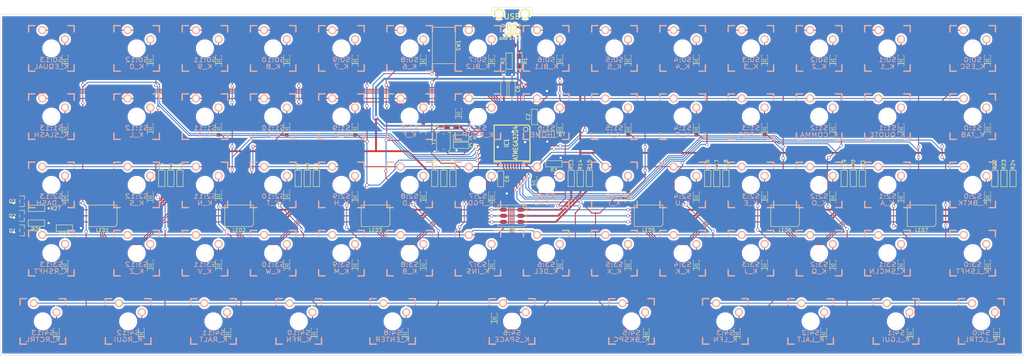
<source format=kicad_pcb>
(kicad_pcb (version 4) (host pcbnew "(2015-03-11 BZR 5507)-product")
  (layers (0 F.Cu signal) (31 B.Cu signal) (34 B.Paste user hide) (35 F.Paste user hide) (36 B.SilkS user) (37 F.SilkS user) (38 B.Mask user hide) (39 F.Mask user hide) (44 Edge.Cuts user))
  (net 0 "")
  (net 1 "Net-(CON1-Pad4)")
  (net 2 "Net-(D0:0-Pad1)")
  (net 3 "Net-(D0:1-Pad1)")
  (net 4 "Net-(D0:2-Pad1)")
  (net 5 "Net-(D1:0-Pad1)")
  (net 6 "Net-(D1:1-Pad1)")
  (net 7 "Net-(D1:2-Pad1)")
  (net 8 "Net-(D2:1-Pad1)")
  (net 9 "Net-(IC1-Pad33)")
  (net 10 "Net-(SW1-Pad1)")
  (net 11 "Net-(SW1-Pad3)")
  (net 12 /VCC)
  (net 13 /GND)
  (net 14 /D+)
  (net 15 /D-)
  (net 16 /AREF)
  (net 17 /UCAP)
  (net 18 /RESET)
  (net 19 /C0)
  (net 20 /C1)
  (net 21 /C2)
  (net 22 "Net-(IC1-Pad39)")
  (net 23 "Net-(IC1-Pad40)")
  (net 24 "Net-(IC1-Pad41)")
  (net 25 /R1)
  (net 26 /R0)
  (net 27 /R2)
  (net 28 "Net-(LED1-Pad3)")
  (net 29 "Net-(LED1-Pad2)")
  (net 30 "Net-(LED1-Pad1)")
  (net 31 /XTAL+)
  (net 32 /XTAL-)
  (net 33 "Net-(D0:3-Pad1)")
  (net 34 /C3)
  (net 35 "Net-(D0:4-Pad1)")
  (net 36 /C4)
  (net 37 "Net-(D0:5-Pad1)")
  (net 38 /C5)
  (net 39 "Net-(D0:6-Pad1)")
  (net 40 /C6)
  (net 41 "Net-(D0:7-Pad1)")
  (net 42 /C7)
  (net 43 "Net-(D0:8-Pad1)")
  (net 44 /C8)
  (net 45 "Net-(D0:9-Pad1)")
  (net 46 /C9)
  (net 47 "Net-(D0:10-Pad1)")
  (net 48 /CA)
  (net 49 "Net-(D0:11-Pad1)")
  (net 50 /CB)
  (net 51 "Net-(D0:12-Pad1)")
  (net 52 /CC)
  (net 53 "Net-(D0:13-Pad1)")
  (net 54 /CD)
  (net 55 "Net-(D1:3-Pad1)")
  (net 56 "Net-(D1:4-Pad1)")
  (net 57 "Net-(D1:5-Pad1)")
  (net 58 "Net-(D1:6-Pad1)")
  (net 59 "Net-(D1:7-Pad1)")
  (net 60 "Net-(D1:8-Pad1)")
  (net 61 "Net-(D1:9-Pad1)")
  (net 62 "Net-(D1:10-Pad1)")
  (net 63 "Net-(D1:11-Pad1)")
  (net 64 "Net-(D1:12-Pad1)")
  (net 65 "Net-(D1:13-Pad1)")
  (net 66 "Net-(D2:0-Pad1)")
  (net 67 "Net-(D2:2-Pad1)")
  (net 68 "Net-(D2:3-Pad1)")
  (net 69 "Net-(D2:4-Pad1)")
  (net 70 "Net-(D2:5-Pad1)")
  (net 71 "Net-(D2:6-Pad1)")
  (net 72 "Net-(D2:7-Pad1)")
  (net 73 "Net-(D2:8-Pad1)")
  (net 74 "Net-(D2:9-Pad1)")
  (net 75 "Net-(D2:10-Pad1)")
  (net 76 "Net-(D2:11-Pad1)")
  (net 77 "Net-(D2:13-Pad1)")
  (net 78 "Net-(D3:0-Pad1)")
  (net 79 "Net-(D3:1-Pad1)")
  (net 80 "Net-(D3:2-Pad1)")
  (net 81 "Net-(D3:3-Pad1)")
  (net 82 "Net-(D3:4-Pad1)")
  (net 83 "Net-(D3:5-Pad1)")
  (net 84 "Net-(D3:6-Pad1)")
  (net 85 "Net-(D3:7-Pad1)")
  (net 86 "Net-(D3:8-Pad1)")
  (net 87 "Net-(D3:9-Pad1)")
  (net 88 "Net-(D3:10-Pad1)")
  (net 89 "Net-(D3:11-Pad1)")
  (net 90 "Net-(D3:13-Pad1)")
  (net 91 "Net-(D4:0-Pad1)")
  (net 92 "Net-(D4:1-Pad1)")
  (net 93 "Net-(D4:2-Pad1)")
  (net 94 "Net-(D4:3-Pad1)")
  (net 95 "Net-(D4:5-Pad1)")
  (net 96 "Net-(D4:6-Pad1)")
  (net 97 "Net-(D4:8-Pad1)")
  (net 98 "Net-(D4:10-Pad1)")
  (net 99 "Net-(D4:11-Pad1)")
  (net 100 "Net-(D4:12-Pad1)")
  (net 101 "Net-(D4:13-Pad1)")
  (net 102 /R3)
  (net 103 /R4)
  (net 104 /LED_R_Q)
  (net 105 /LED_B_Q)
  (net 106 /LED_G_Q)
  (net 107 "Net-(LED2-Pad3)")
  (net 108 "Net-(LED2-Pad2)")
  (net 109 "Net-(LED2-Pad1)")
  (net 110 "Net-(LED3-Pad3)")
  (net 111 "Net-(LED3-Pad2)")
  (net 112 "Net-(LED3-Pad1)")
  (net 113 "Net-(LED4-Pad3)")
  (net 114 "Net-(LED4-Pad2)")
  (net 115 "Net-(LED4-Pad1)")
  (net 116 "Net-(LED5-Pad3)")
  (net 117 "Net-(LED5-Pad2)")
  (net 118 "Net-(LED5-Pad1)")
  (net 119 "Net-(LED6-Pad3)")
  (net 120 "Net-(LED6-Pad2)")
  (net 121 "Net-(LED6-Pad1)")
  (net 122 "Net-(LED7-Pad3)")
  (net 123 "Net-(LED7-Pad2)")
  (net 124 "Net-(LED7-Pad1)")
  (net 125 /LED_B_CTL)
  (net 126 /LED_R_CTL)
  (net 127 /LED_G_CTL)
  (net 128 /USB_D+)
  (net 129 /USB_D-)
  (net 130 "Net-(D2:12-Pad1)")
  (net 131 "Net-(D3:12-Pad1)")
  (module bwu-keyboard:bwu-mx1a-1u (layer B.Cu) (at 267.97 85.09 180)
    (fp_text reference S2:2 (at 0 -3.175 180) (layer B.SilkS) (effects (font (size 1.27 1.524) (thickness 0.2032)) (justify mirror)))
    (fp_text value K_O (at 0 -5.08 180) (layer B.SilkS) (effects (font (size 1.27 1.524) (thickness 0.2032)) (justify mirror)))
    (pad 1 thru_hole circle (at 2.54 5.08 180) (size 2.286 2.286) (drill 1.4986) (layers *.Cu *.SilkS *.Mask) (net 27 /R2))
    (pad 2 thru_hole circle (at -3.81 2.54 180) (size 2.286 2.286) (drill 1.4986) (layers *.Cu *.SilkS *.Mask) (net 67 "Net-(D2:2-Pad1)"))
    (pad "" np_thru_hole circle (at 0 0 180) (size 3.9878 3.9878) (drill 3.9878) (layers *.Cu *.Mask B.SilkS))
  )
  (module bwu-keyboard:IRLML2502 (layer F.Cu) (at 45.47 89.662)
    (fp_text reference Q3 (at -2.663 0.066) (layer F.SilkS))
    (fp_text value NMOSFET)
    (pad 1 smd rect (at -0.885 -0.95) (size 0.972 0.802) (layers F.Cu F.Paste F.Mask) (net 127 /LED_G_CTL))
    (pad 2 smd rect (at -0.885 0.95) (size 0.972 0.802) (layers F.Cu F.Paste F.Mask) (net 13 /GND))
    (pad 3 smd rect (at 0.885 0) (size 0.972 0.802) (layers F.Cu F.Paste F.Mask) (net 106 /LED_G_Q))
  )
  (module bwu-keyboard:bwu-mx1a-1u (layer B.Cu) (at 210.82 46.99 180)
    (fp_text reference S0:5 (at 0 -3.175 180) (layer B.SilkS) (effects (font (size 1.27 1.524) (thickness 0.2032)) (justify mirror)))
    (fp_text value K_5 (at 0 -5.08 180) (layer B.SilkS) (effects (font (size 1.27 1.524) (thickness 0.2032)) (justify mirror)))
    (pad 1 thru_hole circle (at 2.54 5.08 180) (size 2.286 2.286) (drill 1.4986) (layers *.Cu *.SilkS *.Mask) (net 26 /R0))
    (pad 2 thru_hole circle (at -3.81 2.54 180) (size 2.286 2.286) (drill 1.4986) (layers *.Cu *.SilkS *.Mask) (net 37 "Net-(D0:5-Pad1)"))
    (pad "" np_thru_hole circle (at 0 0 180) (size 3.9878 3.9878) (drill 3.9878) (layers *.Cu *.Mask B.SilkS))
  )
  (module bwu-keyboard:USB-MINI-B-WM17115-ND (layer F.Cu) (at 182.245 35.56 270)
    (fp_text reference CON1 hide)
    (fp_text value "USB-MINI-B WM17115-ND" hide)
    (fp_text user ID (at 5.08 2.54 360) (layer F.SilkS) (effects (font (size 0.75 0.75))))
    (fp_text user D- (at 5.08 -2.54 360) (layer F.SilkS) (effects (font (size 0.75 0.75))))
    (fp_text user 5V (at 8.74 -1.98 360) (layer F.SilkS) (effects (font (size 0.75 0.75))))
    (fp_text user D+ (at 8.7 -0.04 360) (layer F.SilkS) (effects (font (size 0.75 0.75))))
    (fp_text user GND (at 8.66 2.4 360) (layer F.SilkS) (effects (font (size 0.75 0.75))))
    (fp_text user USB (at 2.54 0 360) (layer F.SilkS) (effects (font (size 1.5 1.5) (thickness 0.25))))
    (pad 3 thru_hole oval (at 6.85 0 270) (size 1.65 1.1) (drill 0.7 (offset 0.275 0)) (layers *.Cu *.Mask F.SilkS) (net 128 /USB_D+))
    (pad 6 thru_hole circle (at 1.8 -3.65 270) (size 2.7 2.7) (drill 1.9) (layers *.Cu *.Mask F.SilkS) (net 13 /GND))
    (pad 7 thru_hole circle (at 1.8 3.65 270) (size 2.7 2.7) (drill 1.9) (layers *.Cu *.Mask F.SilkS) (net 13 /GND))
    (pad 5 thru_hole oval (at 6.85 1.6 270) (size 1.65 1.1) (drill 0.7 (offset 0.275 0)) (layers *.Cu *.Mask F.SilkS) (net 13 /GND))
    (pad 1 thru_hole oval (at 6.85 -1.6 270) (size 1.65 1.1) (drill 0.7 (offset 0.275 0)) (layers *.Cu *.Mask F.SilkS) (net 12 /VCC))
    (pad 4 thru_hole oval (at 5.65 0.8 270) (size 1.65 1.1) (drill 0.7 (offset -0.275 0)) (layers *.Cu *.Mask F.SilkS) (net 1 "Net-(CON1-Pad4)"))
    (pad 2 thru_hole oval (at 5.65 -0.8 270) (size 1.65 1.1) (drill 0.7 (offset -0.275 0)) (layers *.Cu *.Mask F.SilkS) (net 129 /USB_D-))
  )
  (module tqfp:TQFP44 (layer F.Cu) (at 182.245 73.406 270)
    (fp_text reference IC1 (at 0 1.524 270) (layer F.SilkS) (effects (font (size 1.27 1.016) (thickness 0.2032))))
    (fp_text value ATMEGA32U4 (at 0 -1.016 270) (layer F.SilkS) (effects (font (size 1.27 1.016) (thickness 0.2032))))
    (pad 39 smd oval (at 0 -5.715 270) (size 0.4064 1.89992) (layers F.Cu F.Paste F.Mask) (net 22 "Net-(IC1-Pad39)"))
    (pad 40 smd oval (at -0.8001 -5.715 270) (size 0.4064 1.89992) (layers F.Cu F.Paste F.Mask) (net 23 "Net-(IC1-Pad40)"))
    (pad 41 smd oval (at -1.6002 -5.715 270) (size 0.4064 1.89992) (layers F.Cu F.Paste F.Mask) (net 24 "Net-(IC1-Pad41)"))
    (pad 42 smd oval (at -2.4003 -5.715 270) (size 0.4064 1.89992) (layers F.Cu F.Paste F.Mask) (net 16 /AREF))
    (pad 43 smd oval (at -3.2004 -5.715 270) (size 0.4064 1.89992) (layers F.Cu F.Paste F.Mask) (net 13 /GND))
    (pad 44 smd oval (at -4.0005 -5.715 270) (size 0.4064 1.89992) (layers F.Cu F.Paste F.Mask) (net 12 /VCC))
    (pad 38 smd oval (at 0.8001 -5.715 270) (size 0.4064 1.89992) (layers F.Cu F.Paste F.Mask) (net 26 /R0))
    (pad 37 smd oval (at 1.6002 -5.715 270) (size 0.4064 1.89992) (layers F.Cu F.Paste F.Mask) (net 19 /C0))
    (pad 36 smd oval (at 2.4003 -5.715 270) (size 0.4064 1.89992) (layers F.Cu F.Paste F.Mask) (net 27 /R2))
    (pad 35 smd oval (at 3.2004 -5.715 270) (size 0.4064 1.89992) (layers F.Cu F.Paste F.Mask) (net 13 /GND))
    (pad 34 smd oval (at 4.0005 -5.715 270) (size 0.4064 1.89992) (layers F.Cu F.Paste F.Mask) (net 12 /VCC))
    (pad 17 smd oval (at 0 5.715 270) (size 0.4064 1.89992) (layers F.Cu F.Paste F.Mask) (net 32 /XTAL-))
    (pad 16 smd oval (at -0.8001 5.715 270) (size 0.4064 1.89992) (layers F.Cu F.Paste F.Mask) (net 31 /XTAL+))
    (pad 15 smd oval (at -1.6002 5.715 270) (size 0.4064 1.89992) (layers F.Cu F.Paste F.Mask) (net 13 /GND))
    (pad 14 smd oval (at -2.4003 5.715 270) (size 0.4064 1.89992) (layers F.Cu F.Paste F.Mask) (net 12 /VCC))
    (pad 13 smd oval (at -3.2004 5.715 270) (size 0.4064 1.89992) (layers F.Cu F.Paste F.Mask) (net 18 /RESET))
    (pad 12 smd oval (at -4.0005 5.715 270) (size 0.4064 1.89992) (layers F.Cu F.Paste F.Mask) (net 48 /CA))
    (pad 18 smd oval (at 0.8001 5.715 270) (size 0.4064 1.89992) (layers F.Cu F.Paste F.Mask) (net 54 /CD))
    (pad 19 smd oval (at 1.6002 5.715 270) (size 0.4064 1.89992) (layers F.Cu F.Paste F.Mask) (net 52 /CC))
    (pad 20 smd oval (at 2.4003 5.715 270) (size 0.4064 1.89992) (layers F.Cu F.Paste F.Mask) (net 50 /CB))
    (pad 21 smd oval (at 3.2004 5.715 270) (size 0.4064 1.89992) (layers F.Cu F.Paste F.Mask) (net 46 /C9))
    (pad 22 smd oval (at 4.0005 5.715 270) (size 0.4064 1.89992) (layers F.Cu F.Paste F.Mask) (net 102 /R3))
    (pad 6 smd oval (at -5.715 0 270) (size 1.89992 0.4064) (layers F.Cu F.Paste F.Mask) (net 17 /UCAP))
    (pad 28 smd oval (at 5.715 0 270) (size 1.89992 0.4064) (layers F.Cu F.Paste F.Mask) (net 38 /C5))
    (pad 7 smd oval (at -5.715 0.8001 270) (size 1.89992 0.4064) (layers F.Cu F.Paste F.Mask) (net 12 /VCC))
    (pad 27 smd oval (at 5.715 0.8001 270) (size 1.89992 0.4064) (layers F.Cu F.Paste F.Mask) (net 40 /C6))
    (pad 26 smd oval (at 5.715 1.6002 270) (size 1.89992 0.4064) (layers F.Cu F.Paste F.Mask) (net 103 /R4))
    (pad 8 smd oval (at -5.715 1.6002 270) (size 1.89992 0.4064) (layers F.Cu F.Paste F.Mask) (net 44 /C8))
    (pad 9 smd oval (at -5.715 2.4003 270) (size 1.89992 0.4064) (layers F.Cu F.Paste F.Mask) (net 125 /LED_B_CTL))
    (pad 25 smd oval (at 5.715 2.4003 270) (size 1.89992 0.4064) (layers F.Cu F.Paste F.Mask) (net 42 /C7))
    (pad 24 smd oval (at 5.715 3.2004 270) (size 1.89992 0.4064) (layers F.Cu F.Paste F.Mask) (net 12 /VCC))
    (pad 10 smd oval (at -5.715 3.2004 270) (size 1.89992 0.4064) (layers F.Cu F.Paste F.Mask) (net 126 /LED_R_CTL))
    (pad 11 smd oval (at -5.715 4.0005 270) (size 1.89992 0.4064) (layers F.Cu F.Paste F.Mask) (net 127 /LED_G_CTL))
    (pad 23 smd oval (at 5.715 4.0005 270) (size 1.89992 0.4064) (layers F.Cu F.Paste F.Mask) (net 13 /GND))
    (pad 29 smd oval (at 5.715 -0.8001 270) (size 1.89992 0.4064) (layers F.Cu F.Paste F.Mask) (net 36 /C4))
    (pad 5 smd oval (at -5.715 -0.8001 270) (size 1.89992 0.4064) (layers F.Cu F.Paste F.Mask) (net 13 /GND))
    (pad 4 smd oval (at -5.715 -1.6002 270) (size 1.89992 0.4064) (layers F.Cu F.Paste F.Mask) (net 14 /D+))
    (pad 30 smd oval (at 5.715 -1.6002 270) (size 1.89992 0.4064) (layers F.Cu F.Paste F.Mask) (net 34 /C3))
    (pad 31 smd oval (at 5.715 -2.4003 270) (size 1.89992 0.4064) (layers F.Cu F.Paste F.Mask) (net 21 /C2))
    (pad 3 smd oval (at -5.715 -2.4003 270) (size 1.89992 0.4064) (layers F.Cu F.Paste F.Mask) (net 15 /D-))
    (pad 2 smd oval (at -5.715 -3.2004 270) (size 1.89992 0.4064) (layers F.Cu F.Paste F.Mask) (net 12 /VCC))
    (pad 32 smd oval (at 5.715 -3.2004 270) (size 1.89992 0.4064) (layers F.Cu F.Paste F.Mask) (net 20 /C1))
    (pad 33 smd oval (at 5.715 -4.0005 270) (size 1.89992 0.4064) (layers F.Cu F.Paste F.Mask) (net 9 "Net-(IC1-Pad33)"))
    (pad 1 smd oval (at -5.715 -4.0005 270) (size 1.89992 0.4064) (layers F.Cu F.Paste F.Mask) (net 25 /R1))
  )
  (module SM0805:SOD-123 (layer F.Cu) (at 314.96 50.37 270)
    (fp_text reference D0:0 hide)
    (fp_text value D hide)
    (pad 1 smd rect (at -1.7 0 270) (size 1 1) (layers F.Cu F.Paste F.Mask) (net 2 "Net-(D0:0-Pad1)"))
    (pad 2 smd rect (at 1.7 0 270) (size 1 1) (layers F.Cu F.Paste F.Mask) (net 19 /C0))
  )
  (module SM0805:SOD-123 (layer F.Cu) (at 290.83 50.37 270)
    (fp_text reference D0:1 hide)
    (fp_text value D hide)
    (pad 1 smd rect (at -1.7 0 270) (size 1 1) (layers F.Cu F.Paste F.Mask) (net 3 "Net-(D0:1-Pad1)"))
    (pad 2 smd rect (at 1.7 0 270) (size 1 1) (layers F.Cu F.Paste F.Mask) (net 20 /C1))
  )
  (module SM0805:SOD-123 (layer F.Cu) (at 271.78 50.37 270)
    (fp_text reference D0:2 hide)
    (fp_text value D hide)
    (pad 1 smd rect (at -1.7 0 270) (size 1 1) (layers F.Cu F.Paste F.Mask) (net 4 "Net-(D0:2-Pad1)"))
    (pad 2 smd rect (at 1.7 0 270) (size 1 1) (layers F.Cu F.Paste F.Mask) (net 21 /C2))
  )
  (module SM0805:SOD-123 (layer F.Cu) (at 314.96 69.42 270)
    (fp_text reference D1:0 hide)
    (fp_text value D hide)
    (pad 1 smd rect (at -1.7 0 270) (size 1 1) (layers F.Cu F.Paste F.Mask) (net 5 "Net-(D1:0-Pad1)"))
    (pad 2 smd rect (at 1.7 0 270) (size 1 1) (layers F.Cu F.Paste F.Mask) (net 19 /C0))
  )
  (module SM0805:SOD-123 (layer F.Cu) (at 290.83 69.42 270)
    (fp_text reference D1:1 hide)
    (fp_text value D hide)
    (pad 1 smd rect (at -1.7 0 270) (size 1 1) (layers F.Cu F.Paste F.Mask) (net 6 "Net-(D1:1-Pad1)"))
    (pad 2 smd rect (at 1.7 0 270) (size 1 1) (layers F.Cu F.Paste F.Mask) (net 20 /C1))
  )
  (module SM0805:SOD-123 (layer F.Cu) (at 271.78 69.42 270)
    (fp_text reference D1:2 hide)
    (fp_text value D hide)
    (pad 1 smd rect (at -1.7 0 270) (size 1 1) (layers F.Cu F.Paste F.Mask) (net 7 "Net-(D1:2-Pad1)"))
    (pad 2 smd rect (at 1.7 0 270) (size 1 1) (layers F.Cu F.Paste F.Mask) (net 21 /C2))
  )
  (module SM0805:SOD-123 (layer F.Cu) (at 290.83 88.695 270)
    (fp_text reference D2:1 hide)
    (fp_text value D hide)
    (pad 1 smd rect (at -1.7 0 270) (size 1 1) (layers F.Cu F.Paste F.Mask) (net 8 "Net-(D2:1-Pad1)"))
    (pad 2 smd rect (at 1.7 0 270) (size 1 1) (layers F.Cu F.Paste F.Mask) (net 20 /C1))
  )
  (module bwu-keyboard:bwu-electrolyte-capacitor-0805 (layer F.Cu) (at 179.07 83.419 270)
    (fp_text reference C6 (at 0 -1.778 270) (layer F.SilkS))
    (fp_text value 1µF)
    (pad 1 smd rect (at -1.25 0 270) (size 1.5 1.25) (layers F.Cu F.Paste F.Mask) (net 12 /VCC))
    (pad 2 smd rect (at 1.25 0 270) (size 1.5 1.25) (layers F.Cu F.Paste F.Mask) (net 13 /GND))
  )
  (module bwu-keyboard:bwu-electrolyte-capacitor-0805 (layer F.Cu) (at 182.245 58.313 90)
    (fp_text reference C8 (at -0.003 1.694 90) (layer F.SilkS))
    (fp_text value 1µF)
    (pad 1 smd rect (at -1.25 0 90) (size 1.5 1.25) (layers F.Cu F.Paste F.Mask) (net 17 /UCAP))
    (pad 2 smd rect (at 1.25 0 90) (size 1.5 1.25) (layers F.Cu F.Paste F.Mask) (net 13 /GND))
  )
  (module bwu-keyboard:bwu-ceramic-capacitor-0805 (layer F.Cu) (at 168.021 74.041 180)
    (fp_text reference C5 (at -3.24 -0.009 180) (layer F.SilkS))
    (fp_text value 10pF)
    (pad 1 smd rect (at -1.25 0 180) (size 1.5 1.25) (layers F.Cu F.Paste F.Mask) (net 32 /XTAL-))
    (pad 2 smd rect (at 1.25 0 180) (size 1.5 1.25) (layers F.Cu F.Paste F.Mask) (net 13 /GND))
  )
  (module bwu-keyboard:bwu-ceramic-capacitor-0805 (layer F.Cu) (at 168.011 72.009 180)
    (fp_text reference C4 (at -3.25 0 180) (layer F.SilkS))
    (fp_text value 10pF)
    (pad 1 smd rect (at -1.25 0 180) (size 1.5 1.25) (layers F.Cu F.Paste F.Mask) (net 31 /XTAL+))
    (pad 2 smd rect (at 1.25 0 180) (size 1.5 1.25) (layers F.Cu F.Paste F.Mask) (net 13 /GND))
  )
  (module bwu-keyboard:bwu-ceramic-capacitor-0805 (layer F.Cu) (at 191.877 70.993)
    (fp_text reference C7 (at 4.3 0) (layer F.SilkS))
    (fp_text value 100nF)
    (pad 1 smd rect (at -1.25 0) (size 1.5 1.25) (layers F.Cu F.Paste F.Mask) (net 16 /AREF))
    (pad 2 smd rect (at 1.25 0) (size 1.5 1.25) (layers F.Cu F.Paste F.Mask) (net 13 /GND))
  )
  (module bwu-keyboard:bwu-ceramic-capacitor-0805 (layer F.Cu) (at 179.959 58.313 90)
    (fp_text reference C3 (at 4.307 0.0095 90) (layer F.SilkS))
    (fp_text value 100nF)
    (pad 1 smd rect (at -1.25 0 90) (size 1.5 1.25) (layers F.Cu F.Paste F.Mask) (net 12 /VCC))
    (pad 2 smd rect (at 1.25 0 90) (size 1.5 1.25) (layers F.Cu F.Paste F.Mask) (net 13 /GND))
  )
  (module bwu-keyboard:bwu-ceramic-capacitor-0805 (layer F.Cu) (at 188.5315 66.1235 90)
    (fp_text reference C2 (at 0 -1.778 90) (layer F.SilkS))
    (fp_text value 100nF)
    (pad 1 smd rect (at -1.25 0 90) (size 1.5 1.25) (layers F.Cu F.Paste F.Mask) (net 12 /VCC))
    (pad 2 smd rect (at 1.25 0 90) (size 1.5 1.25) (layers F.Cu F.Paste F.Mask) (net 13 /GND))
  )
  (module bwu-keyboard:bwu-ceramic-capacitor-0805 (layer F.Cu) (at 165.374 68.961 180)
    (fp_text reference C1 (at 4.25 -0.055 180) (layer F.SilkS))
    (fp_text value 100nF)
    (pad 1 smd rect (at -1.25 0 180) (size 1.5 1.25) (layers F.Cu F.Paste F.Mask) (net 12 /VCC))
    (pad 2 smd rect (at 1.25 0 180) (size 1.5 1.25) (layers F.Cu F.Paste F.Mask) (net 13 /GND))
  )
  (module bwu-keyboard:bwu-resistor-0805 (layer F.Cu) (at 84.455 83.2955 90)
    (fp_text reference R4 (at 3.349 0 90) (layer F.SilkS))
    (fp_text value 220Ω)
    (pad 1 smd rect (at -1.35 0 90) (size 1.5 1.3) (layers F.Cu F.Paste F.Mask) (net 28 "Net-(LED1-Pad3)"))
    (pad 2 smd rect (at 1.35 0 90) (size 1.5 1.3) (layers F.Cu F.Paste F.Mask) (net 12 /VCC))
  )
  (module bwu-keyboard:bwu-resistor-0805 (layer F.Cu) (at 86.995 83.2955 90)
    (fp_text reference R5 (at 3.323 0.05 90) (layer F.SilkS))
    (fp_text value 330Ω)
    (pad 1 smd rect (at -1.35 0 90) (size 1.5 1.3) (layers F.Cu F.Paste F.Mask) (net 29 "Net-(LED1-Pad2)"))
    (pad 2 smd rect (at 1.35 0 90) (size 1.5 1.3) (layers F.Cu F.Paste F.Mask) (net 12 /VCC))
  )
  (module bwu-keyboard:bwu-resistor-0805 (layer F.Cu) (at 89.535 83.2955 90)
    (fp_text reference R6 (at 3.349 -0.026 90) (layer F.SilkS))
    (fp_text value 220Ω)
    (pad 1 smd rect (at -1.35 0 90) (size 1.5 1.3) (layers F.Cu F.Paste F.Mask) (net 30 "Net-(LED1-Pad1)"))
    (pad 2 smd rect (at 1.35 0 90) (size 1.5 1.3) (layers F.Cu F.Paste F.Mask) (net 12 /VCC))
  )
  (module bwu-keyboard:bwu-resistor-0805 (layer F.Cu) (at 193.9125 79.1845 180)
    (fp_text reference R3 (at 0 -1.75 180) (layer F.SilkS))
    (fp_text value 1kΩ)
    (pad 1 smd rect (at -1.35 0 180) (size 1.5 1.3) (layers F.Cu F.Paste F.Mask) (net 13 /GND))
    (pad 2 smd rect (at 1.35 0 180) (size 1.5 1.3) (layers F.Cu F.Paste F.Mask) (net 9 "Net-(IC1-Pad33)"))
  )
  (module bwu-keyboard:bwu-resistor-0805 (layer F.Cu) (at 181.4195 50.5295 90)
    (fp_text reference R2 (at 0 -1.75 90) (layer F.SilkS))
    (fp_text value 22Ω)
    (pad 1 smd rect (at -1.35 0 90) (size 1.5 1.3) (layers F.Cu F.Paste F.Mask) (net 14 /D+))
    (pad 2 smd rect (at 1.35 0 90) (size 1.5 1.3) (layers F.Cu F.Paste F.Mask) (net 128 /USB_D+))
  )
  (module bwu-keyboard:bwu-resistor-0805 (layer F.Cu) (at 184.2135 50.5295 90)
    (fp_text reference R1 (at 0.005 1.7 90) (layer F.SilkS))
    (fp_text value 22Ω)
    (pad 1 smd rect (at -1.35 0 90) (size 1.5 1.3) (layers F.Cu F.Paste F.Mask) (net 15 /D-))
    (pad 2 smd rect (at 1.35 0 90) (size 1.5 1.3) (layers F.Cu F.Paste F.Mask) (net 129 /USB_D-))
  )
  (module SM0805:SOD-123 (layer F.Cu) (at 252.73 50.37 270)
    (fp_text reference D0:3 hide)
    (fp_text value D hide)
    (pad 1 smd rect (at -1.7 0 270) (size 1 1) (layers F.Cu F.Paste F.Mask) (net 33 "Net-(D0:3-Pad1)"))
    (pad 2 smd rect (at 1.7 0 270) (size 1 1) (layers F.Cu F.Paste F.Mask) (net 34 /C3))
  )
  (module SM0805:SOD-123 (layer F.Cu) (at 233.68 50.37 270)
    (fp_text reference D0:4 hide)
    (fp_text value D hide)
    (pad 1 smd rect (at -1.7 0 270) (size 1 1) (layers F.Cu F.Paste F.Mask) (net 35 "Net-(D0:4-Pad1)"))
    (pad 2 smd rect (at 1.7 0 270) (size 1 1) (layers F.Cu F.Paste F.Mask) (net 36 /C4))
  )
  (module SM0805:SOD-123 (layer F.Cu) (at 214.63 50.37 270)
    (fp_text reference D0:5 hide)
    (fp_text value D hide)
    (pad 1 smd rect (at -1.7 0 270) (size 1 1) (layers F.Cu F.Paste F.Mask) (net 37 "Net-(D0:5-Pad1)"))
    (pad 2 smd rect (at 1.7 0 270) (size 1 1) (layers F.Cu F.Paste F.Mask) (net 38 /C5))
  )
  (module SM0805:SOD-123 (layer F.Cu) (at 195.58 50.37 270)
    (fp_text reference D0:6 hide)
    (fp_text value D hide)
    (pad 1 smd rect (at -1.7 0 270) (size 1 1) (layers F.Cu F.Paste F.Mask) (net 39 "Net-(D0:6-Pad1)"))
    (pad 2 smd rect (at 1.7 0 270) (size 1 1) (layers F.Cu F.Paste F.Mask) (net 40 /C6))
  )
  (module SM0805:SOD-123 (layer F.Cu) (at 176.53 50.37 270)
    (fp_text reference D0:7 hide)
    (fp_text value D hide)
    (pad 1 smd rect (at -1.7 0 270) (size 1 1) (layers F.Cu F.Paste F.Mask) (net 41 "Net-(D0:7-Pad1)"))
    (pad 2 smd rect (at 1.7 0 270) (size 1 1) (layers F.Cu F.Paste F.Mask) (net 42 /C7))
  )
  (module SM0805:SOD-123 (layer F.Cu) (at 157.48 50.37 270)
    (fp_text reference D0:8 hide)
    (fp_text value D hide)
    (pad 1 smd rect (at -1.7 0 270) (size 1 1) (layers F.Cu F.Paste F.Mask) (net 43 "Net-(D0:8-Pad1)"))
    (pad 2 smd rect (at 1.7 0 270) (size 1 1) (layers F.Cu F.Paste F.Mask) (net 44 /C8))
  )
  (module SM0805:SOD-123 (layer F.Cu) (at 138.43 50.37 270)
    (fp_text reference D0:9 hide)
    (fp_text value D hide)
    (pad 1 smd rect (at -1.7 0 270) (size 1 1) (layers F.Cu F.Paste F.Mask) (net 45 "Net-(D0:9-Pad1)"))
    (pad 2 smd rect (at 1.7 0 270) (size 1 1) (layers F.Cu F.Paste F.Mask) (net 46 /C9))
  )
  (module SM0805:SOD-123 (layer F.Cu) (at 119.38 50.37 270)
    (fp_text reference D0:10 hide)
    (fp_text value D hide)
    (pad 1 smd rect (at -1.7 0 270) (size 1 1) (layers F.Cu F.Paste F.Mask) (net 47 "Net-(D0:10-Pad1)"))
    (pad 2 smd rect (at 1.7 0 270) (size 1 1) (layers F.Cu F.Paste F.Mask) (net 48 /CA))
  )
  (module SM0805:SOD-123 (layer F.Cu) (at 100.33 50.37 270)
    (fp_text reference D0:11 hide)
    (fp_text value D hide)
    (pad 1 smd rect (at -1.7 0 270) (size 1 1) (layers F.Cu F.Paste F.Mask) (net 49 "Net-(D0:11-Pad1)"))
    (pad 2 smd rect (at 1.7 0 270) (size 1 1) (layers F.Cu F.Paste F.Mask) (net 50 /CB))
  )
  (module SM0805:SOD-123 (layer F.Cu) (at 81.28 50.37 270)
    (fp_text reference D0:12 hide)
    (fp_text value D hide)
    (pad 1 smd rect (at -1.7 0 270) (size 1 1) (layers F.Cu F.Paste F.Mask) (net 51 "Net-(D0:12-Pad1)"))
    (pad 2 smd rect (at 1.7 0 270) (size 1 1) (layers F.Cu F.Paste F.Mask) (net 52 /CC))
  )
  (module SM0805:SOD-123 (layer F.Cu) (at 57.4675 50.37 270)
    (fp_text reference D0:13 hide)
    (fp_text value D hide)
    (pad 1 smd rect (at -1.7 0 270) (size 1 1) (layers F.Cu F.Paste F.Mask) (net 53 "Net-(D0:13-Pad1)"))
    (pad 2 smd rect (at 1.7 0 270) (size 1 1) (layers F.Cu F.Paste F.Mask) (net 54 /CD))
  )
  (module SM0805:SOD-123 (layer F.Cu) (at 252.73 69.42 270)
    (fp_text reference D1:3 hide)
    (fp_text value D hide)
    (pad 1 smd rect (at -1.7 0 270) (size 1 1) (layers F.Cu F.Paste F.Mask) (net 55 "Net-(D1:3-Pad1)"))
    (pad 2 smd rect (at 1.7 0 270) (size 1 1) (layers F.Cu F.Paste F.Mask) (net 34 /C3))
  )
  (module SM0805:SOD-123 (layer F.Cu) (at 233.68 69.42 270)
    (fp_text reference D1:4 hide)
    (fp_text value D hide)
    (pad 1 smd rect (at -1.7 0 270) (size 1 1) (layers F.Cu F.Paste F.Mask) (net 56 "Net-(D1:4-Pad1)"))
    (pad 2 smd rect (at 1.7 0 270) (size 1 1) (layers F.Cu F.Paste F.Mask) (net 36 /C4))
  )
  (module SM0805:SOD-123 (layer F.Cu) (at 214.63 69.42 270)
    (fp_text reference D1:5 hide)
    (fp_text value D hide)
    (pad 1 smd rect (at -1.7 0 270) (size 1 1) (layers F.Cu F.Paste F.Mask) (net 57 "Net-(D1:5-Pad1)"))
    (pad 2 smd rect (at 1.7 0 270) (size 1 1) (layers F.Cu F.Paste F.Mask) (net 38 /C5))
  )
  (module SM0805:SOD-123 (layer F.Cu) (at 195.58 69.42 270)
    (fp_text reference D1:6 hide)
    (fp_text value D hide)
    (pad 1 smd rect (at -1.7 0 270) (size 1 1) (layers F.Cu F.Paste F.Mask) (net 58 "Net-(D1:6-Pad1)"))
    (pad 2 smd rect (at 1.7 0 270) (size 1 1) (layers F.Cu F.Paste F.Mask) (net 40 /C6))
  )
  (module SM0805:SOD-123 (layer F.Cu) (at 167.3225 65.2 270)
    (fp_text reference D1:7 hide)
    (fp_text value D hide)
    (pad 1 smd rect (at -1.7 0 270) (size 1 1) (layers F.Cu F.Paste F.Mask) (net 59 "Net-(D1:7-Pad1)"))
    (pad 2 smd rect (at 1.7 0 270) (size 1 1) (layers F.Cu F.Paste F.Mask) (net 42 /C7))
  )
  (module SM0805:SOD-123 (layer F.Cu) (at 157.48 69.42 270)
    (fp_text reference D1:8 hide)
    (fp_text value D hide)
    (pad 1 smd rect (at -1.7 0 270) (size 1 1) (layers F.Cu F.Paste F.Mask) (net 60 "Net-(D1:8-Pad1)"))
    (pad 2 smd rect (at 1.7 0 270) (size 1 1) (layers F.Cu F.Paste F.Mask) (net 44 /C8))
  )
  (module SM0805:SOD-123 (layer F.Cu) (at 138.43 69.42 270)
    (fp_text reference D1:9 hide)
    (fp_text value D hide)
    (pad 1 smd rect (at -1.7 0 270) (size 1 1) (layers F.Cu F.Paste F.Mask) (net 61 "Net-(D1:9-Pad1)"))
    (pad 2 smd rect (at 1.7 0 270) (size 1 1) (layers F.Cu F.Paste F.Mask) (net 46 /C9))
  )
  (module SM0805:SOD-123 (layer F.Cu) (at 119.38 69.42 270)
    (fp_text reference D1:10 hide)
    (fp_text value D hide)
    (pad 1 smd rect (at -1.7 0 270) (size 1 1) (layers F.Cu F.Paste F.Mask) (net 62 "Net-(D1:10-Pad1)"))
    (pad 2 smd rect (at 1.7 0 270) (size 1 1) (layers F.Cu F.Paste F.Mask) (net 48 /CA))
  )
  (module SM0805:SOD-123 (layer F.Cu) (at 100.33 69.42 270)
    (fp_text reference D1:11 hide)
    (fp_text value D hide)
    (pad 1 smd rect (at -1.7 0 270) (size 1 1) (layers F.Cu F.Paste F.Mask) (net 63 "Net-(D1:11-Pad1)"))
    (pad 2 smd rect (at 1.7 0 270) (size 1 1) (layers F.Cu F.Paste F.Mask) (net 50 /CB))
  )
  (module SM0805:SOD-123 (layer F.Cu) (at 81.28 69.42 270)
    (fp_text reference D1:12 hide)
    (fp_text value D hide)
    (pad 1 smd rect (at -1.7 0 270) (size 1 1) (layers F.Cu F.Paste F.Mask) (net 64 "Net-(D1:12-Pad1)"))
    (pad 2 smd rect (at 1.7 0 270) (size 1 1) (layers F.Cu F.Paste F.Mask) (net 52 /CC))
  )
  (module SM0805:SOD-123 (layer F.Cu) (at 57.4675 69.42 270)
    (fp_text reference D1:13 hide)
    (fp_text value D hide)
    (pad 1 smd rect (at -1.7 0 270) (size 1 1) (layers F.Cu F.Paste F.Mask) (net 65 "Net-(D1:13-Pad1)"))
    (pad 2 smd rect (at 1.7 0 270) (size 1 1) (layers F.Cu F.Paste F.Mask) (net 54 /CD))
  )
  (module SM0805:SOD-123 (layer F.Cu) (at 314.96 88.47 270)
    (fp_text reference D2:0 hide)
    (fp_text value D hide)
    (pad 1 smd rect (at -1.7 0 270) (size 1 1) (layers F.Cu F.Paste F.Mask) (net 66 "Net-(D2:0-Pad1)"))
    (pad 2 smd rect (at 1.7 0 270) (size 1 1) (layers F.Cu F.Paste F.Mask) (net 19 /C0))
  )
  (module SM0805:SOD-123 (layer F.Cu) (at 271.78 88.47 270)
    (fp_text reference D2:2 hide)
    (fp_text value D hide)
    (pad 1 smd rect (at -1.7 0 270) (size 1 1) (layers F.Cu F.Paste F.Mask) (net 67 "Net-(D2:2-Pad1)"))
    (pad 2 smd rect (at 1.7 0 270) (size 1 1) (layers F.Cu F.Paste F.Mask) (net 21 /C2))
  )
  (module SM0805:SOD-123 (layer F.Cu) (at 252.73 88.47 270)
    (fp_text reference D2:3 hide)
    (fp_text value D hide)
    (pad 1 smd rect (at -1.7 0 270) (size 1 1) (layers F.Cu F.Paste F.Mask) (net 68 "Net-(D2:3-Pad1)"))
    (pad 2 smd rect (at 1.7 0 270) (size 1 1) (layers F.Cu F.Paste F.Mask) (net 34 /C3))
  )
  (module SM0805:SOD-123 (layer F.Cu) (at 233.68 88.47 270)
    (fp_text reference D2:4 hide)
    (fp_text value D hide)
    (pad 1 smd rect (at -1.7 0 270) (size 1 1) (layers F.Cu F.Paste F.Mask) (net 69 "Net-(D2:4-Pad1)"))
    (pad 2 smd rect (at 1.7 0 270) (size 1 1) (layers F.Cu F.Paste F.Mask) (net 36 /C4))
  )
  (module SM0805:SOD-123 (layer F.Cu) (at 214.63 88.47 270)
    (fp_text reference D2:5 hide)
    (fp_text value D hide)
    (pad 1 smd rect (at -1.7 0 270) (size 1 1) (layers F.Cu F.Paste F.Mask) (net 70 "Net-(D2:5-Pad1)"))
    (pad 2 smd rect (at 1.7 0 270) (size 1 1) (layers F.Cu F.Paste F.Mask) (net 38 /C5))
  )
  (module SM0805:SOD-123 (layer F.Cu) (at 188.341 84.25 270)
    (fp_text reference D2:6 hide)
    (fp_text value D hide)
    (pad 1 smd rect (at -1.7 0 270) (size 1 1) (layers F.Cu F.Paste F.Mask) (net 71 "Net-(D2:6-Pad1)"))
    (pad 2 smd rect (at 1.7 0 270) (size 1 1) (layers F.Cu F.Paste F.Mask) (net 40 /C6))
  )
  (module SM0805:SOD-123 (layer F.Cu) (at 176.53 88.47 270)
    (fp_text reference D2:7 hide)
    (fp_text value D hide)
    (pad 1 smd rect (at -1.7 0 270) (size 1 1) (layers F.Cu F.Paste F.Mask) (net 72 "Net-(D2:7-Pad1)"))
    (pad 2 smd rect (at 1.7 0 270) (size 1 1) (layers F.Cu F.Paste F.Mask) (net 42 /C7))
  )
  (module SM0805:SOD-123 (layer F.Cu) (at 157.48 88.47 270)
    (fp_text reference D2:8 hide)
    (fp_text value D hide)
    (pad 1 smd rect (at -1.7 0 270) (size 1 1) (layers F.Cu F.Paste F.Mask) (net 73 "Net-(D2:8-Pad1)"))
    (pad 2 smd rect (at 1.7 0 270) (size 1 1) (layers F.Cu F.Paste F.Mask) (net 44 /C8))
  )
  (module SM0805:SOD-123 (layer F.Cu) (at 138.43 88.47 270)
    (fp_text reference D2:9 hide)
    (fp_text value D hide)
    (pad 1 smd rect (at -1.7 0 270) (size 1 1) (layers F.Cu F.Paste F.Mask) (net 74 "Net-(D2:9-Pad1)"))
    (pad 2 smd rect (at 1.7 0 270) (size 1 1) (layers F.Cu F.Paste F.Mask) (net 46 /C9))
  )
  (module SM0805:SOD-123 (layer F.Cu) (at 119.38 88.06 270)
    (fp_text reference D2:10 hide)
    (fp_text value D hide)
    (pad 1 smd rect (at -1.7 0 270) (size 1 1) (layers F.Cu F.Paste F.Mask) (net 75 "Net-(D2:10-Pad1)"))
    (pad 2 smd rect (at 1.7 0 270) (size 1 1) (layers F.Cu F.Paste F.Mask) (net 48 /CA))
  )
  (module SM0805:SOD-123 (layer F.Cu) (at 100.33 88.06 270)
    (fp_text reference D2:11 hide)
    (fp_text value D hide)
    (pad 1 smd rect (at -1.7 0 270) (size 1 1) (layers F.Cu F.Paste F.Mask) (net 76 "Net-(D2:11-Pad1)"))
    (pad 2 smd rect (at 1.7 0 270) (size 1 1) (layers F.Cu F.Paste F.Mask) (net 50 /CB))
  )
  (module SM0805:SOD-123 (layer F.Cu) (at 57.4675 88.47 270)
    (fp_text reference D2:13 hide)
    (fp_text value D hide)
    (pad 1 smd rect (at -1.7 0 270) (size 1 1) (layers F.Cu F.Paste F.Mask) (net 77 "Net-(D2:13-Pad1)"))
    (pad 2 smd rect (at 1.7 0 270) (size 1 1) (layers F.Cu F.Paste F.Mask) (net 54 /CD))
  )
  (module SM0805:SOD-123 (layer F.Cu) (at 314.96 107.52 270)
    (fp_text reference D3:0 hide)
    (fp_text value D hide)
    (pad 1 smd rect (at -1.7 0 270) (size 1 1) (layers F.Cu F.Paste F.Mask) (net 78 "Net-(D3:0-Pad1)"))
    (pad 2 smd rect (at 1.7 0 270) (size 1 1) (layers F.Cu F.Paste F.Mask) (net 19 /C0))
  )
  (module SM0805:SOD-123 (layer F.Cu) (at 290.83 107.52 270)
    (fp_text reference D3:1 hide)
    (fp_text value D hide)
    (pad 1 smd rect (at -1.7 0 270) (size 1 1) (layers F.Cu F.Paste F.Mask) (net 79 "Net-(D3:1-Pad1)"))
    (pad 2 smd rect (at 1.7 0 270) (size 1 1) (layers F.Cu F.Paste F.Mask) (net 20 /C1))
  )
  (module SM0805:SOD-123 (layer F.Cu) (at 271.78 107.52 270)
    (fp_text reference D3:2 hide)
    (fp_text value D hide)
    (pad 1 smd rect (at -1.7 0 270) (size 1 1) (layers F.Cu F.Paste F.Mask) (net 80 "Net-(D3:2-Pad1)"))
    (pad 2 smd rect (at 1.7 0 270) (size 1 1) (layers F.Cu F.Paste F.Mask) (net 21 /C2))
  )
  (module SM0805:SOD-123 (layer F.Cu) (at 252.73 107.52 270)
    (fp_text reference D3:3 hide)
    (fp_text value D hide)
    (pad 1 smd rect (at -1.7 0 270) (size 1 1) (layers F.Cu F.Paste F.Mask) (net 81 "Net-(D3:3-Pad1)"))
    (pad 2 smd rect (at 1.7 0 270) (size 1 1) (layers F.Cu F.Paste F.Mask) (net 34 /C3))
  )
  (module SM0805:SOD-123 (layer F.Cu) (at 233.68 107.52 270)
    (fp_text reference D3:4 hide)
    (fp_text value D hide)
    (pad 1 smd rect (at -1.7 0 270) (size 1 1) (layers F.Cu F.Paste F.Mask) (net 82 "Net-(D3:4-Pad1)"))
    (pad 2 smd rect (at 1.7 0 270) (size 1 1) (layers F.Cu F.Paste F.Mask) (net 36 /C4))
  )
  (module SM0805:SOD-123 (layer F.Cu) (at 214.63 107.52 270)
    (fp_text reference D3:5 hide)
    (fp_text value D hide)
    (pad 1 smd rect (at -1.7 0 270) (size 1 1) (layers F.Cu F.Paste F.Mask) (net 83 "Net-(D3:5-Pad1)"))
    (pad 2 smd rect (at 1.7 0 270) (size 1 1) (layers F.Cu F.Paste F.Mask) (net 38 /C5))
  )
  (module SM0805:SOD-123 (layer F.Cu) (at 195.58 107.52 270)
    (fp_text reference D3:6 hide)
    (fp_text value D hide)
    (pad 1 smd rect (at -1.7 0 270) (size 1 1) (layers F.Cu F.Paste F.Mask) (net 84 "Net-(D3:6-Pad1)"))
    (pad 2 smd rect (at 1.7 0 270) (size 1 1) (layers F.Cu F.Paste F.Mask) (net 40 /C6))
  )
  (module SM0805:SOD-123 (layer F.Cu) (at 176.53 107.52 270)
    (fp_text reference D3:7 hide)
    (fp_text value D hide)
    (pad 1 smd rect (at -1.7 0 270) (size 1 1) (layers F.Cu F.Paste F.Mask) (net 85 "Net-(D3:7-Pad1)"))
    (pad 2 smd rect (at 1.7 0 270) (size 1 1) (layers F.Cu F.Paste F.Mask) (net 42 /C7))
  )
  (module SM0805:SOD-123 (layer F.Cu) (at 157.48 107.52 270)
    (fp_text reference D3:8 hide)
    (fp_text value D hide)
    (pad 1 smd rect (at -1.7 0 270) (size 1 1) (layers F.Cu F.Paste F.Mask) (net 86 "Net-(D3:8-Pad1)"))
    (pad 2 smd rect (at 1.7 0 270) (size 1 1) (layers F.Cu F.Paste F.Mask) (net 44 /C8))
  )
  (module SM0805:SOD-123 (layer F.Cu) (at 138.43 107.52 270)
    (fp_text reference D3:9 hide)
    (fp_text value D hide)
    (pad 1 smd rect (at -1.7 0 270) (size 1 1) (layers F.Cu F.Paste F.Mask) (net 87 "Net-(D3:9-Pad1)"))
    (pad 2 smd rect (at 1.7 0 270) (size 1 1) (layers F.Cu F.Paste F.Mask) (net 46 /C9))
  )
  (module SM0805:SOD-123 (layer F.Cu) (at 119.38 107.52 270)
    (fp_text reference D3:10 hide)
    (fp_text value D hide)
    (pad 1 smd rect (at -1.7 0 270) (size 1 1) (layers F.Cu F.Paste F.Mask) (net 88 "Net-(D3:10-Pad1)"))
    (pad 2 smd rect (at 1.7 0 270) (size 1 1) (layers F.Cu F.Paste F.Mask) (net 48 /CA))
  )
  (module SM0805:SOD-123 (layer F.Cu) (at 100.33 107.52 270)
    (fp_text reference D3:11 hide)
    (fp_text value D hide)
    (pad 1 smd rect (at -1.7 0 270) (size 1 1) (layers F.Cu F.Paste F.Mask) (net 89 "Net-(D3:11-Pad1)"))
    (pad 2 smd rect (at 1.7 0 270) (size 1 1) (layers F.Cu F.Paste F.Mask) (net 50 /CB))
  )
  (module SM0805:SOD-123 (layer F.Cu) (at 57.4675 107.52 270)
    (fp_text reference D3:13 hide)
    (fp_text value D hide)
    (pad 1 smd rect (at -1.7 0 270) (size 1 1) (layers F.Cu F.Paste F.Mask) (net 90 "Net-(D3:13-Pad1)"))
    (pad 2 smd rect (at 1.7 0 270) (size 1 1) (layers F.Cu F.Paste F.Mask) (net 54 /CD))
  )
  (module SM0805:SOD-123 (layer F.Cu) (at 81.28 107.52 270)
    (fp_text reference D3:12 hide)
    (fp_text value D hide)
    (pad 1 smd rect (at -1.7 0 270) (size 1 1) (layers F.Cu F.Paste F.Mask) (net 131 "Net-(D3:12-Pad1)"))
    (pad 2 smd rect (at 1.7 0 270) (size 1 1) (layers F.Cu F.Paste F.Mask) (net 52 /CC))
  )
  (module SM0805:SOD-123 (layer F.Cu) (at 317.5 126.57 270)
    (fp_text reference D4:0 hide)
    (fp_text value D hide)
    (pad 1 smd rect (at -1.7 0 270) (size 1 1) (layers F.Cu F.Paste F.Mask) (net 91 "Net-(D4:0-Pad1)"))
    (pad 2 smd rect (at 1.7 0 270) (size 1 1) (layers F.Cu F.Paste F.Mask) (net 19 /C0))
  )
  (module SM0805:SOD-123 (layer F.Cu) (at 293.37 126.57 270)
    (fp_text reference D4:1 hide)
    (fp_text value D hide)
    (pad 1 smd rect (at -1.7 0 270) (size 1 1) (layers F.Cu F.Paste F.Mask) (net 92 "Net-(D4:1-Pad1)"))
    (pad 2 smd rect (at 1.7 0 270) (size 1 1) (layers F.Cu F.Paste F.Mask) (net 20 /C1))
  )
  (module SM0805:SOD-123 (layer F.Cu) (at 269.24 126.57 270)
    (fp_text reference D4:2 hide)
    (fp_text value D hide)
    (pad 1 smd rect (at -1.7 0 270) (size 1 1) (layers F.Cu F.Paste F.Mask) (net 93 "Net-(D4:2-Pad1)"))
    (pad 2 smd rect (at 1.7 0 270) (size 1 1) (layers F.Cu F.Paste F.Mask) (net 21 /C2))
  )
  (module SM0805:SOD-123 (layer F.Cu) (at 245.11 126.57 270)
    (fp_text reference D4:3 hide)
    (fp_text value D hide)
    (pad 1 smd rect (at -1.7 0 270) (size 1 1) (layers F.Cu F.Paste F.Mask) (net 94 "Net-(D4:3-Pad1)"))
    (pad 2 smd rect (at 1.7 0 270) (size 1 1) (layers F.Cu F.Paste F.Mask) (net 34 /C3))
  )
  (module SM0805:SOD-123 (layer F.Cu) (at 219.71 126.57 270)
    (fp_text reference D4:5 hide)
    (fp_text value D hide)
    (pad 1 smd rect (at -1.7 0 270) (size 1 1) (layers F.Cu F.Paste F.Mask) (net 95 "Net-(D4:5-Pad1)"))
    (pad 2 smd rect (at 1.7 0 270) (size 1 1) (layers F.Cu F.Paste F.Mask) (net 38 /C5))
  )
  (module SM0805:SOD-123 (layer F.Cu) (at 177.292 122.35 270)
    (fp_text reference D4:6 hide)
    (fp_text value D hide)
    (pad 1 smd rect (at -1.7 0 270) (size 1 1) (layers F.Cu F.Paste F.Mask) (net 96 "Net-(D4:6-Pad1)"))
    (pad 2 smd rect (at 1.7 0 270) (size 1 1) (layers F.Cu F.Paste F.Mask) (net 40 /C6))
  )
  (module SM0805:SOD-123 (layer F.Cu) (at 152.4 126.57 270)
    (fp_text reference D4:8 hide)
    (fp_text value D hide)
    (pad 1 smd rect (at -1.7 0 270) (size 1 1) (layers F.Cu F.Paste F.Mask) (net 97 "Net-(D4:8-Pad1)"))
    (pad 2 smd rect (at 1.7 0 270) (size 1 1) (layers F.Cu F.Paste F.Mask) (net 44 /C8))
  )
  (module SM0805:SOD-123 (layer F.Cu) (at 127 126.57 270)
    (fp_text reference D4:10 hide)
    (fp_text value D hide)
    (pad 1 smd rect (at -1.7 0 270) (size 1 1) (layers F.Cu F.Paste F.Mask) (net 98 "Net-(D4:10-Pad1)"))
    (pad 2 smd rect (at 1.7 0 270) (size 1 1) (layers F.Cu F.Paste F.Mask) (net 48 /CA))
  )
  (module SM0805:SOD-123 (layer F.Cu) (at 102.87 126.57 270)
    (fp_text reference D4:11 hide)
    (fp_text value D hide)
    (pad 1 smd rect (at -1.7 0 270) (size 1 1) (layers F.Cu F.Paste F.Mask) (net 99 "Net-(D4:11-Pad1)"))
    (pad 2 smd rect (at 1.7 0 270) (size 1 1) (layers F.Cu F.Paste F.Mask) (net 50 /CB))
  )
  (module SM0805:SOD-123 (layer F.Cu) (at 78.74 126.57 270)
    (fp_text reference D4:12 hide)
    (fp_text value D hide)
    (pad 1 smd rect (at -1.7 0 270) (size 1 1) (layers F.Cu F.Paste F.Mask) (net 100 "Net-(D4:12-Pad1)"))
    (pad 2 smd rect (at 1.7 0 270) (size 1 1) (layers F.Cu F.Paste F.Mask) (net 52 /CC))
  )
  (module SM0805:SOD-123 (layer F.Cu) (at 55.08625 126.57 270)
    (fp_text reference D4:13 hide)
    (fp_text value D hide)
    (pad 1 smd rect (at -1.7 0 270) (size 1 1) (layers F.Cu F.Paste F.Mask) (net 101 "Net-(D4:13-Pad1)"))
    (pad 2 smd rect (at 1.7 0 270) (size 1 1) (layers F.Cu F.Paste F.Mask) (net 54 /CD))
  )
  (module bwu-keyboard:bwu-5060BRG4 (layer F.Cu) (at 106.058 93.726)
    (fp_text reference LED2 (at 0 4) (layer F.SilkS))
    (fp_text value 5060BRG4)
    (pad 5 smd oval (at -2.4 0) (size 2 1.1) (layers F.Cu F.Paste F.Mask) (net 104 /LED_R_Q))
    (pad 4 smd oval (at -2.4 1.7) (size 2 1.1) (layers F.Cu F.Paste F.Mask) (net 105 /LED_B_Q))
    (pad 6 smd oval (at -2.4 -1.7) (size 2 1.1) (layers F.Cu F.Paste F.Mask) (net 106 /LED_G_Q))
    (pad 3 smd oval (at 2.4 -1.7) (size 2 1.1) (layers F.Cu F.Paste F.Mask) (net 107 "Net-(LED2-Pad3)"))
    (pad 2 smd oval (at 2.4 0) (size 2 1.1) (layers F.Cu F.Paste F.Mask) (net 108 "Net-(LED2-Pad2)"))
    (pad 1 smd oval (at 2.4 1.7) (size 2 1.1) (layers F.Cu F.Paste F.Mask) (net 109 "Net-(LED2-Pad1)"))
  )
  (module bwu-keyboard:bwu-5060BRG4 (layer F.Cu) (at 144.158 93.726)
    (fp_text reference LED3 (at 0 4) (layer F.SilkS))
    (fp_text value 5060BRG4)
    (pad 5 smd oval (at -2.4 0) (size 2 1.1) (layers F.Cu F.Paste F.Mask) (net 104 /LED_R_Q))
    (pad 4 smd oval (at -2.4 1.7) (size 2 1.1) (layers F.Cu F.Paste F.Mask) (net 105 /LED_B_Q))
    (pad 6 smd oval (at -2.4 -1.7) (size 2 1.1) (layers F.Cu F.Paste F.Mask) (net 106 /LED_G_Q))
    (pad 3 smd oval (at 2.4 -1.7) (size 2 1.1) (layers F.Cu F.Paste F.Mask) (net 110 "Net-(LED3-Pad3)"))
    (pad 2 smd oval (at 2.4 0) (size 2 1.1) (layers F.Cu F.Paste F.Mask) (net 111 "Net-(LED3-Pad2)"))
    (pad 1 smd oval (at 2.4 1.7) (size 2 1.1) (layers F.Cu F.Paste F.Mask) (net 112 "Net-(LED3-Pad1)"))
  )
  (module bwu-keyboard:bwu-5060BRG4 (layer F.Cu) (at 182.258 93.726)
    (fp_text reference LED4 (at 0 4) (layer F.SilkS))
    (fp_text value 5060BRG4)
    (pad 5 smd oval (at -2.4 0) (size 2 1.1) (layers F.Cu F.Paste F.Mask) (net 104 /LED_R_Q))
    (pad 4 smd oval (at -2.4 1.7) (size 2 1.1) (layers F.Cu F.Paste F.Mask) (net 105 /LED_B_Q))
    (pad 6 smd oval (at -2.4 -1.7) (size 2 1.1) (layers F.Cu F.Paste F.Mask) (net 106 /LED_G_Q))
    (pad 3 smd oval (at 2.4 -1.7) (size 2 1.1) (layers F.Cu F.Paste F.Mask) (net 113 "Net-(LED4-Pad3)"))
    (pad 2 smd oval (at 2.4 0) (size 2 1.1) (layers F.Cu F.Paste F.Mask) (net 114 "Net-(LED4-Pad2)"))
    (pad 1 smd oval (at 2.4 1.7) (size 2 1.1) (layers F.Cu F.Paste F.Mask) (net 115 "Net-(LED4-Pad1)"))
  )
  (module bwu-keyboard:bwu-5060BRG4 (layer F.Cu) (at 220.358 93.726)
    (fp_text reference LED5 (at 0 4) (layer F.SilkS))
    (fp_text value 5060BRG4)
    (pad 5 smd oval (at -2.4 0) (size 2 1.1) (layers F.Cu F.Paste F.Mask) (net 104 /LED_R_Q))
    (pad 4 smd oval (at -2.4 1.7) (size 2 1.1) (layers F.Cu F.Paste F.Mask) (net 105 /LED_B_Q))
    (pad 6 smd oval (at -2.4 -1.7) (size 2 1.1) (layers F.Cu F.Paste F.Mask) (net 106 /LED_G_Q))
    (pad 3 smd oval (at 2.4 -1.7) (size 2 1.1) (layers F.Cu F.Paste F.Mask) (net 116 "Net-(LED5-Pad3)"))
    (pad 2 smd oval (at 2.4 0) (size 2 1.1) (layers F.Cu F.Paste F.Mask) (net 117 "Net-(LED5-Pad2)"))
    (pad 1 smd oval (at 2.4 1.7) (size 2 1.1) (layers F.Cu F.Paste F.Mask) (net 118 "Net-(LED5-Pad1)"))
  )
  (module bwu-keyboard:bwu-5060BRG4 (layer F.Cu) (at 258.458 93.726)
    (fp_text reference LED6 (at 0 4) (layer F.SilkS))
    (fp_text value 5060BRG4)
    (pad 5 smd oval (at -2.4 0) (size 2 1.1) (layers F.Cu F.Paste F.Mask) (net 104 /LED_R_Q))
    (pad 4 smd oval (at -2.4 1.7) (size 2 1.1) (layers F.Cu F.Paste F.Mask) (net 105 /LED_B_Q))
    (pad 6 smd oval (at -2.4 -1.7) (size 2 1.1) (layers F.Cu F.Paste F.Mask) (net 106 /LED_G_Q))
    (pad 3 smd oval (at 2.4 -1.7) (size 2 1.1) (layers F.Cu F.Paste F.Mask) (net 119 "Net-(LED6-Pad3)"))
    (pad 2 smd oval (at 2.4 0) (size 2 1.1) (layers F.Cu F.Paste F.Mask) (net 120 "Net-(LED6-Pad2)"))
    (pad 1 smd oval (at 2.4 1.7) (size 2 1.1) (layers F.Cu F.Paste F.Mask) (net 121 "Net-(LED6-Pad1)"))
  )
  (module bwu-keyboard:bwu-5060BRG4 (layer F.Cu) (at 296.558 93.726)
    (fp_text reference LED7 (at 0 4) (layer F.SilkS))
    (fp_text value 5060BRG4)
    (pad 5 smd oval (at -2.4 0) (size 2 1.1) (layers F.Cu F.Paste F.Mask) (net 104 /LED_R_Q))
    (pad 4 smd oval (at -2.4 1.7) (size 2 1.1) (layers F.Cu F.Paste F.Mask) (net 105 /LED_B_Q))
    (pad 6 smd oval (at -2.4 -1.7) (size 2 1.1) (layers F.Cu F.Paste F.Mask) (net 106 /LED_G_Q))
    (pad 3 smd oval (at 2.4 -1.7) (size 2 1.1) (layers F.Cu F.Paste F.Mask) (net 122 "Net-(LED7-Pad3)"))
    (pad 2 smd oval (at 2.4 0) (size 2 1.1) (layers F.Cu F.Paste F.Mask) (net 123 "Net-(LED7-Pad2)"))
    (pad 1 smd oval (at 2.4 1.7) (size 2 1.1) (layers F.Cu F.Paste F.Mask) (net 124 "Net-(LED7-Pad1)"))
  )
  (module bwu-keyboard:IRLML2502 (layer F.Cu) (at 45.47 97.79)
    (fp_text reference Q1 (at -2.671 0.127) (layer F.SilkS))
    (fp_text value NMOSFET)
    (pad 1 smd rect (at -0.885 -0.95) (size 0.972 0.802) (layers F.Cu F.Paste F.Mask) (net 125 /LED_B_CTL))
    (pad 2 smd rect (at -0.885 0.95) (size 0.972 0.802) (layers F.Cu F.Paste F.Mask) (net 13 /GND))
    (pad 3 smd rect (at 0.885 0) (size 0.972 0.802) (layers F.Cu F.Paste F.Mask) (net 105 /LED_B_Q))
  )
  (module bwu-keyboard:IRLML2502 (layer F.Cu) (at 45.462 93.726)
    (fp_text reference Q2 (at -2.663 0.061) (layer F.SilkS))
    (fp_text value NMOSFET)
    (pad 1 smd rect (at -0.885 -0.95) (size 0.972 0.802) (layers F.Cu F.Paste F.Mask) (net 126 /LED_R_CTL))
    (pad 2 smd rect (at -0.885 0.95) (size 0.972 0.802) (layers F.Cu F.Paste F.Mask) (net 13 /GND))
    (pad 3 smd rect (at 0.885 0) (size 0.972 0.802) (layers F.Cu F.Paste F.Mask) (net 104 /LED_R_Q))
  )
  (module bwu-keyboard:bwu-resistor-0805 (layer F.Cu) (at 122.555 83.2955 90)
    (fp_text reference R7 (at 3.349 0 90) (layer F.SilkS))
    (fp_text value 220Ω)
    (pad 1 smd rect (at -1.35 0 90) (size 1.5 1.3) (layers F.Cu F.Paste F.Mask) (net 107 "Net-(LED2-Pad3)"))
    (pad 2 smd rect (at 1.35 0 90) (size 1.5 1.3) (layers F.Cu F.Paste F.Mask) (net 12 /VCC))
  )
  (module bwu-keyboard:bwu-resistor-0805 (layer F.Cu) (at 125.095 83.2955 90)
    (fp_text reference R8 (at 3.349 0 90) (layer F.SilkS))
    (fp_text value 330Ω)
    (pad 1 smd rect (at -1.35 0 90) (size 1.5 1.3) (layers F.Cu F.Paste F.Mask) (net 108 "Net-(LED2-Pad2)"))
    (pad 2 smd rect (at 1.35 0 90) (size 1.5 1.3) (layers F.Cu F.Paste F.Mask) (net 12 /VCC))
  )
  (module bwu-keyboard:bwu-resistor-0805 (layer F.Cu) (at 127.635 83.2955 90)
    (fp_text reference R9 (at 3.349 0 90) (layer F.SilkS))
    (fp_text value 220Ω)
    (pad 1 smd rect (at -1.35 0 90) (size 1.5 1.3) (layers F.Cu F.Paste F.Mask) (net 109 "Net-(LED2-Pad1)"))
    (pad 2 smd rect (at 1.35 0 90) (size 1.5 1.3) (layers F.Cu F.Paste F.Mask) (net 12 /VCC))
  )
  (module bwu-keyboard:bwu-resistor-0805 (layer F.Cu) (at 160.655 83.2955 90)
    (fp_text reference R10 (at 3.857 0 90) (layer F.SilkS))
    (fp_text value 220Ω)
    (pad 1 smd rect (at -1.35 0 90) (size 1.5 1.3) (layers F.Cu F.Paste F.Mask) (net 110 "Net-(LED3-Pad3)"))
    (pad 2 smd rect (at 1.35 0 90) (size 1.5 1.3) (layers F.Cu F.Paste F.Mask) (net 12 /VCC))
  )
  (module bwu-keyboard:bwu-resistor-0805 (layer F.Cu) (at 163.195 83.2955 90)
    (fp_text reference R11 (at 3.857 0 90) (layer F.SilkS))
    (fp_text value 330Ω)
    (pad 1 smd rect (at -1.35 0 90) (size 1.5 1.3) (layers F.Cu F.Paste F.Mask) (net 111 "Net-(LED3-Pad2)"))
    (pad 2 smd rect (at 1.35 0 90) (size 1.5 1.3) (layers F.Cu F.Paste F.Mask) (net 12 /VCC))
  )
  (module bwu-keyboard:bwu-resistor-0805 (layer F.Cu) (at 165.735 83.2955 90)
    (fp_text reference R12 (at 3.857 0 90) (layer F.SilkS))
    (fp_text value 220Ω)
    (pad 1 smd rect (at -1.35 0 90) (size 1.5 1.3) (layers F.Cu F.Paste F.Mask) (net 112 "Net-(LED3-Pad1)"))
    (pad 2 smd rect (at 1.35 0 90) (size 1.5 1.3) (layers F.Cu F.Paste F.Mask) (net 12 /VCC))
  )
  (module bwu-keyboard:bwu-resistor-0805 (layer F.Cu) (at 198.755 83.2955 90)
    (fp_text reference R13 (at 3.857 0 90) (layer F.SilkS))
    (fp_text value 220Ω)
    (pad 1 smd rect (at -1.35 0 90) (size 1.5 1.3) (layers F.Cu F.Paste F.Mask) (net 113 "Net-(LED4-Pad3)"))
    (pad 2 smd rect (at 1.35 0 90) (size 1.5 1.3) (layers F.Cu F.Paste F.Mask) (net 12 /VCC))
  )
  (module bwu-keyboard:bwu-resistor-0805 (layer F.Cu) (at 201.295 83.2955 90)
    (fp_text reference R14 (at 3.857 0 90) (layer F.SilkS))
    (fp_text value 330Ω)
    (pad 1 smd rect (at -1.35 0 90) (size 1.5 1.3) (layers F.Cu F.Paste F.Mask) (net 114 "Net-(LED4-Pad2)"))
    (pad 2 smd rect (at 1.35 0 90) (size 1.5 1.3) (layers F.Cu F.Paste F.Mask) (net 12 /VCC))
  )
  (module bwu-keyboard:bwu-resistor-0805 (layer F.Cu) (at 203.835 83.2955 90)
    (fp_text reference R15 (at 3.857 0 90) (layer F.SilkS))
    (fp_text value 220Ω)
    (pad 1 smd rect (at -1.35 0 90) (size 1.5 1.3) (layers F.Cu F.Paste F.Mask) (net 115 "Net-(LED4-Pad1)"))
    (pad 2 smd rect (at 1.35 0 90) (size 1.5 1.3) (layers F.Cu F.Paste F.Mask) (net 12 /VCC))
  )
  (module bwu-keyboard:bwu-resistor-0805 (layer F.Cu) (at 236.855 83.2955 90)
    (fp_text reference R16 (at 3.857 0 90) (layer F.SilkS))
    (fp_text value 220Ω)
    (pad 1 smd rect (at -1.35 0 90) (size 1.5 1.3) (layers F.Cu F.Paste F.Mask) (net 116 "Net-(LED5-Pad3)"))
    (pad 2 smd rect (at 1.35 0 90) (size 1.5 1.3) (layers F.Cu F.Paste F.Mask) (net 12 /VCC))
  )
  (module bwu-keyboard:bwu-resistor-0805 (layer F.Cu) (at 239.395 83.2955 90)
    (fp_text reference R17 (at 3.857 0 90) (layer F.SilkS))
    (fp_text value 330Ω)
    (pad 1 smd rect (at -1.35 0 90) (size 1.5 1.3) (layers F.Cu F.Paste F.Mask) (net 117 "Net-(LED5-Pad2)"))
    (pad 2 smd rect (at 1.35 0 90) (size 1.5 1.3) (layers F.Cu F.Paste F.Mask) (net 12 /VCC))
  )
  (module bwu-keyboard:bwu-resistor-0805 (layer F.Cu) (at 241.935 83.2955 90)
    (fp_text reference R18 (at 3.857 0 90) (layer F.SilkS))
    (fp_text value 220Ω)
    (pad 1 smd rect (at -1.35 0 90) (size 1.5 1.3) (layers F.Cu F.Paste F.Mask) (net 118 "Net-(LED5-Pad1)"))
    (pad 2 smd rect (at 1.35 0 90) (size 1.5 1.3) (layers F.Cu F.Paste F.Mask) (net 12 /VCC))
  )
  (module bwu-keyboard:bwu-resistor-0805 (layer F.Cu) (at 274.955 83.2955 90)
    (fp_text reference R19 (at 3.857 0 90) (layer F.SilkS))
    (fp_text value 220Ω)
    (pad 1 smd rect (at -1.35 0 90) (size 1.5 1.3) (layers F.Cu F.Paste F.Mask) (net 119 "Net-(LED6-Pad3)"))
    (pad 2 smd rect (at 1.35 0 90) (size 1.5 1.3) (layers F.Cu F.Paste F.Mask) (net 12 /VCC))
  )
  (module bwu-keyboard:bwu-resistor-0805 (layer F.Cu) (at 277.495 83.2955 90)
    (fp_text reference R20 (at 3.857 0 90) (layer F.SilkS))
    (fp_text value 330Ω)
    (pad 1 smd rect (at -1.35 0 90) (size 1.5 1.3) (layers F.Cu F.Paste F.Mask) (net 120 "Net-(LED6-Pad2)"))
    (pad 2 smd rect (at 1.35 0 90) (size 1.5 1.3) (layers F.Cu F.Paste F.Mask) (net 12 /VCC))
  )
  (module bwu-keyboard:bwu-resistor-0805 (layer F.Cu) (at 280.035 83.2955 90)
    (fp_text reference R21 (at 3.857 0 90) (layer F.SilkS))
    (fp_text value 220Ω)
    (pad 1 smd rect (at -1.35 0 90) (size 1.5 1.3) (layers F.Cu F.Paste F.Mask) (net 121 "Net-(LED6-Pad1)"))
    (pad 2 smd rect (at 1.35 0 90) (size 1.5 1.3) (layers F.Cu F.Paste F.Mask) (net 12 /VCC))
  )
  (module bwu-keyboard:bwu-resistor-0805 (layer F.Cu) (at 316.992 83.3285 90)
    (fp_text reference R22 (at 3.89 0 90) (layer F.SilkS))
    (fp_text value 220Ω)
    (pad 1 smd rect (at -1.35 0 90) (size 1.5 1.3) (layers F.Cu F.Paste F.Mask) (net 122 "Net-(LED7-Pad3)"))
    (pad 2 smd rect (at 1.35 0 90) (size 1.5 1.3) (layers F.Cu F.Paste F.Mask) (net 12 /VCC))
  )
  (module bwu-keyboard:bwu-resistor-0805 (layer F.Cu) (at 319.532 83.3285 90)
    (fp_text reference R23 (at 3.89 0 90) (layer F.SilkS))
    (fp_text value 330Ω)
    (pad 1 smd rect (at -1.35 0 90) (size 1.5 1.3) (layers F.Cu F.Paste F.Mask) (net 123 "Net-(LED7-Pad2)"))
    (pad 2 smd rect (at 1.35 0 90) (size 1.5 1.3) (layers F.Cu F.Paste F.Mask) (net 12 /VCC))
  )
  (module bwu-keyboard:bwu-resistor-0805 (layer F.Cu) (at 322.072 83.3285 90)
    (fp_text reference R24 (at 3.89 0 90) (layer F.SilkS))
    (fp_text value 220Ω)
    (pad 1 smd rect (at -1.35 0 90) (size 1.5 1.3) (layers F.Cu F.Paste F.Mask) (net 124 "Net-(LED7-Pad1)"))
    (pad 2 smd rect (at 1.35 0 90) (size 1.5 1.3) (layers F.Cu F.Paste F.Mask) (net 12 /VCC))
  )
  (module bwu-keyboard:bwu-resistor-0805 (layer F.Cu) (at 57.2935 97.135 180)
    (fp_text reference R25 (at 0 -1.75 180) (layer F.SilkS))
    (fp_text value 1kΩ)
    (pad 1 smd rect (at -1.35 0 180) (size 1.5 1.3) (layers F.Cu F.Paste F.Mask) (net 13 /GND))
    (pad 2 smd rect (at 1.35 0 180) (size 1.5 1.3) (layers F.Cu F.Paste F.Mask) (net 105 /LED_B_Q))
  )
  (module bwu-keyboard:bwu-resistor-0805 (layer F.Cu) (at 49.483 95.758 180)
    (fp_text reference R26 (at 0 -1.75 180) (layer F.SilkS))
    (fp_text value 1kΩ)
    (pad 1 smd rect (at -1.35 0 180) (size 1.5 1.3) (layers F.Cu F.Paste F.Mask) (net 13 /GND))
    (pad 2 smd rect (at 1.35 0 180) (size 1.5 1.3) (layers F.Cu F.Paste F.Mask) (net 104 /LED_R_Q))
  )
  (module bwu-keyboard:bwu-resistor-0805 (layer F.Cu) (at 49.5135 91.6305 180)
    (fp_text reference R27 (at -5.3505 -0.0635 180) (layer F.SilkS))
    (fp_text value 1kΩ)
    (pad 1 smd rect (at -1.35 0 180) (size 1.5 1.3) (layers F.Cu F.Paste F.Mask) (net 13 /GND))
    (pad 2 smd rect (at 1.35 0 180) (size 1.5 1.3) (layers F.Cu F.Paste F.Mask) (net 106 /LED_G_Q))
  )
  (module bwu-keyboard:bwu-SW423CT-ND (layer F.Cu) (at 163.2225 46.164 90)
    (fp_text reference SW1 (at 0 4.064 90) (layer F.SilkS))
    (fp_text value SW423CT-ND hide)
    (pad 1 smd rect (at 4 2.25 90) (size 1.6 1.4) (layers F.Cu F.Paste F.Mask) (net 10 "Net-(SW1-Pad1)"))
    (pad 2 smd rect (at -4 2.25 90) (size 1.6 1.4) (layers F.Cu F.Paste F.Mask) (net 18 /RESET))
    (pad 3 smd rect (at 4 -2.25 90) (size 1.6 1.4) (layers F.Cu F.Paste F.Mask) (net 11 "Net-(SW1-Pad3)"))
    (pad 4 smd rect (at -4 -2.25 90) (size 1.6 1.4) (layers F.Cu F.Paste F.Mask) (net 13 /GND))
  )
  (module bwu-keyboard:bwu-mx1a-150u (layer B.Cu) (at 310.8325 46.99 180)
    (fp_text reference S0:0 (at 0 -3.175 180) (layer B.SilkS) (effects (font (size 1.27 1.524) (thickness 0.2032)) (justify mirror)))
    (fp_text value K_ESC (at 0 -5.08 180) (layer B.SilkS) (effects (font (size 1.27 1.524) (thickness 0.2032)) (justify mirror)))
    (pad 1 thru_hole circle (at 2.54 5.08 180) (size 2.286 2.286) (drill 1.4986) (layers *.Cu *.SilkS *.Mask) (net 26 /R0))
    (pad 2 thru_hole circle (at -3.81 2.54 180) (size 2.286 2.286) (drill 1.4986) (layers *.Cu *.SilkS *.Mask) (net 2 "Net-(D0:0-Pad1)"))
    (pad "" np_thru_hole circle (at 0 0 180) (size 3.9878 3.9878) (drill 3.9878) (layers *.Cu *.Mask B.SilkS))
  )
  (module bwu-keyboard:bwu-mx1a-150u (layer B.Cu) (at 53.6575 46.99 180)
    (fp_text reference S0:13 (at 0 -3.175 180) (layer B.SilkS) (effects (font (size 1.27 1.524) (thickness 0.2032)) (justify mirror)))
    (fp_text value K_EQUAL (at 0 -5.08 180) (layer B.SilkS) (effects (font (size 1.27 1.524) (thickness 0.2032)) (justify mirror)))
    (pad 1 thru_hole circle (at 2.54 5.08 180) (size 2.286 2.286) (drill 1.4986) (layers *.Cu *.SilkS *.Mask) (net 26 /R0))
    (pad 2 thru_hole circle (at -3.81 2.54 180) (size 2.286 2.286) (drill 1.4986) (layers *.Cu *.SilkS *.Mask) (net 53 "Net-(D0:13-Pad1)"))
    (pad "" np_thru_hole circle (at 0 0 180) (size 3.9878 3.9878) (drill 3.9878) (layers *.Cu *.Mask B.SilkS))
  )
  (module bwu-keyboard:bwu-mx1a-150u (layer B.Cu) (at 310.8325 66.04 180)
    (fp_text reference S1:0 (at 0 -3.175 180) (layer B.SilkS) (effects (font (size 1.27 1.524) (thickness 0.2032)) (justify mirror)))
    (fp_text value K_TAB (at 0 -5.08 180) (layer B.SilkS) (effects (font (size 1.27 1.524) (thickness 0.2032)) (justify mirror)))
    (pad 1 thru_hole circle (at 2.54 5.08 180) (size 2.286 2.286) (drill 1.4986) (layers *.Cu *.SilkS *.Mask) (net 25 /R1))
    (pad 2 thru_hole circle (at -3.81 2.54 180) (size 2.286 2.286) (drill 1.4986) (layers *.Cu *.SilkS *.Mask) (net 5 "Net-(D1:0-Pad1)"))
    (pad "" np_thru_hole circle (at 0 0 180) (size 3.9878 3.9878) (drill 3.9878) (layers *.Cu *.Mask B.SilkS))
  )
  (module bwu-keyboard:bwu-mx1a-150u (layer B.Cu) (at 53.6575 66.04 180)
    (fp_text reference S1:13 (at 0 -3.175 180) (layer B.SilkS) (effects (font (size 1.27 1.524) (thickness 0.2032)) (justify mirror)))
    (fp_text value K_SLASH (at 0 -5.08 180) (layer B.SilkS) (effects (font (size 1.27 1.524) (thickness 0.2032)) (justify mirror)))
    (pad 1 thru_hole circle (at 2.54 5.08 180) (size 2.286 2.286) (drill 1.4986) (layers *.Cu *.SilkS *.Mask) (net 25 /R1))
    (pad 2 thru_hole circle (at -3.81 2.54 180) (size 2.286 2.286) (drill 1.4986) (layers *.Cu *.SilkS *.Mask) (net 65 "Net-(D1:13-Pad1)"))
    (pad "" np_thru_hole circle (at 0 0 180) (size 3.9878 3.9878) (drill 3.9878) (layers *.Cu *.Mask B.SilkS))
  )
  (module bwu-keyboard:bwu-mx1a-150u (layer B.Cu) (at 310.8325 85.09 180)
    (fp_text reference S2:0 (at 0 -3.175 180) (layer B.SilkS) (effects (font (size 1.27 1.524) (thickness 0.2032)) (justify mirror)))
    (fp_text value K_BKTK (at 0 -5.08 180) (layer B.SilkS) (effects (font (size 1.27 1.524) (thickness 0.2032)) (justify mirror)))
    (pad 1 thru_hole circle (at 2.54 5.08 180) (size 2.286 2.286) (drill 1.4986) (layers *.Cu *.SilkS *.Mask) (net 27 /R2))
    (pad 2 thru_hole circle (at -3.81 2.54 180) (size 2.286 2.286) (drill 1.4986) (layers *.Cu *.SilkS *.Mask) (net 66 "Net-(D2:0-Pad1)"))
    (pad "" np_thru_hole circle (at 0 0 180) (size 3.9878 3.9878) (drill 3.9878) (layers *.Cu *.Mask B.SilkS))
  )
  (module bwu-keyboard:bwu-mx1a-150u (layer B.Cu) (at 53.6575 85.09 180)
    (fp_text reference S2:13 (at 0 -3.175 180) (layer B.SilkS) (effects (font (size 1.27 1.524) (thickness 0.2032)) (justify mirror)))
    (fp_text value K_DASH (at 0 -5.08 180) (layer B.SilkS) (effects (font (size 1.27 1.524) (thickness 0.2032)) (justify mirror)))
    (pad 1 thru_hole circle (at 2.54 5.08 180) (size 2.286 2.286) (drill 1.4986) (layers *.Cu *.SilkS *.Mask) (net 27 /R2))
    (pad 2 thru_hole circle (at -3.81 2.54 180) (size 2.286 2.286) (drill 1.4986) (layers *.Cu *.SilkS *.Mask) (net 77 "Net-(D2:13-Pad1)"))
    (pad "" np_thru_hole circle (at 0 0 180) (size 3.9878 3.9878) (drill 3.9878) (layers *.Cu *.Mask B.SilkS))
  )
  (module bwu-keyboard:bwu-mx1a-150u (layer B.Cu) (at 310.8325 104.14 180)
    (fp_text reference S3:0 (at 0 -3.175 180) (layer B.SilkS) (effects (font (size 1.27 1.524) (thickness 0.2032)) (justify mirror)))
    (fp_text value K_LSHFT (at 0 -5.08 180) (layer B.SilkS) (effects (font (size 1.27 1.524) (thickness 0.2032)) (justify mirror)))
    (pad 1 thru_hole circle (at 2.54 5.08 180) (size 2.286 2.286) (drill 1.4986) (layers *.Cu *.SilkS *.Mask) (net 102 /R3))
    (pad 2 thru_hole circle (at -3.81 2.54 180) (size 2.286 2.286) (drill 1.4986) (layers *.Cu *.SilkS *.Mask) (net 78 "Net-(D3:0-Pad1)"))
    (pad "" np_thru_hole circle (at 0 0 180) (size 3.9878 3.9878) (drill 3.9878) (layers *.Cu *.Mask B.SilkS))
  )
  (module bwu-keyboard:bwu-mx1a-150u (layer B.Cu) (at 53.6575 104.14 180)
    (fp_text reference S3:13 (at 0 -3.175 180) (layer B.SilkS) (effects (font (size 1.27 1.524) (thickness 0.2032)) (justify mirror)))
    (fp_text value K_RSHFT (at 0 -5.08 180) (layer B.SilkS) (effects (font (size 1.27 1.524) (thickness 0.2032)) (justify mirror)))
    (pad 1 thru_hole circle (at 2.54 5.08 180) (size 2.286 2.286) (drill 1.4986) (layers *.Cu *.SilkS *.Mask) (net 102 /R3))
    (pad 2 thru_hole circle (at -3.81 2.54 180) (size 2.286 2.286) (drill 1.4986) (layers *.Cu *.SilkS *.Mask) (net 90 "Net-(D3:13-Pad1)"))
    (pad "" np_thru_hole circle (at 0 0 180) (size 3.9878 3.9878) (drill 3.9878) (layers *.Cu *.Mask B.SilkS))
  )
  (module bwu-keyboard:bwu-mx1a-125u (layer B.Cu) (at 313.21375 123.19 180)
    (fp_text reference S4:0 (at 0 -3.175 180) (layer B.SilkS) (effects (font (size 1.27 1.524) (thickness 0.2032)) (justify mirror)))
    (fp_text value K_LCTRL (at 0 -5.08 180) (layer B.SilkS) (effects (font (size 1.27 1.524) (thickness 0.2032)) (justify mirror)))
    (pad 1 thru_hole circle (at 2.54 5.08 180) (size 2.286 2.286) (drill 1.4986) (layers *.Cu *.SilkS *.Mask) (net 103 /R4))
    (pad 2 thru_hole circle (at -3.81 2.54 180) (size 2.286 2.286) (drill 1.4986) (layers *.Cu *.SilkS *.Mask) (net 91 "Net-(D4:0-Pad1)"))
    (pad "" np_thru_hole circle (at 0 0 180) (size 3.9878 3.9878) (drill 3.9878) (layers *.Cu *.Mask B.SilkS))
  )
  (module bwu-keyboard:bwu-mx1a-125u (layer B.Cu) (at 289.40125 123.19 180)
    (fp_text reference S4:1 (at 0 -3.175 180) (layer B.SilkS) (effects (font (size 1.27 1.524) (thickness 0.2032)) (justify mirror)))
    (fp_text value K_LGUI (at 0 -5.08 180) (layer B.SilkS) (effects (font (size 1.27 1.524) (thickness 0.2032)) (justify mirror)))
    (pad 1 thru_hole circle (at 2.54 5.08 180) (size 2.286 2.286) (drill 1.4986) (layers *.Cu *.SilkS *.Mask) (net 103 /R4))
    (pad 2 thru_hole circle (at -3.81 2.54 180) (size 2.286 2.286) (drill 1.4986) (layers *.Cu *.SilkS *.Mask) (net 92 "Net-(D4:1-Pad1)"))
    (pad "" np_thru_hole circle (at 0 0 180) (size 3.9878 3.9878) (drill 3.9878) (layers *.Cu *.Mask B.SilkS))
  )
  (module bwu-keyboard:bwu-mx1a-125u (layer B.Cu) (at 265.58875 123.19 180)
    (fp_text reference S4:2 (at 0 -3.175 180) (layer B.SilkS) (effects (font (size 1.27 1.524) (thickness 0.2032)) (justify mirror)))
    (fp_text value K_LALT (at 0 -5.08 180) (layer B.SilkS) (effects (font (size 1.27 1.524) (thickness 0.2032)) (justify mirror)))
    (pad 1 thru_hole circle (at 2.54 5.08 180) (size 2.286 2.286) (drill 1.4986) (layers *.Cu *.SilkS *.Mask) (net 103 /R4))
    (pad 2 thru_hole circle (at -3.81 2.54 180) (size 2.286 2.286) (drill 1.4986) (layers *.Cu *.SilkS *.Mask) (net 93 "Net-(D4:2-Pad1)"))
    (pad "" np_thru_hole circle (at 0 0 180) (size 3.9878 3.9878) (drill 3.9878) (layers *.Cu *.Mask B.SilkS))
  )
  (module bwu-keyboard:bwu-mx1a-125u (layer B.Cu) (at 241.77625 123.19 180)
    (fp_text reference S4:3 (at 0 -3.175 180) (layer B.SilkS) (effects (font (size 1.27 1.524) (thickness 0.2032)) (justify mirror)))
    (fp_text value K_LFN (at 0 -5.08 180) (layer B.SilkS) (effects (font (size 1.27 1.524) (thickness 0.2032)) (justify mirror)))
    (pad 1 thru_hole circle (at 2.54 5.08 180) (size 2.286 2.286) (drill 1.4986) (layers *.Cu *.SilkS *.Mask) (net 103 /R4))
    (pad 2 thru_hole circle (at -3.81 2.54 180) (size 2.286 2.286) (drill 1.4986) (layers *.Cu *.SilkS *.Mask) (net 94 "Net-(D4:3-Pad1)"))
    (pad "" np_thru_hole circle (at 0 0 180) (size 3.9878 3.9878) (drill 3.9878) (layers *.Cu *.Mask B.SilkS))
  )
  (module bwu-keyboard:bwu-mx1a-150u (layer B.Cu) (at 215.5825 123.19 180)
    (fp_text reference S4:5 (at 0 -3.175 180) (layer B.SilkS) (effects (font (size 1.27 1.524) (thickness 0.2032)) (justify mirror)))
    (fp_text value K_BKSPC (at 0 -5.08 180) (layer B.SilkS) (effects (font (size 1.27 1.524) (thickness 0.2032)) (justify mirror)))
    (pad 1 thru_hole circle (at 2.54 5.08 180) (size 2.286 2.286) (drill 1.4986) (layers *.Cu *.SilkS *.Mask) (net 103 /R4))
    (pad 2 thru_hole circle (at -3.81 2.54 180) (size 2.286 2.286) (drill 1.4986) (layers *.Cu *.SilkS *.Mask) (net 95 "Net-(D4:5-Pad1)"))
    (pad "" np_thru_hole circle (at 0 0 180) (size 3.9878 3.9878) (drill 3.9878) (layers *.Cu *.Mask B.SilkS))
  )
  (module bwu-keyboard:bwu-mx1a-2u (layer B.Cu) (at 182.245 123.19 180)
    (fp_text reference S4:6 (at 0 -3.175 180) (layer B.SilkS) (effects (font (size 1.27 1.524) (thickness 0.2032)) (justify mirror)))
    (fp_text value K_SPACE (at 0 -5.08 180) (layer B.SilkS) (effects (font (size 1.27 1.524) (thickness 0.2032)) (justify mirror)))
    (pad 1 thru_hole circle (at 2.54 5.08 180) (size 2.286 2.286) (drill 1.4986) (layers *.Cu *.SilkS *.Mask) (net 103 /R4))
    (pad 2 thru_hole circle (at -3.81 2.54 180) (size 2.286 2.286) (drill 1.4986) (layers *.Cu *.SilkS *.Mask) (net 96 "Net-(D4:6-Pad1)"))
    (pad "" np_thru_hole circle (at 0 0 180) (size 3.9878 3.9878) (drill 3.9878) (layers *.Cu *.Mask B.SilkS))
  )
  (module bwu-keyboard:bwu-mx1a-150u (layer B.Cu) (at 148.9075 123.19 180)
    (fp_text reference S4:8 (at 0 -3.175 180) (layer B.SilkS) (effects (font (size 1.27 1.524) (thickness 0.2032)) (justify mirror)))
    (fp_text value K_ENTER (at 0 -5.08 180) (layer B.SilkS) (effects (font (size 1.27 1.524) (thickness 0.2032)) (justify mirror)))
    (pad 1 thru_hole circle (at 2.54 5.08 180) (size 2.286 2.286) (drill 1.4986) (layers *.Cu *.SilkS *.Mask) (net 103 /R4))
    (pad 2 thru_hole circle (at -3.81 2.54 180) (size 2.286 2.286) (drill 1.4986) (layers *.Cu *.SilkS *.Mask) (net 97 "Net-(D4:8-Pad1)"))
    (pad "" np_thru_hole circle (at 0 0 180) (size 3.9878 3.9878) (drill 3.9878) (layers *.Cu *.Mask B.SilkS))
  )
  (module bwu-keyboard:bwu-mx1a-125u (layer B.Cu) (at 122.71375 123.19 180)
    (fp_text reference S4:10 (at 0 -3.175 180) (layer B.SilkS) (effects (font (size 1.27 1.524) (thickness 0.2032)) (justify mirror)))
    (fp_text value K_RFN (at 0 -5.08 180) (layer B.SilkS) (effects (font (size 1.27 1.524) (thickness 0.2032)) (justify mirror)))
    (pad 1 thru_hole circle (at 2.54 5.08 180) (size 2.286 2.286) (drill 1.4986) (layers *.Cu *.SilkS *.Mask) (net 103 /R4))
    (pad 2 thru_hole circle (at -3.81 2.54 180) (size 2.286 2.286) (drill 1.4986) (layers *.Cu *.SilkS *.Mask) (net 98 "Net-(D4:10-Pad1)"))
    (pad "" np_thru_hole circle (at 0 0 180) (size 3.9878 3.9878) (drill 3.9878) (layers *.Cu *.Mask B.SilkS))
  )
  (module bwu-keyboard:bwu-mx1a-125u (layer B.Cu) (at 98.90125 123.19 180)
    (fp_text reference S4:11 (at 0 -3.175 180) (layer B.SilkS) (effects (font (size 1.27 1.524) (thickness 0.2032)) (justify mirror)))
    (fp_text value K_RALT (at 0 -5.08 180) (layer B.SilkS) (effects (font (size 1.27 1.524) (thickness 0.2032)) (justify mirror)))
    (pad 1 thru_hole circle (at 2.54 5.08 180) (size 2.286 2.286) (drill 1.4986) (layers *.Cu *.SilkS *.Mask) (net 103 /R4))
    (pad 2 thru_hole circle (at -3.81 2.54 180) (size 2.286 2.286) (drill 1.4986) (layers *.Cu *.SilkS *.Mask) (net 99 "Net-(D4:11-Pad1)"))
    (pad "" np_thru_hole circle (at 0 0 180) (size 3.9878 3.9878) (drill 3.9878) (layers *.Cu *.Mask B.SilkS))
  )
  (module bwu-keyboard:bwu-mx1a-125u (layer B.Cu) (at 75.08875 123.19 180)
    (fp_text reference S4:12 (at 0 -3.175 180) (layer B.SilkS) (effects (font (size 1.27 1.524) (thickness 0.2032)) (justify mirror)))
    (fp_text value K_RGUI (at 0 -5.08 180) (layer B.SilkS) (effects (font (size 1.27 1.524) (thickness 0.2032)) (justify mirror)))
    (pad 1 thru_hole circle (at 2.54 5.08 180) (size 2.286 2.286) (drill 1.4986) (layers *.Cu *.SilkS *.Mask) (net 103 /R4))
    (pad 2 thru_hole circle (at -3.81 2.54 180) (size 2.286 2.286) (drill 1.4986) (layers *.Cu *.SilkS *.Mask) (net 100 "Net-(D4:12-Pad1)"))
    (pad "" np_thru_hole circle (at 0 0 180) (size 3.9878 3.9878) (drill 3.9878) (layers *.Cu *.Mask B.SilkS))
  )
  (module bwu-keyboard:bwu-mx1a-125u (layer B.Cu) (at 51.27625 123.19 180)
    (fp_text reference S4:13 (at 0 -3.175 180) (layer B.SilkS) (effects (font (size 1.27 1.524) (thickness 0.2032)) (justify mirror)))
    (fp_text value K_RCTRL (at 0 -5.08 180) (layer B.SilkS) (effects (font (size 1.27 1.524) (thickness 0.2032)) (justify mirror)))
    (pad 1 thru_hole circle (at 2.54 5.08 180) (size 2.286 2.286) (drill 1.4986) (layers *.Cu *.SilkS *.Mask) (net 103 /R4))
    (pad 2 thru_hole circle (at -3.81 2.54 180) (size 2.286 2.286) (drill 1.4986) (layers *.Cu *.SilkS *.Mask) (net 101 "Net-(D4:13-Pad1)"))
    (pad "" np_thru_hole circle (at 0 0 180) (size 3.9878 3.9878) (drill 3.9878) (layers *.Cu *.Mask B.SilkS))
  )
  (module bwu-keyboard:bwu-mx1a-1u (layer B.Cu) (at 287.02 85.09 180)
    (fp_text reference S2:1 (at 0 -3.175 180) (layer B.SilkS) (effects (font (size 1.27 1.524) (thickness 0.2032)) (justify mirror)))
    (fp_text value K_A (at 0 -5.08 180) (layer B.SilkS) (effects (font (size 1.27 1.524) (thickness 0.2032)) (justify mirror)))
    (pad 1 thru_hole circle (at 2.54 5.08 180) (size 2.286 2.286) (drill 1.4986) (layers *.Cu *.SilkS *.Mask) (net 27 /R2))
    (pad 2 thru_hole circle (at -3.81 2.54 180) (size 2.286 2.286) (drill 1.4986) (layers *.Cu *.SilkS *.Mask) (net 8 "Net-(D2:1-Pad1)"))
    (pad "" np_thru_hole circle (at 0 0 180) (size 3.9878 3.9878) (drill 3.9878) (layers *.Cu *.Mask B.SilkS))
  )
  (module bwu-keyboard:bwu-mx1a-1u (layer B.Cu) (at 77.47 104.14 180)
    (fp_text reference S3:12 (at 0 -3.175 180) (layer B.SilkS) (effects (font (size 1.27 1.524) (thickness 0.2032)) (justify mirror)))
    (fp_text value K_Z (at 0 -5.08 180) (layer B.SilkS) (effects (font (size 1.27 1.524) (thickness 0.2032)) (justify mirror)))
    (pad 1 thru_hole circle (at 2.54 5.08 180) (size 2.286 2.286) (drill 1.4986) (layers *.Cu *.SilkS *.Mask) (net 102 /R3))
    (pad 2 thru_hole circle (at -3.81 2.54 180) (size 2.286 2.286) (drill 1.4986) (layers *.Cu *.SilkS *.Mask) (net 131 "Net-(D3:12-Pad1)"))
    (pad "" np_thru_hole circle (at 0 0 180) (size 3.9878 3.9878) (drill 3.9878) (layers *.Cu *.Mask B.SilkS))
  )
  (module bwu-keyboard:bwu-mx1a-1u (layer B.Cu) (at 96.52 104.14 180)
    (fp_text reference S3:11 (at 0 -3.175 180) (layer B.SilkS) (effects (font (size 1.27 1.524) (thickness 0.2032)) (justify mirror)))
    (fp_text value K_V (at 0 -5.08 180) (layer B.SilkS) (effects (font (size 1.27 1.524) (thickness 0.2032)) (justify mirror)))
    (pad 1 thru_hole circle (at 2.54 5.08 180) (size 2.286 2.286) (drill 1.4986) (layers *.Cu *.SilkS *.Mask) (net 102 /R3))
    (pad 2 thru_hole circle (at -3.81 2.54 180) (size 2.286 2.286) (drill 1.4986) (layers *.Cu *.SilkS *.Mask) (net 89 "Net-(D3:11-Pad1)"))
    (pad "" np_thru_hole circle (at 0 0 180) (size 3.9878 3.9878) (drill 3.9878) (layers *.Cu *.Mask B.SilkS))
  )
  (module bwu-keyboard:bwu-mx1a-1u (layer B.Cu) (at 115.57 104.14 180)
    (fp_text reference S3:10 (at 0 -3.175 180) (layer B.SilkS) (effects (font (size 1.27 1.524) (thickness 0.2032)) (justify mirror)))
    (fp_text value K_W (at 0 -5.08 180) (layer B.SilkS) (effects (font (size 1.27 1.524) (thickness 0.2032)) (justify mirror)))
    (pad 1 thru_hole circle (at 2.54 5.08 180) (size 2.286 2.286) (drill 1.4986) (layers *.Cu *.SilkS *.Mask) (net 102 /R3))
    (pad 2 thru_hole circle (at -3.81 2.54 180) (size 2.286 2.286) (drill 1.4986) (layers *.Cu *.SilkS *.Mask) (net 88 "Net-(D3:10-Pad1)"))
    (pad "" np_thru_hole circle (at 0 0 180) (size 3.9878 3.9878) (drill 3.9878) (layers *.Cu *.Mask B.SilkS))
  )
  (module bwu-keyboard:bwu-mx1a-1u (layer B.Cu) (at 134.62 104.14 180)
    (fp_text reference S3:9 (at 0 -3.175 180) (layer B.SilkS) (effects (font (size 1.27 1.524) (thickness 0.2032)) (justify mirror)))
    (fp_text value K_M (at 0 -5.08 180) (layer B.SilkS) (effects (font (size 1.27 1.524) (thickness 0.2032)) (justify mirror)))
    (pad 1 thru_hole circle (at 2.54 5.08 180) (size 2.286 2.286) (drill 1.4986) (layers *.Cu *.SilkS *.Mask) (net 102 /R3))
    (pad 2 thru_hole circle (at -3.81 2.54 180) (size 2.286 2.286) (drill 1.4986) (layers *.Cu *.SilkS *.Mask) (net 87 "Net-(D3:9-Pad1)"))
    (pad "" np_thru_hole circle (at 0 0 180) (size 3.9878 3.9878) (drill 3.9878) (layers *.Cu *.Mask B.SilkS))
  )
  (module bwu-keyboard:bwu-mx1a-1u (layer B.Cu) (at 153.67 104.14 180)
    (fp_text reference S3:8 (at 0 -3.175 180) (layer B.SilkS) (effects (font (size 1.27 1.524) (thickness 0.2032)) (justify mirror)))
    (fp_text value K_B (at 0 -5.08 180) (layer B.SilkS) (effects (font (size 1.27 1.524) (thickness 0.2032)) (justify mirror)))
    (pad 1 thru_hole circle (at 2.54 5.08 180) (size 2.286 2.286) (drill 1.4986) (layers *.Cu *.SilkS *.Mask) (net 102 /R3))
    (pad 2 thru_hole circle (at -3.81 2.54 180) (size 2.286 2.286) (drill 1.4986) (layers *.Cu *.SilkS *.Mask) (net 86 "Net-(D3:8-Pad1)"))
    (pad "" np_thru_hole circle (at 0 0 180) (size 3.9878 3.9878) (drill 3.9878) (layers *.Cu *.Mask B.SilkS))
  )
  (module bwu-keyboard:bwu-mx1a-1u (layer B.Cu) (at 172.72 104.14 180)
    (fp_text reference S3:7 (at 0 -3.175 180) (layer B.SilkS) (effects (font (size 1.27 1.524) (thickness 0.2032)) (justify mirror)))
    (fp_text value K_INS (at 0 -5.08 180) (layer B.SilkS) (effects (font (size 1.27 1.524) (thickness 0.2032)) (justify mirror)))
    (pad 1 thru_hole circle (at 2.54 5.08 180) (size 2.286 2.286) (drill 1.4986) (layers *.Cu *.SilkS *.Mask) (net 102 /R3))
    (pad 2 thru_hole circle (at -3.81 2.54 180) (size 2.286 2.286) (drill 1.4986) (layers *.Cu *.SilkS *.Mask) (net 85 "Net-(D3:7-Pad1)"))
    (pad "" np_thru_hole circle (at 0 0 180) (size 3.9878 3.9878) (drill 3.9878) (layers *.Cu *.Mask B.SilkS))
  )
  (module bwu-keyboard:bwu-mx1a-1u (layer B.Cu) (at 191.77 104.14 180)
    (fp_text reference S3:6 (at 0 -3.175 180) (layer B.SilkS) (effects (font (size 1.27 1.524) (thickness 0.2032)) (justify mirror)))
    (fp_text value K_DEL (at 0 -5.08 180) (layer B.SilkS) (effects (font (size 1.27 1.524) (thickness 0.2032)) (justify mirror)))
    (pad 1 thru_hole circle (at 2.54 5.08 180) (size 2.286 2.286) (drill 1.4986) (layers *.Cu *.SilkS *.Mask) (net 102 /R3))
    (pad 2 thru_hole circle (at -3.81 2.54 180) (size 2.286 2.286) (drill 1.4986) (layers *.Cu *.SilkS *.Mask) (net 84 "Net-(D3:6-Pad1)"))
    (pad "" np_thru_hole circle (at 0 0 180) (size 3.9878 3.9878) (drill 3.9878) (layers *.Cu *.Mask B.SilkS))
  )
  (module bwu-keyboard:bwu-mx1a-1u (layer B.Cu) (at 210.82 104.14 180)
    (fp_text reference S3:5 (at 0 -3.175 180) (layer B.SilkS) (effects (font (size 1.27 1.524) (thickness 0.2032)) (justify mirror)))
    (fp_text value K_X (at 0 -5.08 180) (layer B.SilkS) (effects (font (size 1.27 1.524) (thickness 0.2032)) (justify mirror)))
    (pad 1 thru_hole circle (at 2.54 5.08 180) (size 2.286 2.286) (drill 1.4986) (layers *.Cu *.SilkS *.Mask) (net 102 /R3))
    (pad 2 thru_hole circle (at -3.81 2.54 180) (size 2.286 2.286) (drill 1.4986) (layers *.Cu *.SilkS *.Mask) (net 83 "Net-(D3:5-Pad1)"))
    (pad "" np_thru_hole circle (at 0 0 180) (size 3.9878 3.9878) (drill 3.9878) (layers *.Cu *.Mask B.SilkS))
  )
  (module bwu-keyboard:bwu-mx1a-1u (layer B.Cu) (at 229.87 104.14 180)
    (fp_text reference S3:4 (at 0 -3.175 180) (layer B.SilkS) (effects (font (size 1.27 1.524) (thickness 0.2032)) (justify mirror)))
    (fp_text value K_K (at 0 -5.08 180) (layer B.SilkS) (effects (font (size 1.27 1.524) (thickness 0.2032)) (justify mirror)))
    (pad 1 thru_hole circle (at 2.54 5.08 180) (size 2.286 2.286) (drill 1.4986) (layers *.Cu *.SilkS *.Mask) (net 102 /R3))
    (pad 2 thru_hole circle (at -3.81 2.54 180) (size 2.286 2.286) (drill 1.4986) (layers *.Cu *.SilkS *.Mask) (net 82 "Net-(D3:4-Pad1)"))
    (pad "" np_thru_hole circle (at 0 0 180) (size 3.9878 3.9878) (drill 3.9878) (layers *.Cu *.Mask B.SilkS))
  )
  (module bwu-keyboard:bwu-mx1a-1u (layer B.Cu) (at 248.92 104.14 180)
    (fp_text reference S3:3 (at 0 -3.175 180) (layer B.SilkS) (effects (font (size 1.27 1.524) (thickness 0.2032)) (justify mirror)))
    (fp_text value K_J (at 0 -5.08 180) (layer B.SilkS) (effects (font (size 1.27 1.524) (thickness 0.2032)) (justify mirror)))
    (pad 1 thru_hole circle (at 2.54 5.08 180) (size 2.286 2.286) (drill 1.4986) (layers *.Cu *.SilkS *.Mask) (net 102 /R3))
    (pad 2 thru_hole circle (at -3.81 2.54 180) (size 2.286 2.286) (drill 1.4986) (layers *.Cu *.SilkS *.Mask) (net 81 "Net-(D3:3-Pad1)"))
    (pad "" np_thru_hole circle (at 0 0 180) (size 3.9878 3.9878) (drill 3.9878) (layers *.Cu *.Mask B.SilkS))
  )
  (module bwu-keyboard:bwu-mx1a-1u (layer B.Cu) (at 267.97 104.14 180)
    (fp_text reference S3:2 (at 0 -3.175 180) (layer B.SilkS) (effects (font (size 1.27 1.524) (thickness 0.2032)) (justify mirror)))
    (fp_text value K_Q (at 0 -5.08 180) (layer B.SilkS) (effects (font (size 1.27 1.524) (thickness 0.2032)) (justify mirror)))
    (pad 1 thru_hole circle (at 2.54 5.08 180) (size 2.286 2.286) (drill 1.4986) (layers *.Cu *.SilkS *.Mask) (net 102 /R3))
    (pad 2 thru_hole circle (at -3.81 2.54 180) (size 2.286 2.286) (drill 1.4986) (layers *.Cu *.SilkS *.Mask) (net 80 "Net-(D3:2-Pad1)"))
    (pad "" np_thru_hole circle (at 0 0 180) (size 3.9878 3.9878) (drill 3.9878) (layers *.Cu *.Mask B.SilkS))
  )
  (module bwu-keyboard:bwu-mx1a-1u (layer B.Cu) (at 287.02 104.14 180)
    (fp_text reference S3:1 (at 0 -3.175 180) (layer B.SilkS) (effects (font (size 1.27 1.524) (thickness 0.2032)) (justify mirror)))
    (fp_text value K_SMCLN (at 0 -5.08 180) (layer B.SilkS) (effects (font (size 1.27 1.524) (thickness 0.2032)) (justify mirror)))
    (pad 1 thru_hole circle (at 2.54 5.08 180) (size 2.286 2.286) (drill 1.4986) (layers *.Cu *.SilkS *.Mask) (net 102 /R3))
    (pad 2 thru_hole circle (at -3.81 2.54 180) (size 2.286 2.286) (drill 1.4986) (layers *.Cu *.SilkS *.Mask) (net 79 "Net-(D3:1-Pad1)"))
    (pad "" np_thru_hole circle (at 0 0 180) (size 3.9878 3.9878) (drill 3.9878) (layers *.Cu *.Mask B.SilkS))
  )
  (module bwu-keyboard:bwu-mx1a-1u (layer B.Cu) (at 77.47 85.09 180)
    (fp_text reference S2:12 (at 0 -3.175 180) (layer B.SilkS) (effects (font (size 1.27 1.524) (thickness 0.2032)) (justify mirror)))
    (fp_text value K_S (at 0 -5.08 180) (layer B.SilkS) (effects (font (size 1.27 1.524) (thickness 0.2032)) (justify mirror)))
    (pad 1 thru_hole circle (at 2.54 5.08 180) (size 2.286 2.286) (drill 1.4986) (layers *.Cu *.SilkS *.Mask) (net 27 /R2))
    (pad 2 thru_hole circle (at -3.81 2.54 180) (size 2.286 2.286) (drill 1.4986) (layers *.Cu *.SilkS *.Mask) (net 130 "Net-(D2:12-Pad1)"))
    (pad "" np_thru_hole circle (at 0 0 180) (size 3.9878 3.9878) (drill 3.9878) (layers *.Cu *.Mask B.SilkS))
  )
  (module bwu-keyboard:bwu-mx1a-1u (layer B.Cu) (at 96.52 85.09 180)
    (fp_text reference S2:11 (at 0 -3.175 180) (layer B.SilkS) (effects (font (size 1.27 1.524) (thickness 0.2032)) (justify mirror)))
    (fp_text value K_N (at 0 -5.08 180) (layer B.SilkS) (effects (font (size 1.27 1.524) (thickness 0.2032)) (justify mirror)))
    (pad 1 thru_hole circle (at 2.54 5.08 180) (size 2.286 2.286) (drill 1.4986) (layers *.Cu *.SilkS *.Mask) (net 27 /R2))
    (pad 2 thru_hole circle (at -3.81 2.54 180) (size 2.286 2.286) (drill 1.4986) (layers *.Cu *.SilkS *.Mask) (net 76 "Net-(D2:11-Pad1)"))
    (pad "" np_thru_hole circle (at 0 0 180) (size 3.9878 3.9878) (drill 3.9878) (layers *.Cu *.Mask B.SilkS))
  )
  (module bwu-keyboard:bwu-mx1a-1u (layer B.Cu) (at 115.57 85.09 180)
    (fp_text reference S2:10 (at 0 -3.175 180) (layer B.SilkS) (effects (font (size 1.27 1.524) (thickness 0.2032)) (justify mirror)))
    (fp_text value K_T (at 0 -5.08 180) (layer B.SilkS) (effects (font (size 1.27 1.524) (thickness 0.2032)) (justify mirror)))
    (pad 1 thru_hole circle (at 2.54 5.08 180) (size 2.286 2.286) (drill 1.4986) (layers *.Cu *.SilkS *.Mask) (net 27 /R2))
    (pad 2 thru_hole circle (at -3.81 2.54 180) (size 2.286 2.286) (drill 1.4986) (layers *.Cu *.SilkS *.Mask) (net 75 "Net-(D2:10-Pad1)"))
    (pad "" np_thru_hole circle (at 0 0 180) (size 3.9878 3.9878) (drill 3.9878) (layers *.Cu *.Mask B.SilkS))
  )
  (module bwu-keyboard:bwu-mx1a-1u (layer B.Cu) (at 134.62 85.09 180)
    (fp_text reference S2:9 (at 0 -3.175 180) (layer B.SilkS) (effects (font (size 1.27 1.524) (thickness 0.2032)) (justify mirror)))
    (fp_text value K_H (at 0 -5.08 180) (layer B.SilkS) (effects (font (size 1.27 1.524) (thickness 0.2032)) (justify mirror)))
    (pad 1 thru_hole circle (at 2.54 5.08 180) (size 2.286 2.286) (drill 1.4986) (layers *.Cu *.SilkS *.Mask) (net 27 /R2))
    (pad 2 thru_hole circle (at -3.81 2.54 180) (size 2.286 2.286) (drill 1.4986) (layers *.Cu *.SilkS *.Mask) (net 74 "Net-(D2:9-Pad1)"))
    (pad "" np_thru_hole circle (at 0 0 180) (size 3.9878 3.9878) (drill 3.9878) (layers *.Cu *.Mask B.SilkS))
  )
  (module bwu-keyboard:bwu-mx1a-1u (layer B.Cu) (at 153.67 85.09 180)
    (fp_text reference S2:8 (at 0 -3.175 180) (layer B.SilkS) (effects (font (size 1.27 1.524) (thickness 0.2032)) (justify mirror)))
    (fp_text value K_D (at 0 -5.08 180) (layer B.SilkS) (effects (font (size 1.27 1.524) (thickness 0.2032)) (justify mirror)))
    (pad 1 thru_hole circle (at 2.54 5.08 180) (size 2.286 2.286) (drill 1.4986) (layers *.Cu *.SilkS *.Mask) (net 27 /R2))
    (pad 2 thru_hole circle (at -3.81 2.54 180) (size 2.286 2.286) (drill 1.4986) (layers *.Cu *.SilkS *.Mask) (net 73 "Net-(D2:8-Pad1)"))
    (pad "" np_thru_hole circle (at 0 0 180) (size 3.9878 3.9878) (drill 3.9878) (layers *.Cu *.Mask B.SilkS))
  )
  (module bwu-keyboard:bwu-mx1a-1u (layer B.Cu) (at 172.72 85.09 180)
    (fp_text reference S2:7 (at 0 -3.175 180) (layer B.SilkS) (effects (font (size 1.27 1.524) (thickness 0.2032)) (justify mirror)))
    (fp_text value K_PGDN (at 0 -5.08 180) (layer B.SilkS) (effects (font (size 1.27 1.524) (thickness 0.2032)) (justify mirror)))
    (pad 1 thru_hole circle (at 2.54 5.08 180) (size 2.286 2.286) (drill 1.4986) (layers *.Cu *.SilkS *.Mask) (net 27 /R2))
    (pad 2 thru_hole circle (at -3.81 2.54 180) (size 2.286 2.286) (drill 1.4986) (layers *.Cu *.SilkS *.Mask) (net 72 "Net-(D2:7-Pad1)"))
    (pad "" np_thru_hole circle (at 0 0 180) (size 3.9878 3.9878) (drill 3.9878) (layers *.Cu *.Mask B.SilkS))
  )
  (module bwu-keyboard:bwu-mx1a-1u (layer B.Cu) (at 191.77 85.09 180)
    (fp_text reference S2:6 (at 0 -3.175 180) (layer B.SilkS) (effects (font (size 1.27 1.524) (thickness 0.2032)) (justify mirror)))
    (fp_text value K_END (at 0 -5.08 180) (layer B.SilkS) (effects (font (size 1.27 1.524) (thickness 0.2032)) (justify mirror)))
    (pad 1 thru_hole circle (at 2.54 5.08 180) (size 2.286 2.286) (drill 1.4986) (layers *.Cu *.SilkS *.Mask) (net 27 /R2))
    (pad 2 thru_hole circle (at -3.81 2.54 180) (size 2.286 2.286) (drill 1.4986) (layers *.Cu *.SilkS *.Mask) (net 71 "Net-(D2:6-Pad1)"))
    (pad "" np_thru_hole circle (at 0 0 180) (size 3.9878 3.9878) (drill 3.9878) (layers *.Cu *.Mask B.SilkS))
  )
  (module bwu-keyboard:bwu-mx1a-1u (layer B.Cu) (at 210.82 85.09 180)
    (fp_text reference S2:5 (at 0 -3.175 180) (layer B.SilkS) (effects (font (size 1.27 1.524) (thickness 0.2032)) (justify mirror)))
    (fp_text value K_I (at 0 -5.08 180) (layer B.SilkS) (effects (font (size 1.27 1.524) (thickness 0.2032)) (justify mirror)))
    (pad 1 thru_hole circle (at 2.54 5.08 180) (size 2.286 2.286) (drill 1.4986) (layers *.Cu *.SilkS *.Mask) (net 27 /R2))
    (pad 2 thru_hole circle (at -3.81 2.54 180) (size 2.286 2.286) (drill 1.4986) (layers *.Cu *.SilkS *.Mask) (net 70 "Net-(D2:5-Pad1)"))
    (pad "" np_thru_hole circle (at 0 0 180) (size 3.9878 3.9878) (drill 3.9878) (layers *.Cu *.Mask B.SilkS))
  )
  (module bwu-keyboard:bwu-mx1a-1u (layer B.Cu) (at 229.87 85.09 180)
    (fp_text reference S2:4 (at 0 -3.175 180) (layer B.SilkS) (effects (font (size 1.27 1.524) (thickness 0.2032)) (justify mirror)))
    (fp_text value K_U (at 0 -5.08 180) (layer B.SilkS) (effects (font (size 1.27 1.524) (thickness 0.2032)) (justify mirror)))
    (pad 1 thru_hole circle (at 2.54 5.08 180) (size 2.286 2.286) (drill 1.4986) (layers *.Cu *.SilkS *.Mask) (net 27 /R2))
    (pad 2 thru_hole circle (at -3.81 2.54 180) (size 2.286 2.286) (drill 1.4986) (layers *.Cu *.SilkS *.Mask) (net 69 "Net-(D2:4-Pad1)"))
    (pad "" np_thru_hole circle (at 0 0 180) (size 3.9878 3.9878) (drill 3.9878) (layers *.Cu *.Mask B.SilkS))
  )
  (module bwu-keyboard:bwu-mx1a-1u (layer B.Cu) (at 248.92 85.09 180)
    (fp_text reference S2:3 (at 0 -3.175 180) (layer B.SilkS) (effects (font (size 1.27 1.524) (thickness 0.2032)) (justify mirror)))
    (fp_text value K_E (at 0 -5.08 180) (layer B.SilkS) (effects (font (size 1.27 1.524) (thickness 0.2032)) (justify mirror)))
    (pad 1 thru_hole circle (at 2.54 5.08 180) (size 2.286 2.286) (drill 1.4986) (layers *.Cu *.SilkS *.Mask) (net 27 /R2))
    (pad 2 thru_hole circle (at -3.81 2.54 180) (size 2.286 2.286) (drill 1.4986) (layers *.Cu *.SilkS *.Mask) (net 68 "Net-(D2:3-Pad1)"))
    (pad "" np_thru_hole circle (at 0 0 180) (size 3.9878 3.9878) (drill 3.9878) (layers *.Cu *.Mask B.SilkS))
  )
  (module bwu-keyboard:bwu-mx1a-1u (layer B.Cu) (at 77.47 66.04 180)
    (fp_text reference S1:12 (at 0 -3.175 180) (layer B.SilkS) (effects (font (size 1.27 1.524) (thickness 0.2032)) (justify mirror)))
    (fp_text value K_L (at 0 -5.08 180) (layer B.SilkS) (effects (font (size 1.27 1.524) (thickness 0.2032)) (justify mirror)))
    (pad 1 thru_hole circle (at 2.54 5.08 180) (size 2.286 2.286) (drill 1.4986) (layers *.Cu *.SilkS *.Mask) (net 25 /R1))
    (pad 2 thru_hole circle (at -3.81 2.54 180) (size 2.286 2.286) (drill 1.4986) (layers *.Cu *.SilkS *.Mask) (net 64 "Net-(D1:12-Pad1)"))
    (pad "" np_thru_hole circle (at 0 0 180) (size 3.9878 3.9878) (drill 3.9878) (layers *.Cu *.Mask B.SilkS))
  )
  (module bwu-keyboard:bwu-mx1a-1u (layer B.Cu) (at 96.52 66.04 180)
    (fp_text reference S1:11 (at 0 -3.175 180) (layer B.SilkS) (effects (font (size 1.27 1.524) (thickness 0.2032)) (justify mirror)))
    (fp_text value K_R (at 0 -5.08 180) (layer B.SilkS) (effects (font (size 1.27 1.524) (thickness 0.2032)) (justify mirror)))
    (pad 1 thru_hole circle (at 2.54 5.08 180) (size 2.286 2.286) (drill 1.4986) (layers *.Cu *.SilkS *.Mask) (net 25 /R1))
    (pad 2 thru_hole circle (at -3.81 2.54 180) (size 2.286 2.286) (drill 1.4986) (layers *.Cu *.SilkS *.Mask) (net 63 "Net-(D1:11-Pad1)"))
    (pad "" np_thru_hole circle (at 0 0 180) (size 3.9878 3.9878) (drill 3.9878) (layers *.Cu *.Mask B.SilkS))
  )
  (module bwu-keyboard:bwu-mx1a-1u (layer B.Cu) (at 115.57 66.04 180)
    (fp_text reference S1:10 (at 0 -3.175 180) (layer B.SilkS) (effects (font (size 1.27 1.524) (thickness 0.2032)) (justify mirror)))
    (fp_text value K_C (at 0 -5.08 180) (layer B.SilkS) (effects (font (size 1.27 1.524) (thickness 0.2032)) (justify mirror)))
    (pad 1 thru_hole circle (at 2.54 5.08 180) (size 2.286 2.286) (drill 1.4986) (layers *.Cu *.SilkS *.Mask) (net 25 /R1))
    (pad 2 thru_hole circle (at -3.81 2.54 180) (size 2.286 2.286) (drill 1.4986) (layers *.Cu *.SilkS *.Mask) (net 62 "Net-(D1:10-Pad1)"))
    (pad "" np_thru_hole circle (at 0 0 180) (size 3.9878 3.9878) (drill 3.9878) (layers *.Cu *.Mask B.SilkS))
  )
  (module bwu-keyboard:bwu-mx1a-1u (layer B.Cu) (at 134.62 66.04 180)
    (fp_text reference S1:9 (at 0 -3.175 180) (layer B.SilkS) (effects (font (size 1.27 1.524) (thickness 0.2032)) (justify mirror)))
    (fp_text value K_G (at 0 -5.08 180) (layer B.SilkS) (effects (font (size 1.27 1.524) (thickness 0.2032)) (justify mirror)))
    (pad 1 thru_hole circle (at 2.54 5.08 180) (size 2.286 2.286) (drill 1.4986) (layers *.Cu *.SilkS *.Mask) (net 25 /R1))
    (pad 2 thru_hole circle (at -3.81 2.54 180) (size 2.286 2.286) (drill 1.4986) (layers *.Cu *.SilkS *.Mask) (net 61 "Net-(D1:9-Pad1)"))
    (pad "" np_thru_hole circle (at 0 0 180) (size 3.9878 3.9878) (drill 3.9878) (layers *.Cu *.Mask B.SilkS))
  )
  (module bwu-keyboard:bwu-mx1a-1u (layer B.Cu) (at 153.67 66.04 180)
    (fp_text reference S1:8 (at 0 -3.175 180) (layer B.SilkS) (effects (font (size 1.27 1.524) (thickness 0.2032)) (justify mirror)))
    (fp_text value K_F (at 0 -5.08 180) (layer B.SilkS) (effects (font (size 1.27 1.524) (thickness 0.2032)) (justify mirror)))
    (pad 1 thru_hole circle (at 2.54 5.08 180) (size 2.286 2.286) (drill 1.4986) (layers *.Cu *.SilkS *.Mask) (net 25 /R1))
    (pad 2 thru_hole circle (at -3.81 2.54 180) (size 2.286 2.286) (drill 1.4986) (layers *.Cu *.SilkS *.Mask) (net 60 "Net-(D1:8-Pad1)"))
    (pad "" np_thru_hole circle (at 0 0 180) (size 3.9878 3.9878) (drill 3.9878) (layers *.Cu *.Mask B.SilkS))
  )
  (module bwu-keyboard:bwu-mx1a-1u (layer B.Cu) (at 172.72 66.04 180)
    (fp_text reference S1:7 (at 0 -3.175 180) (layer B.SilkS) (effects (font (size 1.27 1.524) (thickness 0.2032)) (justify mirror)))
    (fp_text value K_PGUP (at 0 -5.08 180) (layer B.SilkS) (effects (font (size 1.27 1.524) (thickness 0.2032)) (justify mirror)))
    (pad 1 thru_hole circle (at 2.54 5.08 180) (size 2.286 2.286) (drill 1.4986) (layers *.Cu *.SilkS *.Mask) (net 25 /R1))
    (pad 2 thru_hole circle (at -3.81 2.54 180) (size 2.286 2.286) (drill 1.4986) (layers *.Cu *.SilkS *.Mask) (net 59 "Net-(D1:7-Pad1)"))
    (pad "" np_thru_hole circle (at 0 0 180) (size 3.9878 3.9878) (drill 3.9878) (layers *.Cu *.Mask B.SilkS))
  )
  (module bwu-keyboard:bwu-mx1a-1u (layer B.Cu) (at 191.77 66.04 180)
    (fp_text reference S1:6 (at 0 -3.175 180) (layer B.SilkS) (effects (font (size 1.27 1.524) (thickness 0.2032)) (justify mirror)))
    (fp_text value K_HOME (at 0 -5.08 180) (layer B.SilkS) (effects (font (size 1.27 1.524) (thickness 0.2032)) (justify mirror)))
    (pad 1 thru_hole circle (at 2.54 5.08 180) (size 2.286 2.286) (drill 1.4986) (layers *.Cu *.SilkS *.Mask) (net 25 /R1))
    (pad 2 thru_hole circle (at -3.81 2.54 180) (size 2.286 2.286) (drill 1.4986) (layers *.Cu *.SilkS *.Mask) (net 58 "Net-(D1:6-Pad1)"))
    (pad "" np_thru_hole circle (at 0 0 180) (size 3.9878 3.9878) (drill 3.9878) (layers *.Cu *.Mask B.SilkS))
  )
  (module bwu-keyboard:bwu-mx1a-1u (layer B.Cu) (at 210.82 66.04 180)
    (fp_text reference S1:5 (at 0 -3.175 180) (layer B.SilkS) (effects (font (size 1.27 1.524) (thickness 0.2032)) (justify mirror)))
    (fp_text value K_Y (at 0 -5.08 180) (layer B.SilkS) (effects (font (size 1.27 1.524) (thickness 0.2032)) (justify mirror)))
    (pad 1 thru_hole circle (at 2.54 5.08 180) (size 2.286 2.286) (drill 1.4986) (layers *.Cu *.SilkS *.Mask) (net 25 /R1))
    (pad 2 thru_hole circle (at -3.81 2.54 180) (size 2.286 2.286) (drill 1.4986) (layers *.Cu *.SilkS *.Mask) (net 57 "Net-(D1:5-Pad1)"))
    (pad "" np_thru_hole circle (at 0 0 180) (size 3.9878 3.9878) (drill 3.9878) (layers *.Cu *.Mask B.SilkS))
  )
  (module bwu-keyboard:bwu-mx1a-1u (layer B.Cu) (at 229.87 66.04 180)
    (fp_text reference S1:4 (at 0 -3.175 180) (layer B.SilkS) (effects (font (size 1.27 1.524) (thickness 0.2032)) (justify mirror)))
    (fp_text value K_P (at 0 -5.08 180) (layer B.SilkS) (effects (font (size 1.27 1.524) (thickness 0.2032)) (justify mirror)))
    (pad 1 thru_hole circle (at 2.54 5.08 180) (size 2.286 2.286) (drill 1.4986) (layers *.Cu *.SilkS *.Mask) (net 25 /R1))
    (pad 2 thru_hole circle (at -3.81 2.54 180) (size 2.286 2.286) (drill 1.4986) (layers *.Cu *.SilkS *.Mask) (net 56 "Net-(D1:4-Pad1)"))
    (pad "" np_thru_hole circle (at 0 0 180) (size 3.9878 3.9878) (drill 3.9878) (layers *.Cu *.Mask B.SilkS))
  )
  (module bwu-keyboard:bwu-mx1a-1u (layer B.Cu) (at 248.92 66.04 180)
    (fp_text reference S1:3 (at 0 -3.175 180) (layer B.SilkS) (effects (font (size 1.27 1.524) (thickness 0.2032)) (justify mirror)))
    (fp_text value K_PRD (at 0 -5.08 180) (layer B.SilkS) (effects (font (size 1.27 1.524) (thickness 0.2032)) (justify mirror)))
    (pad 1 thru_hole circle (at 2.54 5.08 180) (size 2.286 2.286) (drill 1.4986) (layers *.Cu *.SilkS *.Mask) (net 25 /R1))
    (pad 2 thru_hole circle (at -3.81 2.54 180) (size 2.286 2.286) (drill 1.4986) (layers *.Cu *.SilkS *.Mask) (net 55 "Net-(D1:3-Pad1)"))
    (pad "" np_thru_hole circle (at 0 0 180) (size 3.9878 3.9878) (drill 3.9878) (layers *.Cu *.Mask B.SilkS))
  )
  (module bwu-keyboard:bwu-mx1a-1u (layer B.Cu) (at 77.47 46.99 180)
    (fp_text reference S0:12 (at 0 -3.175 180) (layer B.SilkS) (effects (font (size 1.27 1.524) (thickness 0.2032)) (justify mirror)))
    (fp_text value K_0 (at 0 -5.08 180) (layer B.SilkS) (effects (font (size 1.27 1.524) (thickness 0.2032)) (justify mirror)))
    (pad 1 thru_hole circle (at 2.54 5.08 180) (size 2.286 2.286) (drill 1.4986) (layers *.Cu *.SilkS *.Mask) (net 26 /R0))
    (pad 2 thru_hole circle (at -3.81 2.54 180) (size 2.286 2.286) (drill 1.4986) (layers *.Cu *.SilkS *.Mask) (net 51 "Net-(D0:12-Pad1)"))
    (pad "" np_thru_hole circle (at 0 0 180) (size 3.9878 3.9878) (drill 3.9878) (layers *.Cu *.Mask B.SilkS))
  )
  (module bwu-keyboard:bwu-mx1a-1u (layer B.Cu) (at 96.52 46.99 180)
    (fp_text reference S0:11 (at 0 -3.175 180) (layer B.SilkS) (effects (font (size 1.27 1.524) (thickness 0.2032)) (justify mirror)))
    (fp_text value K_9 (at 0 -5.08 180) (layer B.SilkS) (effects (font (size 1.27 1.524) (thickness 0.2032)) (justify mirror)))
    (pad 1 thru_hole circle (at 2.54 5.08 180) (size 2.286 2.286) (drill 1.4986) (layers *.Cu *.SilkS *.Mask) (net 26 /R0))
    (pad 2 thru_hole circle (at -3.81 2.54 180) (size 2.286 2.286) (drill 1.4986) (layers *.Cu *.SilkS *.Mask) (net 49 "Net-(D0:11-Pad1)"))
    (pad "" np_thru_hole circle (at 0 0 180) (size 3.9878 3.9878) (drill 3.9878) (layers *.Cu *.Mask B.SilkS))
  )
  (module bwu-keyboard:bwu-mx1a-1u (layer B.Cu) (at 115.57 46.99 180)
    (fp_text reference S0:10 (at 0 -3.175 180) (layer B.SilkS) (effects (font (size 1.27 1.524) (thickness 0.2032)) (justify mirror)))
    (fp_text value K_8 (at 0 -5.08 180) (layer B.SilkS) (effects (font (size 1.27 1.524) (thickness 0.2032)) (justify mirror)))
    (pad 1 thru_hole circle (at 2.54 5.08 180) (size 2.286 2.286) (drill 1.4986) (layers *.Cu *.SilkS *.Mask) (net 26 /R0))
    (pad 2 thru_hole circle (at -3.81 2.54 180) (size 2.286 2.286) (drill 1.4986) (layers *.Cu *.SilkS *.Mask) (net 47 "Net-(D0:10-Pad1)"))
    (pad "" np_thru_hole circle (at 0 0 180) (size 3.9878 3.9878) (drill 3.9878) (layers *.Cu *.Mask B.SilkS))
  )
  (module bwu-keyboard:bwu-mx1a-1u (layer B.Cu) (at 134.62 46.99 180)
    (fp_text reference S0:9 (at 0 -3.175 180) (layer B.SilkS) (effects (font (size 1.27 1.524) (thickness 0.2032)) (justify mirror)))
    (fp_text value K_7 (at 0 -5.08 180) (layer B.SilkS) (effects (font (size 1.27 1.524) (thickness 0.2032)) (justify mirror)))
    (pad 1 thru_hole circle (at 2.54 5.08 180) (size 2.286 2.286) (drill 1.4986) (layers *.Cu *.SilkS *.Mask) (net 26 /R0))
    (pad 2 thru_hole circle (at -3.81 2.54 180) (size 2.286 2.286) (drill 1.4986) (layers *.Cu *.SilkS *.Mask) (net 45 "Net-(D0:9-Pad1)"))
    (pad "" np_thru_hole circle (at 0 0 180) (size 3.9878 3.9878) (drill 3.9878) (layers *.Cu *.Mask B.SilkS))
  )
  (module bwu-keyboard:bwu-mx1a-1u (layer B.Cu) (at 153.67 46.99 180)
    (fp_text reference S0:8 (at 0 -3.175 180) (layer B.SilkS) (effects (font (size 1.27 1.524) (thickness 0.2032)) (justify mirror)))
    (fp_text value K_6 (at 0 -5.08 180) (layer B.SilkS) (effects (font (size 1.27 1.524) (thickness 0.2032)) (justify mirror)))
    (pad 1 thru_hole circle (at 2.54 5.08 180) (size 2.286 2.286) (drill 1.4986) (layers *.Cu *.SilkS *.Mask) (net 26 /R0))
    (pad 2 thru_hole circle (at -3.81 2.54 180) (size 2.286 2.286) (drill 1.4986) (layers *.Cu *.SilkS *.Mask) (net 43 "Net-(D0:8-Pad1)"))
    (pad "" np_thru_hole circle (at 0 0 180) (size 3.9878 3.9878) (drill 3.9878) (layers *.Cu *.Mask B.SilkS))
  )
  (module bwu-keyboard:bwu-mx1a-1u (layer B.Cu) (at 172.72 46.99 180)
    (fp_text reference S0:7 (at 0 -3.175 180) (layer B.SilkS) (effects (font (size 1.27 1.524) (thickness 0.2032)) (justify mirror)))
    (fp_text value K_BL2 (at 0 -5.08 180) (layer B.SilkS) (effects (font (size 1.27 1.524) (thickness 0.2032)) (justify mirror)))
    (pad 1 thru_hole circle (at 2.54 5.08 180) (size 2.286 2.286) (drill 1.4986) (layers *.Cu *.SilkS *.Mask) (net 26 /R0))
    (pad 2 thru_hole circle (at -3.81 2.54 180) (size 2.286 2.286) (drill 1.4986) (layers *.Cu *.SilkS *.Mask) (net 41 "Net-(D0:7-Pad1)"))
    (pad "" np_thru_hole circle (at 0 0 180) (size 3.9878 3.9878) (drill 3.9878) (layers *.Cu *.Mask B.SilkS))
  )
  (module bwu-keyboard:bwu-mx1a-1u (layer B.Cu) (at 191.77 46.99 180)
    (fp_text reference S0:6 (at 0 -3.175 180) (layer B.SilkS) (effects (font (size 1.27 1.524) (thickness 0.2032)) (justify mirror)))
    (fp_text value K_BL1 (at 0 -5.08 180) (layer B.SilkS) (effects (font (size 1.27 1.524) (thickness 0.2032)) (justify mirror)))
    (pad 1 thru_hole circle (at 2.54 5.08 180) (size 2.286 2.286) (drill 1.4986) (layers *.Cu *.SilkS *.Mask) (net 26 /R0))
    (pad 2 thru_hole circle (at -3.81 2.54 180) (size 2.286 2.286) (drill 1.4986) (layers *.Cu *.SilkS *.Mask) (net 39 "Net-(D0:6-Pad1)"))
    (pad "" np_thru_hole circle (at 0 0 180) (size 3.9878 3.9878) (drill 3.9878) (layers *.Cu *.Mask B.SilkS))
  )
  (module bwu-keyboard:bwu-mx1a-1u (layer B.Cu) (at 229.87 46.99 180)
    (fp_text reference S0:4 (at 0 -3.175 180) (layer B.SilkS) (effects (font (size 1.27 1.524) (thickness 0.2032)) (justify mirror)))
    (fp_text value K_4 (at 0 -5.08 180) (layer B.SilkS) (effects (font (size 1.27 1.524) (thickness 0.2032)) (justify mirror)))
    (pad 1 thru_hole circle (at 2.54 5.08 180) (size 2.286 2.286) (drill 1.4986) (layers *.Cu *.SilkS *.Mask) (net 26 /R0))
    (pad 2 thru_hole circle (at -3.81 2.54 180) (size 2.286 2.286) (drill 1.4986) (layers *.Cu *.SilkS *.Mask) (net 35 "Net-(D0:4-Pad1)"))
    (pad "" np_thru_hole circle (at 0 0 180) (size 3.9878 3.9878) (drill 3.9878) (layers *.Cu *.Mask B.SilkS))
  )
  (module bwu-keyboard:bwu-mx1a-1u (layer B.Cu) (at 248.92 46.99 180)
    (fp_text reference S0:3 (at 0 -3.175 180) (layer B.SilkS) (effects (font (size 1.27 1.524) (thickness 0.2032)) (justify mirror)))
    (fp_text value K_3 (at 0 -5.08 180) (layer B.SilkS) (effects (font (size 1.27 1.524) (thickness 0.2032)) (justify mirror)))
    (pad 1 thru_hole circle (at 2.54 5.08 180) (size 2.286 2.286) (drill 1.4986) (layers *.Cu *.SilkS *.Mask) (net 26 /R0))
    (pad 2 thru_hole circle (at -3.81 2.54 180) (size 2.286 2.286) (drill 1.4986) (layers *.Cu *.SilkS *.Mask) (net 33 "Net-(D0:3-Pad1)"))
    (pad "" np_thru_hole circle (at 0 0 180) (size 3.9878 3.9878) (drill 3.9878) (layers *.Cu *.Mask B.SilkS))
  )
  (module bwu-keyboard:bwu-mx1a-1u (layer B.Cu) (at 287.02 46.99 180)
    (fp_text reference S0:1 (at 0 -3.175 180) (layer B.SilkS) (effects (font (size 1.27 1.524) (thickness 0.2032)) (justify mirror)))
    (fp_text value K_1 (at 0 -5.08 180) (layer B.SilkS) (effects (font (size 1.27 1.524) (thickness 0.2032)) (justify mirror)))
    (pad 1 thru_hole circle (at 2.54 5.08 180) (size 2.286 2.286) (drill 1.4986) (layers *.Cu *.SilkS *.Mask) (net 26 /R0))
    (pad 2 thru_hole circle (at -3.81 2.54 180) (size 2.286 2.286) (drill 1.4986) (layers *.Cu *.SilkS *.Mask) (net 3 "Net-(D0:1-Pad1)"))
    (pad "" np_thru_hole circle (at 0 0 180) (size 3.9878 3.9878) (drill 3.9878) (layers *.Cu *.Mask B.SilkS))
  )
  (module bwu-keyboard:bwu-mx1a-1u (layer B.Cu) (at 267.97 46.99 180)
    (fp_text reference S0:2 (at 0 -3.175 180) (layer B.SilkS) (effects (font (size 1.27 1.524) (thickness 0.2032)) (justify mirror)))
    (fp_text value K_2 (at 0 -5.08 180) (layer B.SilkS) (effects (font (size 1.27 1.524) (thickness 0.2032)) (justify mirror)))
    (pad 1 thru_hole circle (at 2.54 5.08 180) (size 2.286 2.286) (drill 1.4986) (layers *.Cu *.SilkS *.Mask) (net 26 /R0))
    (pad 2 thru_hole circle (at -3.81 2.54 180) (size 2.286 2.286) (drill 1.4986) (layers *.Cu *.SilkS *.Mask) (net 4 "Net-(D0:2-Pad1)"))
    (pad "" np_thru_hole circle (at 0 0 180) (size 3.9878 3.9878) (drill 3.9878) (layers *.Cu *.Mask B.SilkS))
  )
  (module bwu-keyboard:bwu-mx1a-1u (layer B.Cu) (at 267.97 66.04 180)
    (fp_text reference S1:2 (at 0 -3.175 180) (layer B.SilkS) (effects (font (size 1.27 1.524) (thickness 0.2032)) (justify mirror)))
    (fp_text value K_COMMA (at 0 -5.08 180) (layer B.SilkS) (effects (font (size 1.27 1.524) (thickness 0.2032)) (justify mirror)))
    (pad 1 thru_hole circle (at 2.54 5.08 180) (size 2.286 2.286) (drill 1.4986) (layers *.Cu *.SilkS *.Mask) (net 25 /R1))
    (pad 2 thru_hole circle (at -3.81 2.54 180) (size 2.286 2.286) (drill 1.4986) (layers *.Cu *.SilkS *.Mask) (net 7 "Net-(D1:2-Pad1)"))
    (pad "" np_thru_hole circle (at 0 0 180) (size 3.9878 3.9878) (drill 3.9878) (layers *.Cu *.Mask B.SilkS))
  )
  (module bwu-keyboard:bwu-mx1a-1u (layer B.Cu) (at 287.02 66.04 180)
    (fp_text reference S1:1 (at 0 -3.175 180) (layer B.SilkS) (effects (font (size 1.27 1.524) (thickness 0.2032)) (justify mirror)))
    (fp_text value K_QUOTE (at 0 -5.08 180) (layer B.SilkS) (effects (font (size 1.27 1.524) (thickness 0.2032)) (justify mirror)))
    (pad 1 thru_hole circle (at 2.54 5.08 180) (size 2.286 2.286) (drill 1.4986) (layers *.Cu *.SilkS *.Mask) (net 25 /R1))
    (pad 2 thru_hole circle (at -3.81 2.54 180) (size 2.286 2.286) (drill 1.4986) (layers *.Cu *.SilkS *.Mask) (net 6 "Net-(D1:1-Pad1)"))
    (pad "" np_thru_hole circle (at 0 0 180) (size 3.9878 3.9878) (drill 3.9878) (layers *.Cu *.Mask B.SilkS))
  )
  (module bwu-keyboard:bwu-ABM8G-16.000MHZ-4Y-T3 (layer F.Cu) (at 163.084 73.025 90)
    (fp_text reference Y1 (at 0 -2.75 90) (layer F.SilkS))
    (fp_text value 16MHz)
    (pad 2 smd rect (at 1.4 1 90) (size 2 1.5) (layers F.Cu F.Paste F.Mask) (net 13 /GND))
    (pad 3 smd rect (at 1.4 -1 90) (size 2 1.5) (layers F.Cu F.Paste F.Mask) (net 31 /XTAL+))
    (pad 1 smd rect (at -1.4 1 90) (size 2 1.5) (layers F.Cu F.Paste F.Mask) (net 32 /XTAL-))
    (pad 4 smd rect (at -1.4 -1 90) (size 2 1.5) (layers F.Cu F.Paste F.Mask) (net 13 /GND))
  )
  (module bwu-keyboard:bwu-5060BRG4 (layer F.Cu) (at 67.958 93.726)
    (fp_text reference LED1 (at 0 4) (layer F.SilkS))
    (fp_text value 5060BRG4)
    (pad 5 smd oval (at -2.4 0) (size 2 1.1) (layers F.Cu F.Paste F.Mask) (net 104 /LED_R_Q))
    (pad 4 smd oval (at -2.4 1.7) (size 2 1.1) (layers F.Cu F.Paste F.Mask) (net 105 /LED_B_Q))
    (pad 6 smd oval (at -2.4 -1.7) (size 2 1.1) (layers F.Cu F.Paste F.Mask) (net 106 /LED_G_Q))
    (pad 3 smd oval (at 2.4 -1.7) (size 2 1.1) (layers F.Cu F.Paste F.Mask) (net 28 "Net-(LED1-Pad3)"))
    (pad 2 smd oval (at 2.4 0) (size 2 1.1) (layers F.Cu F.Paste F.Mask) (net 29 "Net-(LED1-Pad2)"))
    (pad 1 smd oval (at 2.4 1.7) (size 2 1.1) (layers F.Cu F.Paste F.Mask) (net 30 "Net-(LED1-Pad1)"))
  )
  (module SM0805:SOD-123 (layer F.Cu) (at 81.28 88.519 270)
    (fp_text reference D2:12 hide)
    (fp_text value D hide)
    (pad 1 smd rect (at -1.7 0 270) (size 1 1) (layers F.Cu F.Paste F.Mask) (net 130 "Net-(D2:12-Pad1)"))
    (pad 2 smd rect (at 1.7 0 270) (size 1 1) (layers F.Cu F.Paste F.Mask) (net 52 /CC))
  )
  (gr_line (start 176.53 37.465) (end 39.37 37.465) (layer Edge.Cuts) (width 0.1))
  (gr_line (start 187.96 37.465) (end 325.12 37.465) (layer Edge.Cuts) (width 0.1))
  (gr_line (start 187.96 35.56) (end 187.96 37.465) (layer Edge.Cuts) (width 0.1))
  (gr_line (start 176.53 35.56) (end 187.96 35.56) (layer Edge.Cuts) (width 0.1))
  (gr_line (start 176.53 37.465) (end 176.53 35.56) (layer Edge.Cuts) (width 0.1))
  (gr_line (start 39.37 37.465) (end 39.37 132.715) (layer Edge.Cuts) (width 0.1))
  (gr_line (start 325.12 132.715) (end 325.12 37.465) (layer Edge.Cuts) (width 0.1))
  (gr_line (start 39.37 132.715) (end 325.12 132.715) (layer Edge.Cuts) (width 0.1))
  (segment (start 314.6425 44.45) (end 314.6425 48.3525) (width 0.254) (layer F.Cu) (net 2))
  (segment (start 314.6425 48.3525) (end 314.96 48.67) (width 0.254) (layer F.Cu) (net 2))
  (segment (start 290.83 44.45) (end 290.83 46.066446) (width 0.254) (layer F.Cu) (net 3))
  (segment (start 290.83 46.066446) (end 290.83 48.67) (width 0.254) (layer F.Cu) (net 3))
  (segment (start 271.78 44.45) (end 271.78 46.066446) (width 0.254) (layer F.Cu) (net 4))
  (segment (start 271.78 46.066446) (end 271.78 48.67) (width 0.254) (layer F.Cu) (net 4))
  (segment (start 314.6425 63.5) (end 314.6425 67.4025) (width 0.254) (layer F.Cu) (net 5))
  (segment (start 314.6425 67.4025) (end 314.96 67.72) (width 0.254) (layer F.Cu) (net 5))
  (segment (start 290.83 63.5) (end 290.83 65.116446) (width 0.254) (layer F.Cu) (net 6))
  (segment (start 290.83 65.116446) (end 290.83 67.72) (width 0.254) (layer F.Cu) (net 6))
  (segment (start 271.78 63.5) (end 271.78 65.116446) (width 0.254) (layer F.Cu) (net 7))
  (segment (start 271.78 65.116446) (end 271.78 67.72) (width 0.254) (layer F.Cu) (net 7))
  (segment (start 290.83 82.55) (end 290.83 84.166446) (width 0.254) (layer F.Cu) (net 8))
  (segment (start 290.83 84.166446) (end 290.83 86.995) (width 0.254) (layer F.Cu) (net 8))
  (segment (start 191.579499 81.534001) (end 192.5625 80.551) (width 0.254) (layer F.Cu) (net 9))
  (segment (start 192.5625 80.551) (end 192.5625 79.1845) (width 0.254) (layer F.Cu) (net 9))
  (segment (start 186.2455 79.121) (end 186.2455 79.281022) (width 0.254) (layer F.Cu) (net 9))
  (segment (start 186.2455 79.281022) (end 188.498479 81.534001) (width 0.254) (layer F.Cu) (net 9))
  (segment (start 188.498479 81.534001) (end 191.579499 81.534001) (width 0.254) (layer F.Cu) (net 9))
  (segment (start 182.71744 73.6219) (end 182.71744 73.9902) (width 0.508) (layer F.Cu) (net 12))
  (segment (start 182.71744 73.9902) (end 182.474982 74.232658) (width 0.508) (layer F.Cu) (net 12))
  (segment (start 182.71744 72.39) (end 182.71744 73.6219) (width 0.508) (layer F.Cu) (net 12))
  (segment (start 182.71744 73.6219) (end 183.328198 74.232658) (width 0.508) (layer F.Cu) (net 12))
  (segment (start 180.97246 72.39) (end 182.71744 72.39) (width 0.508) (layer F.Cu) (net 12))
  (segment (start 182.71744 72.39) (end 185.70194 69.4055) (width 0.508) (layer F.Cu) (net 12))
  (segment (start 179.58816 71.0057) (end 180.97246 72.39) (width 0.508) (layer F.Cu) (net 12))
  (segment (start 179.0446 77.66304) (end 182.474982 74.232658) (width 0.508) (layer F.Cu) (net 12))
  (segment (start 182.474982 74.232658) (end 183.328198 74.232658) (width 0.508) (layer F.Cu) (net 12))
  (segment (start 144.271219 75.692) (end 153.2435 75.692) (width 0.508) (layer F.Cu) (net 12))
  (segment (start 153.2435 75.692) (end 159.497 81.9455) (width 0.508) (layer F.Cu) (net 12))
  (segment (start 159.497 81.9455) (end 160.655 81.9455) (width 0.508) (layer F.Cu) (net 12))
  (segment (start 144.271219 75.692) (end 127.0635 75.692) (width 0.508) (layer F.Cu) (net 12))
  (segment (start 144.272 66.167) (end 144.272 66.795617) (width 0.508) (layer F.Cu) (net 12))
  (segment (start 144.272 66.795617) (end 144.271219 66.796398) (width 0.508) (layer F.Cu) (net 12))
  (segment (start 144.271219 66.796398) (end 144.271219 75.692) (width 0.508) (layer F.Cu) (net 12))
  (segment (start 146.685 68.58) (end 144.272 66.167) (width 0.508) (layer B.Cu) (net 12))
  (via (at 144.272 66.167) (size 0.889) (drill 0.635) (layers F.Cu B.Cu) (net 12))
  (segment (start 146.685 68.58) (end 162.56 68.58) (width 0.508) (layer B.Cu) (net 12))
  (segment (start 144.272 57.785) (end 144.272 66.167) (width 0.508) (layer B.Cu) (net 12))
  (segment (start 146.59626 55.46074) (end 144.272 57.785) (width 0.508) (layer B.Cu) (net 12))
  (segment (start 163.29676 55.46074) (end 146.59626 55.46074) (width 0.508) (layer B.Cu) (net 12))
  (segment (start 183.845 42.41) (end 183.845 42.685) (width 0.508) (layer B.Cu) (net 12))
  (segment (start 84.455 81.9455) (end 86.995 81.9455) (width 0.508) (layer F.Cu) (net 12))
  (segment (start 89.535 81.9455) (end 86.995 81.9455) (width 0.508) (layer F.Cu) (net 12))
  (segment (start 122.555 81.9455) (end 125.095 81.9455) (width 0.508) (layer F.Cu) (net 12))
  (segment (start 127.635 81.9455) (end 125.095 81.9455) (width 0.508) (layer F.Cu) (net 12))
  (segment (start 198.755 81.9455) (end 201.295 81.9455) (width 0.508) (layer F.Cu) (net 12))
  (segment (start 203.835 81.9455) (end 201.295 81.9455) (width 0.508) (layer F.Cu) (net 12))
  (segment (start 236.855 81.9455) (end 239.395 81.9455) (width 0.508) (layer F.Cu) (net 12))
  (segment (start 241.935 81.9455) (end 239.395 81.9455) (width 0.508) (layer F.Cu) (net 12))
  (segment (start 274.955 81.9455) (end 277.495 81.9455) (width 0.508) (layer F.Cu) (net 12))
  (segment (start 280.035 81.9455) (end 277.495 81.9455) (width 0.508) (layer F.Cu) (net 12))
  (segment (start 316.992 81.9785) (end 319.532 81.9785) (width 0.508) (layer F.Cu) (net 12))
  (segment (start 322.072 81.9785) (end 319.532 81.9785) (width 0.508) (layer F.Cu) (net 12))
  (segment (start 160.655 81.9455) (end 163.195 81.9455) (width 0.508) (layer F.Cu) (net 12))
  (segment (start 163.195 81.9455) (end 165.735 81.9455) (width 0.508) (layer F.Cu) (net 12))
  (via (at 173.0375 70.993) (size 0.889) (drill 0.635) (layers F.Cu B.Cu) (net 12))
  (segment (start 173.0502 71.0057) (end 173.0375 70.993) (width 0.508) (layer F.Cu) (net 12))
  (segment (start 176.53 71.0057) (end 173.0502 71.0057) (width 0.508) (layer F.Cu) (net 12))
  (segment (start 181.4449 69.14896) (end 181.4449 67.691) (width 0.508) (layer F.Cu) (net 12))
  (segment (start 179.58816 71.0057) (end 181.4449 69.14896) (width 0.508) (layer F.Cu) (net 12))
  (via (at 185.47076 57.0865) (size 0.889) (drill 0.635) (layers F.Cu B.Cu) (net 12))
  (segment (start 183.845 55.46074) (end 185.47076 57.0865) (width 0.508) (layer B.Cu) (net 12))
  (segment (start 183.845 42.41) (end 183.845 55.46074) (width 0.508) (layer B.Cu) (net 12))
  (segment (start 185.47076 67.66564) (end 185.4454 67.691) (width 0.508) (layer F.Cu) (net 12))
  (segment (start 185.47076 57.0865) (end 185.47076 67.66564) (width 0.508) (layer F.Cu) (net 12))
  (segment (start 185.70194 69.4055) (end 186.50204 69.4055) (width 0.508) (layer F.Cu) (net 12))
  (segment (start 186.50204 69.4055) (end 187.96 69.4055) (width 0.508) (layer F.Cu) (net 12))
  (segment (start 185.4454 69.14896) (end 185.70194 69.4055) (width 0.508) (layer F.Cu) (net 12))
  (segment (start 185.4454 67.691) (end 185.4454 69.14896) (width 0.508) (layer F.Cu) (net 12))
  (segment (start 179.0446 79.121) (end 179.0446 77.66304) (width 0.508) (layer F.Cu) (net 12))
  (segment (start 179.033184 71.0057) (end 179.58816 71.0057) (width 0.508) (layer F.Cu) (net 12))
  (segment (start 176.53 71.0057) (end 179.033184 71.0057) (width 0.508) (layer F.Cu) (net 12))
  (segment (start 186.50204 77.4065) (end 183.328198 74.232658) (width 0.508) (layer F.Cu) (net 12))
  (segment (start 187.96 77.4065) (end 186.50204 77.4065) (width 0.508) (layer F.Cu) (net 12))
  (segment (start 170.6245 68.58) (end 173.0375 70.993) (width 0.508) (layer B.Cu) (net 12))
  (segment (start 162.56 68.58) (end 170.6245 68.58) (width 0.508) (layer B.Cu) (net 12))
  (segment (start 183.845 55.46074) (end 163.29676 55.46074) (width 0.508) (layer B.Cu) (net 12))
  (segment (start 125.095 77.6605) (end 125.095 81.9455) (width 0.508) (layer F.Cu) (net 12))
  (segment (start 127.0635 75.692) (end 125.095 77.6605) (width 0.508) (layer F.Cu) (net 12))
  (segment (start 127.0635 75.692) (end 89.0905 75.692) (width 0.508) (layer F.Cu) (net 12))
  (segment (start 86.995 77.7875) (end 86.995 81.9455) (width 0.508) (layer F.Cu) (net 12))
  (segment (start 89.0905 75.692) (end 86.995 77.7875) (width 0.508) (layer F.Cu) (net 12))
  (segment (start 185.47076 57.0865) (end 197.993 57.0865) (width 0.508) (layer F.Cu) (net 12))
  (segment (start 197.993 57.0865) (end 201.295 60.3885) (width 0.508) (layer F.Cu) (net 12))
  (segment (start 201.295 76.142885) (end 237.623385 76.142885) (width 0.508) (layer F.Cu) (net 12))
  (segment (start 201.295 60.3885) (end 201.295 76.142885) (width 0.508) (layer F.Cu) (net 12))
  (segment (start 201.295 76.142885) (end 201.295 81.9455) (width 0.508) (layer F.Cu) (net 12))
  (segment (start 239.395 77.9145) (end 239.395 81.9455) (width 0.508) (layer F.Cu) (net 12))
  (segment (start 237.623385 76.142885) (end 239.395 77.9145) (width 0.508) (layer F.Cu) (net 12))
  (segment (start 237.623385 76.142885) (end 275.596385 76.142885) (width 0.508) (layer F.Cu) (net 12))
  (segment (start 277.495 78.0415) (end 277.495 81.9455) (width 0.508) (layer F.Cu) (net 12))
  (segment (start 275.596385 76.142885) (end 277.495 78.0415) (width 0.508) (layer F.Cu) (net 12))
  (segment (start 275.596385 76.142885) (end 317.506385 76.142885) (width 0.508) (layer F.Cu) (net 12))
  (segment (start 319.532 78.1685) (end 319.532 81.9785) (width 0.508) (layer F.Cu) (net 12))
  (segment (start 317.506385 76.142885) (end 319.532 78.1685) (width 0.508) (layer F.Cu) (net 12))
  (segment (start 187.96 67.945) (end 188.5315 67.3735) (width 0.254) (layer F.Cu) (net 12))
  (segment (start 187.96 69.4055) (end 187.96 67.945) (width 0.254) (layer F.Cu) (net 12))
  (segment (start 179.959 61.620138) (end 179.959 59.563) (width 0.508) (layer F.Cu) (net 12))
  (segment (start 181.4449 63.106038) (end 179.959 61.620138) (width 0.508) (layer F.Cu) (net 12))
  (segment (start 181.4449 67.691) (end 181.4449 63.106038) (width 0.508) (layer F.Cu) (net 12))
  (segment (start 167.990038 68.961) (end 167.882 68.961) (width 0.508) (layer F.Cu) (net 12))
  (segment (start 169.524028 70.49499) (end 167.990038 68.961) (width 0.508) (layer F.Cu) (net 12))
  (segment (start 167.882 68.961) (end 166.624 68.961) (width 0.508) (layer F.Cu) (net 12))
  (segment (start 170.036392 70.49499) (end 169.524028 70.49499) (width 0.508) (layer F.Cu) (net 12))
  (segment (start 170.534402 70.993) (end 170.036392 70.49499) (width 0.508) (layer F.Cu) (net 12))
  (segment (start 173.0375 70.993) (end 170.534402 70.993) (width 0.508) (layer F.Cu) (net 12))
  (segment (start 179.07 79.1464) (end 179.0446 79.121) (width 0.254) (layer F.Cu) (net 12))
  (segment (start 179.07 82.169) (end 179.07 79.1464) (width 0.254) (layer F.Cu) (net 12))
  (segment (start 183.0451 67.691) (end 183.0451 69.6341) (width 0.254) (layer F.Cu) (net 13))
  (segment (start 183.0451 69.6341) (end 182.4228 70.2564) (width 0.254) (layer F.Cu) (net 13))
  (via (at 182.4228 70.2564) (size 0.889) (drill 0.635) (layers F.Cu B.Cu) (net 13))
  (segment (start 195.2625 79.1845) (end 195.2625 78.0923) (width 0.254) (layer F.Cu) (net 13))
  (segment (start 195.2625 78.0923) (end 195.834 77.5208) (width 0.254) (layer F.Cu) (net 13))
  (via (at 195.834 77.5208) (size 0.889) (drill 0.635) (layers F.Cu B.Cu) (net 13))
  (segment (start 188.5315 64.8735) (end 188.5315 63.8695) (width 0.254) (layer F.Cu) (net 13))
  (segment (start 188.5315 63.8695) (end 191.9732 60.4278) (width 0.254) (layer F.Cu) (net 13))
  (segment (start 191.9732 60.4278) (end 191.9732 58.8772) (width 0.254) (layer F.Cu) (net 13))
  (via (at 191.9732 58.8772) (size 0.889) (drill 0.635) (layers F.Cu B.Cu) (net 13))
  (segment (start 193.127 70.993) (end 193.127 71.9474) (width 0.254) (layer F.Cu) (net 13))
  (segment (start 193.127 71.9474) (end 192.0748 72.9996) (width 0.254) (layer F.Cu) (net 13))
  (via (at 192.0748 72.9996) (size 0.889) (drill 0.635) (layers F.Cu B.Cu) (net 13))
  (segment (start 185.8772 73.152) (end 185.8772 75.72756) (width 0.254) (layer F.Cu) (net 13))
  (segment (start 185.8772 75.72756) (end 186.75604 76.6064) (width 0.254) (layer F.Cu) (net 13))
  (segment (start 186.75604 76.6064) (end 187.96 76.6064) (width 0.254) (layer F.Cu) (net 13))
  (segment (start 187.96 70.2056) (end 186.75604 70.2056) (width 0.254) (layer F.Cu) (net 13))
  (segment (start 185.8772 71.08444) (end 185.8772 73.152) (width 0.254) (layer F.Cu) (net 13))
  (segment (start 186.75604 70.2056) (end 185.8772 71.08444) (width 0.254) (layer F.Cu) (net 13))
  (via (at 185.8772 73.152) (size 0.889) (drill 0.635) (layers F.Cu B.Cu) (net 13))
  (segment (start 176.53 71.8058) (end 177.73396 71.8058) (width 0.254) (layer F.Cu) (net 13))
  (segment (start 177.73396 71.8058) (end 178.2572 72.32904) (width 0.254) (layer F.Cu) (net 13))
  (segment (start 178.2572 72.32904) (end 178.2572 73.894983) (width 0.254) (layer F.Cu) (net 13))
  (segment (start 178.2572 73.894983) (end 178.2572 74.5236) (width 0.254) (layer F.Cu) (net 13))
  (segment (start 178.2445 79.121) (end 178.2445 74.5363) (width 0.254) (layer F.Cu) (net 13))
  (segment (start 178.2445 74.5363) (end 178.2572 74.5236) (width 0.254) (layer F.Cu) (net 13))
  (via (at 178.2572 74.5236) (size 0.889) (drill 0.635) (layers F.Cu B.Cu) (net 13))
  (segment (start 44.585 98.74) (end 43.627 98.74) (width 0.254) (layer F.Cu) (net 13))
  (segment (start 44.577 94.676) (end 43.627 94.676) (width 0.254) (layer F.Cu) (net 13))
  (segment (start 166.377 71.625) (end 166.761 72.009) (width 0.508) (layer F.Cu) (net 13))
  (segment (start 164.084 71.625) (end 166.377 71.625) (width 0.508) (layer F.Cu) (net 13))
  (segment (start 166.771 72.019) (end 166.761 72.009) (width 0.508) (layer F.Cu) (net 13))
  (segment (start 166.771 74.041) (end 166.771 72.019) (width 0.508) (layer F.Cu) (net 13))
  (segment (start 164.084 72.060802) (end 164.084 71.625) (width 0.254) (layer F.Cu) (net 13))
  (segment (start 162.084 74.060802) (end 164.084 72.060802) (width 0.254) (layer F.Cu) (net 13))
  (segment (start 162.084 74.425) (end 162.084 74.060802) (width 0.254) (layer F.Cu) (net 13))
  (segment (start 44.585 90.612) (end 43.627 90.612) (width 0.254) (layer F.Cu) (net 13))
  (via (at 52.8955 91.6305) (size 0.889) (drill 0.635) (layers F.Cu B.Cu) (net 13))
  (segment (start 50.8635 91.6305) (end 52.8955 91.6305) (width 0.254) (layer F.Cu) (net 13))
  (via (at 52.8955 95.758) (size 0.889) (drill 0.635) (layers F.Cu B.Cu) (net 13))
  (segment (start 50.833 95.758) (end 52.8955 95.758) (width 0.254) (layer F.Cu) (net 13))
  (via (at 61.9125 97.155) (size 0.889) (drill 0.635) (layers F.Cu B.Cu) (net 13))
  (segment (start 61.8925 97.135) (end 61.9125 97.155) (width 0.254) (layer F.Cu) (net 13))
  (segment (start 58.6435 97.135) (end 61.8925 97.135) (width 0.254) (layer F.Cu) (net 13))
  (via (at 43.18 90.17) (size 0.889) (drill 0.635) (layers F.Cu B.Cu) (net 13))
  (segment (start 43.622 90.612) (end 43.18 90.17) (width 0.254) (layer F.Cu) (net 13))
  (segment (start 43.627 90.612) (end 43.622 90.612) (width 0.254) (layer F.Cu) (net 13))
  (via (at 43.18 94.234) (size 0.889) (drill 0.635) (layers F.Cu B.Cu) (net 13))
  (segment (start 43.622 94.676) (end 43.18 94.234) (width 0.254) (layer F.Cu) (net 13))
  (segment (start 43.627 94.676) (end 43.622 94.676) (width 0.254) (layer F.Cu) (net 13))
  (via (at 43.18 98.298) (size 0.889) (drill 0.635) (layers F.Cu B.Cu) (net 13))
  (segment (start 43.622 98.74) (end 43.18 98.298) (width 0.254) (layer F.Cu) (net 13))
  (segment (start 43.627 98.74) (end 43.622 98.74) (width 0.254) (layer F.Cu) (net 13))
  (segment (start 164.124 68.961) (end 161.4805 68.961) (width 0.254) (layer F.Cu) (net 13))
  (via (at 179.959 54.2925) (size 0.889) (drill 0.635) (layers F.Cu B.Cu) (net 13))
  (segment (start 179.959 57.063) (end 179.959 54.2925) (width 0.254) (layer F.Cu) (net 13))
  (via (at 182.245 54.2925) (size 0.889) (drill 0.635) (layers F.Cu B.Cu) (net 13))
  (segment (start 182.245 57.063) (end 182.245 54.2925) (width 0.254) (layer F.Cu) (net 13))
  (via (at 159.0675 47.5615) (size 0.889) (drill 0.635) (layers F.Cu B.Cu) (net 13))
  (segment (start 159.0675 48.159) (end 159.0675 47.5615) (width 0.254) (layer F.Cu) (net 13))
  (segment (start 160.9725 50.064) (end 159.0675 48.159) (width 0.254) (layer F.Cu) (net 13))
  (segment (start 160.9725 50.164) (end 160.9725 50.064) (width 0.254) (layer F.Cu) (net 13))
  (via (at 160.65501 75.819) (size 0.889) (drill 0.635) (layers F.Cu B.Cu) (net 13))
  (segment (start 160.33751 75.5015) (end 160.65501 75.819) (width 0.254) (layer F.Cu) (net 13))
  (segment (start 160.33751 70.10399) (end 160.33751 75.5015) (width 0.254) (layer F.Cu) (net 13))
  (segment (start 161.4805 68.961) (end 160.33751 70.10399) (width 0.254) (layer F.Cu) (net 13))
  (via (at 180.7845 87.503) (size 0.889) (drill 0.635) (layers F.Cu B.Cu) (net 13))
  (segment (start 180.7845 86.5085) (end 180.7845 87.503) (width 0.254) (layer F.Cu) (net 13))
  (segment (start 179.07 84.794) (end 180.7845 86.5085) (width 0.254) (layer F.Cu) (net 13))
  (segment (start 179.07 84.669) (end 179.07 84.794) (width 0.254) (layer F.Cu) (net 13))
  (via (at 166.751 75.438) (size 0.889) (drill 0.635) (layers F.Cu B.Cu) (net 13))
  (segment (start 166.771 75.418) (end 166.751 75.438) (width 0.254) (layer F.Cu) (net 13))
  (segment (start 166.771 74.041) (end 166.771 75.418) (width 0.254) (layer F.Cu) (net 13))
  (segment (start 183.8452 66.53784) (end 183.8452 67.691) (width 0.254) (layer F.Cu) (net 14))
  (segment (start 183.84525 66.53779) (end 183.8452 66.53784) (width 0.254) (layer F.Cu) (net 14))
  (segment (start 183.84525 54.30525) (end 183.84525 66.53779) (width 0.254) (layer F.Cu) (net 14))
  (segment (start 181.4195 51.8795) (end 183.84525 54.30525) (width 0.254) (layer F.Cu) (net 14))
  (segment (start 184.6453 66.53784) (end 184.6453 67.691) (width 0.254) (layer F.Cu) (net 15))
  (segment (start 184.64525 66.53779) (end 184.6453 66.53784) (width 0.254) (layer F.Cu) (net 15))
  (segment (start 184.64525 53.97388) (end 184.64525 66.53779) (width 0.254) (layer F.Cu) (net 15))
  (segment (start 184.2135 51.8795) (end 184.2135 53.54213) (width 0.254) (layer F.Cu) (net 15))
  (segment (start 184.2135 53.54213) (end 184.64525 53.97388) (width 0.254) (layer F.Cu) (net 15))
  (segment (start 190.6143 71.0057) (end 190.627 70.993) (width 0.254) (layer F.Cu) (net 16))
  (segment (start 187.96 71.0057) (end 190.6143 71.0057) (width 0.254) (layer F.Cu) (net 16))
  (segment (start 182.245 67.691) (end 182.245 59.563) (width 0.254) (layer F.Cu) (net 17))
  (via (at 170.055322 69.542669) (size 0.889) (drill 0.635) (layers F.Cu B.Cu) (net 18))
  (segment (start 170.680152 70.167499) (end 170.055322 69.542669) (width 0.254) (layer F.Cu) (net 18))
  (segment (start 175.287939 70.167499) (end 170.680152 70.167499) (width 0.254) (layer F.Cu) (net 18))
  (segment (start 175.32604 70.2056) (end 175.287939 70.167499) (width 0.254) (layer F.Cu) (net 18))
  (segment (start 176.53 70.2056) (end 175.32604 70.2056) (width 0.254) (layer F.Cu) (net 18))
  (segment (start 143.446499 66.563241) (end 143.446499 57.086501) (width 0.254) (layer B.Cu) (net 18))
  (segment (start 146.425927 69.542669) (end 143.446499 66.563241) (width 0.254) (layer B.Cu) (net 18))
  (segment (start 170.055322 69.542669) (end 146.425927 69.542669) (width 0.254) (layer B.Cu) (net 18))
  (via (at 159.8295 54.0385) (size 0.889) (drill 0.635) (layers F.Cu B.Cu) (net 18))
  (segment (start 146.4945 54.0385) (end 159.8295 54.0385) (width 0.254) (layer B.Cu) (net 18))
  (segment (start 143.446499 57.086501) (end 146.4945 54.0385) (width 0.254) (layer B.Cu) (net 18))
  (segment (start 163.704 50.164) (end 165.4725 50.164) (width 0.254) (layer F.Cu) (net 18))
  (segment (start 159.8295 54.0385) (end 163.704 50.164) (width 0.254) (layer F.Cu) (net 18))
  (segment (start 255.961064 71.437469) (end 234.425792 71.437472) (width 0.254) (layer B.Cu) (net 19))
  (segment (start 273.8755 72.580479) (end 257.104074 72.580479) (width 0.254) (layer B.Cu) (net 19))
  (segment (start 257.104074 72.580479) (end 255.961064 71.437469) (width 0.254) (layer B.Cu) (net 19))
  (segment (start 293.330357 72.580479) (end 273.8755 72.580479) (width 0.254) (layer B.Cu) (net 19))
  (segment (start 302.3235 75.59304) (end 302.3235 77.343) (width 0.254) (layer B.Cu) (net 19))
  (segment (start 302.3235 74.3585) (end 302.3235 75.59304) (width 0.254) (layer B.Cu) (net 19))
  (segment (start 302.3235 75.59304) (end 299.31094 72.58048) (width 0.254) (layer B.Cu) (net 19))
  (segment (start 299.31094 72.58048) (end 293.330357 72.580479) (width 0.254) (layer B.Cu) (net 19))
  (segment (start 311.785 52.07) (end 302.3235 61.5315) (width 0.254) (layer F.Cu) (net 19))
  (segment (start 302.3235 61.5315) (end 302.3235 62.2935) (width 0.254) (layer F.Cu) (net 19))
  (segment (start 302.3235 62.2935) (end 302.3235 66.55008) (width 0.254) (layer F.Cu) (net 19))
  (segment (start 302.3235 66.55008) (end 302.3235 74.3585) (width 0.254) (layer F.Cu) (net 19))
  (segment (start 314.96 71.12) (end 306.89342 71.12) (width 0.254) (layer F.Cu) (net 19))
  (segment (start 306.89342 71.12) (end 302.3235 66.55008) (width 0.254) (layer F.Cu) (net 19))
  (segment (start 303.276 78.4225) (end 303.276 84.435795) (width 0.254) (layer F.Cu) (net 19))
  (segment (start 303.276 84.435795) (end 303.276 90.6145) (width 0.254) (layer F.Cu) (net 19))
  (segment (start 309.010205 90.17) (end 303.276 84.435795) (width 0.254) (layer F.Cu) (net 19))
  (segment (start 314.96 90.17) (end 309.010205 90.17) (width 0.254) (layer F.Cu) (net 19))
  (segment (start 303.276 104.646728) (end 306.479178 107.849906) (width 0.254) (layer F.Cu) (net 19))
  (segment (start 306.479178 107.849906) (end 318.547751 119.918479) (width 0.254) (layer F.Cu) (net 19))
  (segment (start 314.96 109.22) (end 307.849272 109.22) (width 0.254) (layer F.Cu) (net 19))
  (segment (start 307.849272 109.22) (end 306.479178 107.849906) (width 0.254) (layer F.Cu) (net 19))
  (segment (start 303.276 96.37851) (end 303.276 104.646728) (width 0.254) (layer F.Cu) (net 19))
  (segment (start 318.547751 119.918479) (end 318.547751 126.468249) (width 0.254) (layer F.Cu) (net 19))
  (segment (start 318.547751 126.468249) (end 317.5 127.516) (width 0.254) (layer F.Cu) (net 19))
  (segment (start 317.5 127.516) (end 317.5 128.27) (width 0.254) (layer F.Cu) (net 19))
  (segment (start 303.276 90.6145) (end 303.276 96.37851) (width 0.254) (layer B.Cu) (net 19))
  (via (at 303.276 96.37851) (size 0.889) (drill 0.635) (layers F.Cu B.Cu) (net 19))
  (segment (start 302.26 77.4065) (end 303.276 78.4225) (width 0.254) (layer F.Cu) (net 19))
  (via (at 303.276 90.6145) (size 0.889) (drill 0.635) (layers F.Cu B.Cu) (net 19))
  (segment (start 302.3235 77.343) (end 302.26 77.4065) (width 0.254) (layer B.Cu) (net 19))
  (via (at 302.26 77.4065) (size 0.889) (drill 0.635) (layers F.Cu B.Cu) (net 19))
  (via (at 302.3235 74.3585) (size 0.889) (drill 0.635) (layers F.Cu B.Cu) (net 19))
  (segment (start 314.96 52.07) (end 311.785 52.07) (width 0.254) (layer F.Cu) (net 19))
  (via (at 193.929 75.05701) (size 0.889) (drill 0.635) (layers F.Cu B.Cu) (net 19))
  (segment (start 197.949424 75.05701) (end 193.929 75.05701) (width 0.254) (layer B.Cu) (net 19))
  (segment (start 201.568962 71.437472) (end 197.949424 75.05701) (width 0.254) (layer B.Cu) (net 19))
  (segment (start 234.425792 71.437472) (end 201.568962 71.437472) (width 0.254) (layer B.Cu) (net 19))
  (segment (start 188.01081 75.05701) (end 187.96 75.0062) (width 0.254) (layer F.Cu) (net 19))
  (segment (start 193.929 75.05701) (end 188.01081 75.05701) (width 0.254) (layer F.Cu) (net 19))
  (segment (start 295.7195 75.688056) (end 293.119933 73.088489) (width 0.254) (layer B.Cu) (net 20))
  (segment (start 293.119933 73.088489) (end 256.89365 73.088489) (width 0.254) (layer B.Cu) (net 20))
  (segment (start 215.426207 87.502969) (end 188.424424 87.502969) (width 0.254) (layer B.Cu) (net 20))
  (segment (start 256.89365 73.088489) (end 255.75064 71.945479) (width 0.254) (layer B.Cu) (net 20))
  (segment (start 255.75064 71.945479) (end 234.636217 71.945481) (width 0.254) (layer B.Cu) (net 20))
  (segment (start 234.636217 71.945481) (end 229.634085 76.947613) (width 0.254) (layer B.Cu) (net 20))
  (segment (start 229.634085 76.947613) (end 225.981563 76.947613) (width 0.254) (layer B.Cu) (net 20))
  (segment (start 225.981563 76.947613) (end 215.426207 87.502969) (width 0.254) (layer B.Cu) (net 20))
  (segment (start 295.7195 75.688056) (end 295.7195 77.343) (width 0.254) (layer B.Cu) (net 20))
  (segment (start 295.7195 74.422) (end 295.7195 75.688056) (width 0.254) (layer B.Cu) (net 20))
  (segment (start 295.7195 57.7135) (end 295.7195 68.581655) (width 0.254) (layer F.Cu) (net 20))
  (segment (start 295.7195 68.581655) (end 295.7195 74.422) (width 0.254) (layer F.Cu) (net 20))
  (segment (start 290.83 71.12) (end 291.584 71.12) (width 0.254) (layer F.Cu) (net 20))
  (segment (start 291.584 71.12) (end 294.122345 68.581655) (width 0.254) (layer F.Cu) (net 20))
  (segment (start 294.122345 68.581655) (end 295.7195 68.581655) (width 0.254) (layer F.Cu) (net 20))
  (segment (start 295.7195 83.791302) (end 290.449453 89.061349) (width 0.254) (layer F.Cu) (net 20))
  (segment (start 290.449453 89.061349) (end 288.7345 90.776302) (width 0.254) (layer F.Cu) (net 20))
  (segment (start 290.83 90.395) (end 290.83 89.641) (width 0.254) (layer F.Cu) (net 20))
  (segment (start 290.83 89.641) (end 290.449453 89.260453) (width 0.254) (layer F.Cu) (net 20))
  (segment (start 290.449453 89.260453) (end 290.449453 89.061349) (width 0.254) (layer F.Cu) (net 20))
  (segment (start 294.735251 101.892134) (end 294.735251 105.841658) (width 0.254) (layer F.Cu) (net 20))
  (segment (start 294.735251 105.841658) (end 294.735251 126.150749) (width 0.254) (layer F.Cu) (net 20))
  (segment (start 290.83 109.22) (end 291.584 109.22) (width 0.254) (layer F.Cu) (net 20))
  (segment (start 291.584 109.22) (end 294.735251 106.068749) (width 0.254) (layer F.Cu) (net 20))
  (segment (start 294.735251 106.068749) (end 294.735251 105.841658) (width 0.254) (layer F.Cu) (net 20))
  (segment (start 288.798 96.5835) (end 289.426617 96.5835) (width 0.254) (layer F.Cu) (net 20))
  (segment (start 289.426617 96.5835) (end 294.735251 101.892134) (width 0.254) (layer F.Cu) (net 20))
  (segment (start 294.735251 126.150749) (end 293.37 127.516) (width 0.254) (layer F.Cu) (net 20))
  (segment (start 293.37 127.516) (end 293.37 128.27) (width 0.254) (layer F.Cu) (net 20))
  (segment (start 288.7345 90.9955) (end 288.7345 96.52) (width 0.254) (layer B.Cu) (net 20))
  (segment (start 288.7345 96.52) (end 288.798 96.5835) (width 0.254) (layer B.Cu) (net 20))
  (via (at 288.798 96.5835) (size 0.889) (drill 0.635) (layers F.Cu B.Cu) (net 20))
  (segment (start 295.7195 77.343) (end 295.7195 83.791302) (width 0.254) (layer F.Cu) (net 20))
  (segment (start 288.7345 90.776302) (end 288.7345 90.9955) (width 0.254) (layer F.Cu) (net 20))
  (via (at 288.7345 90.9955) (size 0.889) (drill 0.635) (layers F.Cu B.Cu) (net 20))
  (via (at 295.7195 77.343) (size 0.889) (drill 0.635) (layers F.Cu B.Cu) (net 20))
  (segment (start 290.83 52.07) (end 290.83 52.824) (width 0.254) (layer F.Cu) (net 20))
  (segment (start 290.83 52.824) (end 295.7195 57.7135) (width 0.254) (layer F.Cu) (net 20))
  (via (at 295.7195 74.422) (size 0.889) (drill 0.635) (layers F.Cu B.Cu) (net 20))
  (via (at 186.89059 82.645322) (size 0.889) (drill 0.635) (layers F.Cu B.Cu) (net 20))
  (segment (start 186.89059 85.969135) (end 186.89059 82.645322) (width 0.254) (layer B.Cu) (net 20))
  (segment (start 188.424424 87.502969) (end 186.89059 85.969135) (width 0.254) (layer B.Cu) (net 20))
  (segment (start 185.4454 80.32496) (end 185.4454 79.121) (width 0.254) (layer F.Cu) (net 20))
  (segment (start 185.4454 80.571515) (end 185.4454 80.32496) (width 0.254) (layer F.Cu) (net 20))
  (segment (start 186.89059 82.016705) (end 185.4454 80.571515) (width 0.254) (layer F.Cu) (net 20))
  (segment (start 186.89059 82.645322) (end 186.89059 82.016705) (width 0.254) (layer F.Cu) (net 20))
  (segment (start 188.214 88.010979) (end 215.636631 88.010979) (width 0.254) (layer B.Cu) (net 21))
  (segment (start 215.636631 88.010979) (end 226.191985 77.455625) (width 0.254) (layer B.Cu) (net 21))
  (segment (start 226.191985 77.455625) (end 229.844509 77.455623) (width 0.254) (layer B.Cu) (net 21))
  (segment (start 229.844509 77.455623) (end 234.846642 72.45349) (width 0.254) (layer B.Cu) (net 21))
  (segment (start 234.846642 72.45349) (end 255.540216 72.453489) (width 0.254) (layer B.Cu) (net 21))
  (segment (start 255.540216 72.453489) (end 256.683226 73.596499) (width 0.254) (layer B.Cu) (net 21))
  (segment (start 270.381909 73.596499) (end 272.541455 75.756045) (width 0.254) (layer B.Cu) (net 21))
  (segment (start 256.683226 73.596499) (end 270.381909 73.596499) (width 0.254) (layer B.Cu) (net 21))
  (segment (start 272.541455 75.756045) (end 270.8275 77.47) (width 0.254) (layer B.Cu) (net 21))
  (segment (start 274.1295 74.168) (end 272.541455 75.756045) (width 0.254) (layer B.Cu) (net 21))
  (segment (start 274.1295 55.1735) (end 274.1295 69.364056) (width 0.254) (layer F.Cu) (net 21))
  (segment (start 274.1295 69.5245) (end 274.1295 69.364056) (width 0.254) (layer F.Cu) (net 21))
  (segment (start 274.1295 69.364056) (end 274.1295 74.168) (width 0.254) (layer F.Cu) (net 21))
  (segment (start 272.534 71.12) (end 274.1295 69.5245) (width 0.254) (layer F.Cu) (net 21))
  (segment (start 271.78 71.12) (end 272.534 71.12) (width 0.254) (layer F.Cu) (net 21))
  (segment (start 270.383 83.408522) (end 270.383 89.487621) (width 0.254) (layer F.Cu) (net 21))
  (segment (start 270.383 89.487621) (end 270.383 91.059) (width 0.254) (layer F.Cu) (net 21))
  (segment (start 271.78 90.17) (end 271.026 90.17) (width 0.254) (layer F.Cu) (net 21))
  (segment (start 271.026 90.17) (end 270.383 89.527) (width 0.254) (layer F.Cu) (net 21))
  (segment (start 270.383 89.527) (end 270.383 89.487621) (width 0.254) (layer F.Cu) (net 21))
  (segment (start 275.7805 97.409) (end 275.7805 104.450897) (width 0.254) (layer F.Cu) (net 21))
  (segment (start 275.7805 104.450897) (end 275.7805 122.4835) (width 0.254) (layer F.Cu) (net 21))
  (segment (start 271.78 109.22) (end 271.78 108.466) (width 0.254) (layer F.Cu) (net 21))
  (segment (start 271.78 108.466) (end 275.7805 104.4655) (width 0.254) (layer F.Cu) (net 21))
  (segment (start 275.7805 104.4655) (end 275.7805 104.450897) (width 0.254) (layer F.Cu) (net 21))
  (segment (start 275.7805 122.4835) (end 269.994 128.27) (width 0.254) (layer F.Cu) (net 21))
  (segment (start 269.994 128.27) (end 269.24 128.27) (width 0.254) (layer F.Cu) (net 21))
  (segment (start 270.383 91.059) (end 270.383 92.0115) (width 0.254) (layer B.Cu) (net 21))
  (segment (start 270.383 92.0115) (end 275.7805 97.409) (width 0.254) (layer B.Cu) (net 21))
  (via (at 275.7805 97.409) (size 0.889) (drill 0.635) (layers F.Cu B.Cu) (net 21))
  (segment (start 270.7005 77.47) (end 270.255999 77.914501) (width 0.254) (layer F.Cu) (net 21))
  (segment (start 270.255999 77.914501) (end 270.255999 83.281521) (width 0.254) (layer F.Cu) (net 21))
  (segment (start 270.255999 83.281521) (end 270.383 83.408522) (width 0.254) (layer F.Cu) (net 21))
  (via (at 270.383 91.059) (size 0.889) (drill 0.635) (layers F.Cu B.Cu) (net 21))
  (segment (start 270.8275 77.47) (end 270.7005 77.47) (width 0.254) (layer B.Cu) (net 21))
  (via (at 270.7005 77.47) (size 0.889) (drill 0.635) (layers F.Cu B.Cu) (net 21))
  (segment (start 271.78 52.07) (end 271.78 52.824) (width 0.254) (layer F.Cu) (net 21))
  (segment (start 271.78 52.824) (end 274.1295 55.1735) (width 0.254) (layer F.Cu) (net 21))
  (via (at 274.1295 74.168) (size 0.889) (drill 0.635) (layers F.Cu B.Cu) (net 21))
  (via (at 186.06508 83.622245) (size 0.889) (drill 0.635) (layers F.Cu B.Cu) (net 21))
  (segment (start 186.06508 85.862059) (end 186.06508 83.622245) (width 0.254) (layer B.Cu) (net 21))
  (segment (start 188.214 88.010979) (end 186.06508 85.862059) (width 0.254) (layer B.Cu) (net 21))
  (segment (start 184.6453 80.32496) (end 184.6453 79.121) (width 0.254) (layer F.Cu) (net 21))
  (segment (start 184.6453 80.651624) (end 184.6453 80.32496) (width 0.254) (layer F.Cu) (net 21))
  (segment (start 186.06508 82.071404) (end 184.6453 80.651624) (width 0.254) (layer F.Cu) (net 21))
  (segment (start 186.06508 83.622245) (end 186.06508 82.071404) (width 0.254) (layer F.Cu) (net 21))
  (segment (start 186.2455 67.691) (end 186.2455 63.9445) (width 0.254) (layer F.Cu) (net 25))
  (segment (start 186.2455 63.9445) (end 189.23 60.96) (width 0.254) (layer F.Cu) (net 25))
  (segment (start 171.796446 60.96) (end 180.671702 60.96) (width 0.254) (layer B.Cu) (net 25))
  (segment (start 180.671702 60.96) (end 189.23 60.96) (width 0.254) (layer B.Cu) (net 25))
  (segment (start 284.48 60.96) (end 286.096446 60.96) (width 0.254) (layer B.Cu) (net 25))
  (segment (start 286.096446 60.96) (end 308.2925 60.96) (width 0.254) (layer B.Cu) (net 25))
  (segment (start 265.43 60.96) (end 284.48 60.96) (width 0.254) (layer B.Cu) (net 25))
  (segment (start 246.38 60.96) (end 247.996446 60.96) (width 0.254) (layer B.Cu) (net 25))
  (segment (start 247.996446 60.96) (end 265.43 60.96) (width 0.254) (layer B.Cu) (net 25))
  (segment (start 227.33 60.96) (end 246.38 60.96) (width 0.254) (layer B.Cu) (net 25))
  (segment (start 208.28 60.96) (end 209.896446 60.96) (width 0.254) (layer B.Cu) (net 25))
  (segment (start 209.896446 60.96) (end 227.33 60.96) (width 0.254) (layer B.Cu) (net 25))
  (segment (start 189.23 60.96) (end 190.846446 60.96) (width 0.254) (layer B.Cu) (net 25))
  (segment (start 190.846446 60.96) (end 208.28 60.96) (width 0.254) (layer B.Cu) (net 25))
  (segment (start 170.18 60.96) (end 171.796446 60.96) (width 0.254) (layer B.Cu) (net 25))
  (segment (start 168.563554 60.96) (end 151.13 60.96) (width 0.254) (layer F.Cu) (net 25))
  (segment (start 170.18 60.96) (end 168.563554 60.96) (width 0.254) (layer F.Cu) (net 25))
  (segment (start 149.513554 60.96) (end 132.08 60.96) (width 0.254) (layer F.Cu) (net 25))
  (segment (start 151.13 60.96) (end 149.513554 60.96) (width 0.254) (layer F.Cu) (net 25))
  (segment (start 130.463554 60.96) (end 113.03 60.96) (width 0.254) (layer F.Cu) (net 25))
  (segment (start 132.08 60.96) (end 130.463554 60.96) (width 0.254) (layer F.Cu) (net 25))
  (segment (start 111.413554 60.96) (end 93.98 60.96) (width 0.254) (layer F.Cu) (net 25))
  (segment (start 113.03 60.96) (end 111.413554 60.96) (width 0.254) (layer F.Cu) (net 25))
  (segment (start 92.363554 60.96) (end 74.93 60.96) (width 0.254) (layer F.Cu) (net 25))
  (segment (start 93.98 60.96) (end 92.363554 60.96) (width 0.254) (layer F.Cu) (net 25))
  (segment (start 73.313554 60.96) (end 51.1175 60.96) (width 0.254) (layer F.Cu) (net 25))
  (segment (start 74.93 60.96) (end 73.313554 60.96) (width 0.254) (layer F.Cu) (net 25))
  (segment (start 195.707 74.2315) (end 187.9854 74.2315) (width 0.254) (layer F.Cu) (net 26))
  (segment (start 187.9854 74.2315) (end 187.96 74.2061) (width 0.254) (layer F.Cu) (net 26))
  (segment (start 202.565 69.723) (end 198.0565 74.2315) (width 0.254) (layer B.Cu) (net 26))
  (segment (start 198.0565 74.2315) (end 195.707 74.2315) (width 0.254) (layer B.Cu) (net 26))
  (via (at 195.707 74.2315) (size 0.889) (drill 0.635) (layers F.Cu B.Cu) (net 26))
  (segment (start 202.543514 41.91) (end 202.543514 69.701514) (width 0.254) (layer F.Cu) (net 26))
  (segment (start 202.543514 69.701514) (end 202.565 69.723) (width 0.254) (layer F.Cu) (net 26))
  (via (at 202.565 69.723) (size 0.889) (drill 0.635) (layers F.Cu B.Cu) (net 26))
  (segment (start 169.037001 40.767001) (end 170.18 41.91) (width 0.254) (layer F.Cu) (net 26))
  (segment (start 152.272999 40.767001) (end 169.037001 40.767001) (width 0.254) (layer F.Cu) (net 26))
  (segment (start 151.13 41.91) (end 152.272999 40.767001) (width 0.254) (layer F.Cu) (net 26))
  (segment (start 52.733946 41.91) (end 74.93 41.91) (width 0.254) (layer F.Cu) (net 26))
  (segment (start 51.1175 41.91) (end 52.733946 41.91) (width 0.254) (layer F.Cu) (net 26))
  (segment (start 76.546446 41.91) (end 93.98 41.91) (width 0.254) (layer F.Cu) (net 26))
  (segment (start 74.93 41.91) (end 76.546446 41.91) (width 0.254) (layer F.Cu) (net 26))
  (segment (start 95.596446 41.91) (end 113.03 41.91) (width 0.254) (layer F.Cu) (net 26))
  (segment (start 93.98 41.91) (end 95.596446 41.91) (width 0.254) (layer F.Cu) (net 26))
  (segment (start 113.03 41.91) (end 132.08 41.91) (width 0.254) (layer F.Cu) (net 26))
  (segment (start 132.08 41.91) (end 151.13 41.91) (width 0.254) (layer F.Cu) (net 26))
  (segment (start 306.676054 41.91) (end 284.48 41.91) (width 0.254) (layer F.Cu) (net 26))
  (segment (start 308.2925 41.91) (end 306.676054 41.91) (width 0.254) (layer F.Cu) (net 26))
  (segment (start 284.48 41.91) (end 265.43 41.91) (width 0.254) (layer F.Cu) (net 26))
  (segment (start 265.43 41.91) (end 246.38 41.91) (width 0.254) (layer F.Cu) (net 26))
  (segment (start 244.763554 41.91) (end 227.33 41.91) (width 0.254) (layer F.Cu) (net 26))
  (segment (start 246.38 41.91) (end 244.763554 41.91) (width 0.254) (layer F.Cu) (net 26))
  (segment (start 227.33 41.91) (end 208.28 41.91) (width 0.254) (layer F.Cu) (net 26))
  (segment (start 208.28 41.91) (end 202.543514 41.91) (width 0.254) (layer F.Cu) (net 26))
  (segment (start 202.543514 41.91) (end 189.23 41.91) (width 0.254) (layer F.Cu) (net 26))
  (segment (start 170.18 41.91) (end 172.7708 39.3192) (width 0.254) (layer F.Cu) (net 26))
  (segment (start 186.6392 39.3192) (end 189.23 41.91) (width 0.254) (layer F.Cu) (net 26))
  (segment (start 172.7708 39.3192) (end 186.6392 39.3192) (width 0.254) (layer F.Cu) (net 26))
  (segment (start 190.373 77.01534) (end 190.372999 78.867001) (width 0.254) (layer F.Cu) (net 27))
  (segment (start 190.372999 78.867001) (end 189.23 80.01) (width 0.254) (layer F.Cu) (net 27))
  (segment (start 187.96 75.8063) (end 189.16396 75.8063) (width 0.254) (layer F.Cu) (net 27))
  (segment (start 189.16396 75.8063) (end 190.373 77.01534) (width 0.254) (layer F.Cu) (net 27))
  (segment (start 189.23 80.01) (end 193.2305 76.0095) (width 0.254) (layer B.Cu) (net 27))
  (segment (start 193.2305 76.0095) (end 204.2795 76.0095) (width 0.254) (layer B.Cu) (net 27))
  (segment (start 204.2795 76.0095) (end 208.28 80.01) (width 0.254) (layer B.Cu) (net 27))
  (segment (start 208.28 80.01) (end 227.33 80.01) (width 0.254) (layer F.Cu) (net 27))
  (segment (start 284.48 80.01) (end 286.096446 80.01) (width 0.254) (layer B.Cu) (net 27))
  (segment (start 286.096446 80.01) (end 308.2925 80.01) (width 0.254) (layer B.Cu) (net 27))
  (segment (start 265.43 80.01) (end 267.046446 80.01) (width 0.254) (layer B.Cu) (net 27))
  (segment (start 267.046446 80.01) (end 284.48 80.01) (width 0.254) (layer B.Cu) (net 27))
  (segment (start 246.38 80.01) (end 247.996446 80.01) (width 0.254) (layer B.Cu) (net 27))
  (segment (start 247.996446 80.01) (end 265.43 80.01) (width 0.254) (layer B.Cu) (net 27))
  (segment (start 227.33 80.01) (end 228.946446 80.01) (width 0.254) (layer B.Cu) (net 27))
  (segment (start 228.946446 80.01) (end 246.38 80.01) (width 0.254) (layer B.Cu) (net 27))
  (segment (start 170.18 80.01) (end 171.796446 80.01) (width 0.254) (layer B.Cu) (net 27))
  (segment (start 171.796446 80.01) (end 189.23 80.01) (width 0.254) (layer B.Cu) (net 27))
  (segment (start 151.13 80.01) (end 170.18 80.01) (width 0.254) (layer B.Cu) (net 27))
  (segment (start 113.03 80.01) (end 114.646446 80.01) (width 0.254) (layer B.Cu) (net 27))
  (segment (start 114.646446 80.01) (end 132.08 80.01) (width 0.254) (layer B.Cu) (net 27))
  (segment (start 74.93 80.01) (end 76.546446 80.01) (width 0.254) (layer B.Cu) (net 27))
  (segment (start 76.546446 80.01) (end 93.98 80.01) (width 0.254) (layer B.Cu) (net 27))
  (segment (start 51.1175 80.01) (end 52.733946 80.01) (width 0.254) (layer B.Cu) (net 27))
  (segment (start 52.733946 80.01) (end 74.93 80.01) (width 0.254) (layer B.Cu) (net 27))
  (segment (start 246.3885 80.59) (end 246.38 80.5815) (width 0.508) (layer F.Cu) (net 27))
  (segment (start 95.596446 80.01) (end 113.03 80.01) (width 0.254) (layer F.Cu) (net 27))
  (segment (start 93.98 80.01) (end 95.596446 80.01) (width 0.254) (layer F.Cu) (net 27))
  (segment (start 133.696446 80.01) (end 151.13 80.01) (width 0.254) (layer F.Cu) (net 27))
  (segment (start 132.08 80.01) (end 133.696446 80.01) (width 0.254) (layer F.Cu) (net 27))
  (segment (start 84.455 88.958402) (end 84.455 84.6455) (width 0.508) (layer F.Cu) (net 28))
  (segment (start 81.387402 92.026) (end 84.455 88.958402) (width 0.508) (layer F.Cu) (net 28))
  (segment (start 70.358 92.026) (end 81.387402 92.026) (width 0.508) (layer F.Cu) (net 28))
  (segment (start 86.995 85.9035) (end 86.995 84.6455) (width 0.508) (layer F.Cu) (net 29))
  (segment (start 86.995 87.496046) (end 86.995 85.9035) (width 0.508) (layer F.Cu) (net 29))
  (segment (start 80.765046 93.726) (end 86.995 87.496046) (width 0.508) (layer F.Cu) (net 29))
  (segment (start 70.358 93.726) (end 80.765046 93.726) (width 0.508) (layer F.Cu) (net 29))
  (segment (start 89.535 85.9035) (end 89.535 84.6455) (width 0.508) (layer F.Cu) (net 30))
  (segment (start 89.535 86.03369) (end 89.535 85.9035) (width 0.508) (layer F.Cu) (net 30))
  (segment (start 80.14269 95.426) (end 89.535 86.03369) (width 0.508) (layer F.Cu) (net 30))
  (segment (start 70.358 95.426) (end 80.14269 95.426) (width 0.508) (layer F.Cu) (net 30))
  (segment (start 162.084 70.371) (end 162.084 71.625) (width 0.254) (layer F.Cu) (net 31))
  (segment (start 162.211001 70.243999) (end 162.084 70.371) (width 0.254) (layer F.Cu) (net 31))
  (segment (start 168.374999 70.243999) (end 162.211001 70.243999) (width 0.254) (layer F.Cu) (net 31))
  (segment (start 169.261 71.13) (end 168.374999 70.243999) (width 0.254) (layer F.Cu) (net 31))
  (segment (start 169.261 72.009) (end 169.261 71.13) (width 0.254) (layer F.Cu) (net 31))
  (segment (start 169.8579 72.6059) (end 169.261 72.009) (width 0.254) (layer F.Cu) (net 31))
  (segment (start 176.53 72.6059) (end 169.8579 72.6059) (width 0.254) (layer F.Cu) (net 31))
  (segment (start 164.084 76.073) (end 164.084 74.425) (width 0.254) (layer F.Cu) (net 32))
  (segment (start 164.592 76.581) (end 164.084 76.073) (width 0.254) (layer F.Cu) (net 32))
  (segment (start 168.656 76.581) (end 164.592 76.581) (width 0.254) (layer F.Cu) (net 32))
  (segment (start 169.271 75.966) (end 168.656 76.581) (width 0.254) (layer F.Cu) (net 32))
  (segment (start 169.271 74.041) (end 169.271 75.966) (width 0.254) (layer F.Cu) (net 32))
  (segment (start 169.906 73.406) (end 169.271 74.041) (width 0.254) (layer F.Cu) (net 32))
  (segment (start 176.53 73.406) (end 169.906 73.406) (width 0.254) (layer F.Cu) (net 32))
  (segment (start 252.73 44.45) (end 252.73 46.066446) (width 0.254) (layer F.Cu) (net 33))
  (segment (start 252.73 46.066446) (end 252.73 48.67) (width 0.254) (layer F.Cu) (net 33))
  (segment (start 257.937 58.031) (end 257.937 73.148094) (width 0.254) (layer F.Cu) (net 34))
  (segment (start 257.937 73.148094) (end 257.937 74.422) (width 0.254) (layer F.Cu) (net 34))
  (segment (start 252.73 71.12) (end 253.484 71.12) (width 0.254) (layer F.Cu) (net 34))
  (segment (start 253.484 71.12) (end 255.512094 73.148094) (width 0.254) (layer F.Cu) (net 34))
  (segment (start 255.512094 73.148094) (end 257.937 73.148094) (width 0.254) (layer F.Cu) (net 34))
  (segment (start 230.054933 77.963633) (end 235.057067 72.961499) (width 0.254) (layer B.Cu) (net 34))
  (segment (start 215.847055 88.518989) (end 226.40241 77.963634) (width 0.254) (layer B.Cu) (net 34))
  (segment (start 226.40241 77.963634) (end 230.054933 77.963633) (width 0.254) (layer B.Cu) (net 34))
  (segment (start 235.057067 72.961499) (end 255.329792 72.961499) (width 0.254) (layer B.Cu) (net 34))
  (segment (start 255.329792 72.961499) (end 257.937 75.568707) (width 0.254) (layer B.Cu) (net 34))
  (segment (start 257.937 75.568707) (end 257.937 77.6605) (width 0.254) (layer B.Cu) (net 34))
  (segment (start 257.937 74.422) (end 257.937 75.568707) (width 0.254) (layer B.Cu) (net 34))
  (segment (start 257.937 83.248802) (end 251.514618 89.671184) (width 0.254) (layer F.Cu) (net 34))
  (segment (start 251.514618 89.671184) (end 250.825 90.360802) (width 0.254) (layer F.Cu) (net 34))
  (segment (start 252.73 90.17) (end 251.976 90.17) (width 0.254) (layer F.Cu) (net 34))
  (segment (start 251.976 90.17) (end 251.514618 89.708618) (width 0.254) (layer F.Cu) (net 34))
  (segment (start 251.514618 89.708618) (end 251.514618 89.671184) (width 0.254) (layer F.Cu) (net 34))
  (segment (start 255.9685 102.582978) (end 255.9685 106.582361) (width 0.254) (layer F.Cu) (net 34))
  (segment (start 255.9685 106.582361) (end 255.9685 116.6575) (width 0.254) (layer F.Cu) (net 34))
  (segment (start 252.73 109.22) (end 253.484 109.22) (width 0.254) (layer F.Cu) (net 34))
  (segment (start 253.484 109.22) (end 255.9685 106.7355) (width 0.254) (layer F.Cu) (net 34))
  (segment (start 255.9685 106.7355) (end 255.9685 106.582361) (width 0.254) (layer F.Cu) (net 34))
  (segment (start 255.9685 116.6575) (end 245.11 127.516) (width 0.254) (layer F.Cu) (net 34))
  (segment (start 245.11 127.516) (end 245.11 128.27) (width 0.254) (layer F.Cu) (net 34))
  (segment (start 250.825 97.5995) (end 251.269499 98.043999) (width 0.254) (layer F.Cu) (net 34))
  (segment (start 251.269499 98.043999) (end 251.429521 98.043999) (width 0.254) (layer F.Cu) (net 34))
  (segment (start 251.429521 98.043999) (end 255.9685 102.582978) (width 0.254) (layer F.Cu) (net 34))
  (segment (start 250.825 91.059) (end 250.825 97.5995) (width 0.254) (layer B.Cu) (net 34))
  (via (at 250.825 97.5995) (size 0.889) (drill 0.635) (layers F.Cu B.Cu) (net 34))
  (segment (start 257.937 77.6605) (end 257.937 83.248802) (width 0.254) (layer F.Cu) (net 34))
  (segment (start 250.825 90.360802) (end 250.825 91.059) (width 0.254) (layer F.Cu) (net 34))
  (via (at 250.825 91.059) (size 0.889) (drill 0.635) (layers F.Cu B.Cu) (net 34))
  (via (at 257.937 77.6605) (size 0.889) (drill 0.635) (layers F.Cu B.Cu) (net 34))
  (segment (start 252.73 52.07) (end 252.73 52.824) (width 0.254) (layer F.Cu) (net 34))
  (segment (start 252.73 52.824) (end 257.937 58.031) (width 0.254) (layer F.Cu) (net 34))
  (via (at 257.937 74.422) (size 0.889) (drill 0.635) (layers F.Cu B.Cu) (net 34))
  (segment (start 215.847055 88.518989) (end 185.991489 88.518989) (width 0.254) (layer B.Cu) (net 34))
  (via (at 185.23957 84.61681) (size 0.889) (drill 0.635) (layers F.Cu B.Cu) (net 34))
  (segment (start 185.23957 87.76707) (end 185.23957 84.61681) (width 0.254) (layer B.Cu) (net 34))
  (segment (start 185.991489 88.518989) (end 185.23957 87.76707) (width 0.254) (layer B.Cu) (net 34))
  (segment (start 183.8452 80.32496) (end 183.8452 79.121) (width 0.254) (layer F.Cu) (net 34))
  (segment (start 183.8452 80.569958) (end 183.8452 80.32496) (width 0.254) (layer F.Cu) (net 34))
  (segment (start 185.23957 81.964328) (end 183.8452 80.569958) (width 0.254) (layer F.Cu) (net 34))
  (segment (start 185.23957 84.61681) (end 185.23957 81.964328) (width 0.254) (layer F.Cu) (net 34))
  (segment (start 233.68 44.45) (end 233.68 46.066446) (width 0.254) (layer F.Cu) (net 35))
  (segment (start 233.68 46.066446) (end 233.68 48.67) (width 0.254) (layer F.Cu) (net 35))
  (segment (start 230.265357 78.471643) (end 226.612835 78.471643) (width 0.254) (layer B.Cu) (net 36))
  (segment (start 226.612835 78.471643) (end 216.057479 89.026999) (width 0.254) (layer B.Cu) (net 36))
  (segment (start 230.895615 77.841385) (end 230.265357 78.471643) (width 0.254) (layer B.Cu) (net 36))
  (segment (start 230.265357 78.471643) (end 229.8065 78.9305) (width 0.254) (layer B.Cu) (net 36))
  (segment (start 234.95 73.787) (end 230.895615 77.841385) (width 0.254) (layer B.Cu) (net 36))
  (segment (start 227.495099 87.350599) (end 229.139105 88.994605) (width 0.254) (layer F.Cu) (net 36))
  (segment (start 229.139105 88.994605) (end 230.759 90.6145) (width 0.254) (layer F.Cu) (net 36))
  (segment (start 233.68 90.17) (end 232.926 90.17) (width 0.254) (layer F.Cu) (net 36))
  (segment (start 232.926 90.17) (end 231.750605 88.994605) (width 0.254) (layer F.Cu) (net 36))
  (segment (start 231.750605 88.994605) (end 229.139105 88.994605) (width 0.254) (layer F.Cu) (net 36))
  (segment (start 236.6645 55.8085) (end 236.6645 72.244825) (width 0.254) (layer F.Cu) (net 36))
  (segment (start 235.558825 72.244825) (end 236.6645 72.244825) (width 0.254) (layer F.Cu) (net 36))
  (segment (start 236.6645 72.244825) (end 236.6645 73.787) (width 0.254) (layer F.Cu) (net 36))
  (segment (start 233.68 71.12) (end 234.434 71.12) (width 0.254) (layer F.Cu) (net 36))
  (segment (start 234.434 71.12) (end 235.558825 72.244825) (width 0.254) (layer F.Cu) (net 36))
  (segment (start 238.3155 98.044) (end 238.3155 105.3385) (width 0.254) (layer F.Cu) (net 36))
  (segment (start 238.3155 105.3385) (end 234.434 109.22) (width 0.254) (layer F.Cu) (net 36))
  (segment (start 234.434 109.22) (end 233.68 109.22) (width 0.254) (layer F.Cu) (net 36))
  (segment (start 230.759 90.6145) (end 238.1885 98.044) (width 0.254) (layer B.Cu) (net 36))
  (segment (start 238.1885 98.044) (end 238.3155 98.044) (width 0.254) (layer B.Cu) (net 36))
  (via (at 238.3155 98.044) (size 0.889) (drill 0.635) (layers F.Cu B.Cu) (net 36))
  (segment (start 229.8065 78.9305) (end 229.8065 79.789022) (width 0.254) (layer F.Cu) (net 36))
  (segment (start 229.8065 79.789022) (end 227.495099 82.100423) (width 0.254) (layer F.Cu) (net 36))
  (segment (start 227.495099 82.100423) (end 227.495099 87.350599) (width 0.254) (layer F.Cu) (net 36))
  (via (at 230.759 90.6145) (size 0.889) (drill 0.635) (layers F.Cu B.Cu) (net 36))
  (segment (start 236.6645 73.787) (end 234.95 73.787) (width 0.254) (layer B.Cu) (net 36))
  (via (at 229.8065 78.9305) (size 0.889) (drill 0.635) (layers F.Cu B.Cu) (net 36))
  (segment (start 233.68 52.07) (end 233.68 52.824) (width 0.254) (layer F.Cu) (net 36))
  (segment (start 233.68 52.824) (end 236.6645 55.8085) (width 0.254) (layer F.Cu) (net 36))
  (via (at 236.6645 73.787) (size 0.889) (drill 0.635) (layers F.Cu B.Cu) (net 36))
  (via (at 184.41406 85.557548) (size 0.889) (drill 0.635) (layers F.Cu B.Cu) (net 36))
  (segment (start 184.41406 87.659983) (end 184.41406 85.557548) (width 0.254) (layer B.Cu) (net 36))
  (segment (start 185.781076 89.026999) (end 184.41406 87.659983) (width 0.254) (layer B.Cu) (net 36))
  (segment (start 216.057479 89.026999) (end 185.781076 89.026999) (width 0.254) (layer B.Cu) (net 36))
  (segment (start 183.0451 80.32496) (end 183.0451 79.121) (width 0.254) (layer F.Cu) (net 36))
  (segment (start 183.0451 80.488292) (end 183.0451 80.32496) (width 0.254) (layer F.Cu) (net 36))
  (segment (start 184.41406 81.857252) (end 183.0451 80.488292) (width 0.254) (layer F.Cu) (net 36))
  (segment (start 184.41406 85.557548) (end 184.41406 81.857252) (width 0.254) (layer F.Cu) (net 36))
  (segment (start 214.63 44.45) (end 214.63 46.066446) (width 0.254) (layer F.Cu) (net 37))
  (segment (start 214.63 46.066446) (end 214.63 48.67) (width 0.254) (layer F.Cu) (net 37))
  (segment (start 201.422 89.8525) (end 184.5945 89.8525) (width 0.254) (layer B.Cu) (net 38))
  (segment (start 204.527698 92.958198) (end 201.422 89.8525) (width 0.254) (layer F.Cu) (net 38))
  (via (at 201.422 89.8525) (size 0.889) (drill 0.635) (layers F.Cu B.Cu) (net 38))
  (segment (start 210.941198 88.773) (end 209.571555 90.142643) (width 0.254) (layer F.Cu) (net 38))
  (segment (start 209.571555 90.142643) (end 206.756 92.958198) (width 0.254) (layer F.Cu) (net 38))
  (segment (start 214.63 90.17) (end 209.598912 90.17) (width 0.254) (layer F.Cu) (net 38))
  (segment (start 209.598912 90.17) (end 209.571555 90.142643) (width 0.254) (layer F.Cu) (net 38))
  (segment (start 214.312802 88.773) (end 210.941198 88.773) (width 0.254) (layer F.Cu) (net 38))
  (segment (start 219.3925 81.0895) (end 219.3925 83.693302) (width 0.254) (layer F.Cu) (net 38))
  (segment (start 219.3925 83.693302) (end 214.312802 88.773) (width 0.254) (layer F.Cu) (net 38))
  (segment (start 219.3925 57.5865) (end 219.3925 72.966981) (width 0.254) (layer F.Cu) (net 38))
  (segment (start 219.3925 72.966981) (end 219.3925 74.4855) (width 0.254) (layer F.Cu) (net 38))
  (segment (start 214.63 71.12) (end 215.384 71.12) (width 0.254) (layer F.Cu) (net 38))
  (segment (start 215.384 71.12) (end 217.230981 72.966981) (width 0.254) (layer F.Cu) (net 38))
  (segment (start 217.230981 72.966981) (end 219.3925 72.966981) (width 0.254) (layer F.Cu) (net 38))
  (segment (start 206.756 103.635937) (end 206.756 117.878354) (width 0.254) (layer F.Cu) (net 38))
  (segment (start 214.63 109.22) (end 212.340063 109.22) (width 0.254) (layer F.Cu) (net 38))
  (segment (start 212.340063 109.22) (end 206.756 103.635937) (width 0.254) (layer F.Cu) (net 38))
  (segment (start 206.756 117.878354) (end 217.147646 128.27) (width 0.254) (layer F.Cu) (net 38))
  (segment (start 217.147646 128.27) (end 218.956 128.27) (width 0.254) (layer F.Cu) (net 38))
  (segment (start 218.956 128.27) (end 219.71 128.27) (width 0.254) (layer F.Cu) (net 38))
  (segment (start 219.3925 74.4855) (end 219.3925 81.0895) (width 0.254) (layer B.Cu) (net 38))
  (via (at 219.3925 81.0895) (size 0.889) (drill 0.635) (layers F.Cu B.Cu) (net 38))
  (segment (start 214.63 52.07) (end 214.63 52.824) (width 0.254) (layer F.Cu) (net 38))
  (segment (start 214.63 52.824) (end 219.3925 57.5865) (width 0.254) (layer F.Cu) (net 38))
  (via (at 219.3925 74.4855) (size 0.889) (drill 0.635) (layers F.Cu B.Cu) (net 38))
  (via (at 183.58855 86.5505) (size 0.889) (drill 0.635) (layers F.Cu B.Cu) (net 38))
  (segment (start 183.58855 88.84655) (end 183.58855 86.5505) (width 0.254) (layer B.Cu) (net 38))
  (segment (start 184.5945 89.8525) (end 183.58855 88.84655) (width 0.254) (layer B.Cu) (net 38))
  (segment (start 182.245 80.32496) (end 182.245 79.121) (width 0.254) (layer F.Cu) (net 38))
  (segment (start 182.245 80.406626) (end 182.245 80.32496) (width 0.254) (layer F.Cu) (net 38))
  (segment (start 183.58855 81.750176) (end 182.245 80.406626) (width 0.254) (layer F.Cu) (net 38))
  (segment (start 183.58855 86.5505) (end 183.58855 81.750176) (width 0.254) (layer F.Cu) (net 38))
  (segment (start 205.542674 102.422611) (end 206.756 103.635937) (width 0.254) (layer F.Cu) (net 38))
  (segment (start 205.542674 92.958198) (end 205.542674 102.422611) (width 0.254) (layer F.Cu) (net 38))
  (segment (start 206.756 92.958198) (end 205.542674 92.958198) (width 0.254) (layer F.Cu) (net 38))
  (segment (start 205.542674 92.958198) (end 204.527698 92.958198) (width 0.254) (layer F.Cu) (net 38))
  (segment (start 195.58 44.45) (end 195.58 46.066446) (width 0.254) (layer F.Cu) (net 39))
  (segment (start 195.58 46.066446) (end 195.58 48.67) (width 0.254) (layer F.Cu) (net 39))
  (segment (start 195.0085 90.932) (end 200.914 90.932) (width 0.254) (layer B.Cu) (net 40))
  (segment (start 200.914 90.932) (end 201.041 91.059) (width 0.254) (layer B.Cu) (net 40))
  (segment (start 197.104001 87.625166) (end 197.104001 88.836499) (width 0.254) (layer F.Cu) (net 40))
  (segment (start 197.104001 88.836499) (end 195.0085 90.932) (width 0.254) (layer F.Cu) (net 40))
  (via (at 195.0085 90.932) (size 0.889) (drill 0.635) (layers F.Cu B.Cu) (net 40))
  (segment (start 192.92831 116.95169) (end 184.315099 125.564901) (width 0.254) (layer F.Cu) (net 40))
  (segment (start 199.907999 109.972001) (end 192.92831 116.95169) (width 0.254) (layer F.Cu) (net 40))
  (segment (start 192.92831 116.95169) (end 192.92831 108.952508) (width 0.254) (layer F.Cu) (net 40))
  (segment (start 192.92831 108.952508) (end 187.111801 103.135999) (width 0.254) (layer F.Cu) (net 40))
  (segment (start 187.111801 103.135999) (end 185.490197 103.135999) (width 0.254) (layer F.Cu) (net 40))
  (segment (start 195.58 59.4995) (end 195.58 61.244478) (width 0.254) (layer F.Cu) (net 40))
  (segment (start 195.58 61.244478) (end 197.104001 62.768479) (width 0.254) (layer F.Cu) (net 40))
  (segment (start 197.104001 62.768479) (end 197.104001 63.442882) (width 0.254) (layer F.Cu) (net 40))
  (segment (start 197.104001 63.442882) (end 197.104001 72.19286) (width 0.254) (layer F.Cu) (net 40))
  (segment (start 197.104001 72.19286) (end 197.104001 76.241145) (width 0.254) (layer F.Cu) (net 40))
  (segment (start 195.58 71.12) (end 196.334 71.12) (width 0.254) (layer F.Cu) (net 40))
  (segment (start 196.334 71.12) (end 197.104001 71.890001) (width 0.254) (layer F.Cu) (net 40))
  (segment (start 197.104001 71.890001) (end 197.104001 72.19286) (width 0.254) (layer F.Cu) (net 40))
  (segment (start 197.104001 76.241145) (end 197.104001 87.625166) (width 0.254) (layer F.Cu) (net 40))
  (segment (start 188.2695 85.95) (end 189.944666 87.625166) (width 0.254) (layer F.Cu) (net 40))
  (segment (start 189.944666 87.625166) (end 197.104001 87.625166) (width 0.254) (layer F.Cu) (net 40))
  (segment (start 199.907999 92.947618) (end 199.907999 105.305704) (width 0.254) (layer F.Cu) (net 40))
  (segment (start 199.907999 105.305704) (end 199.907999 109.972001) (width 0.254) (layer F.Cu) (net 40))
  (segment (start 195.58 109.22) (end 195.58 108.466) (width 0.254) (layer F.Cu) (net 40))
  (segment (start 195.58 108.466) (end 198.740296 105.305704) (width 0.254) (layer F.Cu) (net 40))
  (segment (start 198.740296 105.305704) (end 199.907999 105.305704) (width 0.254) (layer F.Cu) (net 40))
  (segment (start 184.315099 125.564901) (end 179.560901 125.564901) (width 0.254) (layer F.Cu) (net 40))
  (segment (start 179.560901 125.564901) (end 178.046 124.05) (width 0.254) (layer F.Cu) (net 40))
  (segment (start 178.046 124.05) (end 177.292 124.05) (width 0.254) (layer F.Cu) (net 40))
  (segment (start 201.1045 91.751117) (end 199.907999 92.947618) (width 0.254) (layer F.Cu) (net 40))
  (segment (start 201.041 91.059) (end 201.041 91.687617) (width 0.254) (layer F.Cu) (net 40))
  (segment (start 201.041 91.687617) (end 201.1045 91.751117) (width 0.254) (layer F.Cu) (net 40))
  (via (at 201.041 91.059) (size 0.889) (drill 0.635) (layers F.Cu B.Cu) (net 40))
  (segment (start 195.58 56.007) (end 195.58 59.4995) (width 0.254) (layer B.Cu) (net 40))
  (via (at 195.58 59.4995) (size 0.889) (drill 0.635) (layers F.Cu B.Cu) (net 40))
  (segment (start 195.58 52.07) (end 195.58 52.824) (width 0.254) (layer F.Cu) (net 40))
  (segment (start 195.58 52.824) (end 195.58 56.007) (width 0.254) (layer F.Cu) (net 40))
  (via (at 195.58 56.007) (size 0.889) (drill 0.635) (layers F.Cu B.Cu) (net 40))
  (segment (start 185.490197 103.130697) (end 182.76304 100.40354) (width 0.254) (layer F.Cu) (net 40))
  (segment (start 185.490197 103.135999) (end 185.490197 103.130697) (width 0.254) (layer F.Cu) (net 40))
  (segment (start 181.4449 80.32496) (end 181.4449 79.121) (width 0.254) (layer F.Cu) (net 40))
  (segment (start 182.76304 81.6431) (end 181.4449 80.32496) (width 0.254) (layer F.Cu) (net 40))
  (segment (start 182.76304 100.40354) (end 182.76304 81.6431) (width 0.254) (layer F.Cu) (net 40))
  (segment (start 176.53 44.45) (end 176.53 46.066446) (width 0.254) (layer F.Cu) (net 41))
  (segment (start 176.53 46.066446) (end 176.53 48.67) (width 0.254) (layer F.Cu) (net 41))
  (segment (start 159.8295 76.3905) (end 162.4965 79.0575) (width 0.254) (layer F.Cu) (net 42))
  (segment (start 162.4965 79.0575) (end 166.243 79.0575) (width 0.254) (layer F.Cu) (net 42))
  (segment (start 166.243 79.0575) (end 168.91 81.7245) (width 0.254) (layer F.Cu) (net 42))
  (segment (start 168.91 81.7245) (end 168.91 86.937684) (width 0.254) (layer F.Cu) (net 42))
  (segment (start 159.8295 67.733001) (end 159.8295 76.3905) (width 0.254) (layer F.Cu) (net 42))
  (segment (start 159.893 56.41325) (end 159.893 57.404) (width 0.254) (layer B.Cu) (net 42))
  (segment (start 159.893 57.404) (end 159.893 63.4365) (width 0.254) (layer B.Cu) (net 42))
  (segment (start 175.776 52.07) (end 164.23625 52.07) (width 0.254) (layer F.Cu) (net 42))
  (segment (start 164.23625 52.07) (end 159.893 56.41325) (width 0.254) (layer F.Cu) (net 42))
  (via (at 159.893 56.41325) (size 0.889) (drill 0.635) (layers F.Cu B.Cu) (net 42))
  (segment (start 176.53 109.22) (end 176.53 108.466) (width 0.254) (layer F.Cu) (net 42))
  (segment (start 176.53 108.466) (end 181.74702 103.24898) (width 0.254) (layer F.Cu) (net 42))
  (segment (start 181.74702 103.24898) (end 181.74702 82.22728) (width 0.254) (layer F.Cu) (net 42))
  (segment (start 181.74702 82.22728) (end 179.8447 80.32496) (width 0.254) (layer F.Cu) (net 42))
  (segment (start 179.8447 80.32496) (end 179.8447 79.121) (width 0.254) (layer F.Cu) (net 42))
  (segment (start 159.8295 63.853699) (end 159.8295 67.733001) (width 0.254) (layer F.Cu) (net 42))
  (segment (start 167.3225 66.9) (end 166.5685 66.9) (width 0.254) (layer F.Cu) (net 42))
  (segment (start 166.5685 66.9) (end 165.735499 67.733001) (width 0.254) (layer F.Cu) (net 42))
  (segment (start 165.735499 67.733001) (end 159.8295 67.733001) (width 0.254) (layer F.Cu) (net 42))
  (segment (start 159.893 63.4365) (end 159.893 63.790199) (width 0.254) (layer F.Cu) (net 42))
  (segment (start 159.893 63.790199) (end 159.8295 63.853699) (width 0.254) (layer F.Cu) (net 42))
  (via (at 159.893 63.4365) (size 0.889) (drill 0.635) (layers F.Cu B.Cu) (net 42))
  (segment (start 168.91 86.937684) (end 168.91 90.4875) (width 0.254) (layer F.Cu) (net 42))
  (segment (start 176.53 90.17) (end 172.142316 90.17) (width 0.254) (layer F.Cu) (net 42))
  (segment (start 172.142316 90.17) (end 168.91 86.937684) (width 0.254) (layer F.Cu) (net 42))
  (segment (start 167.5765 96.8375) (end 167.5765 102.511354) (width 0.254) (layer F.Cu) (net 42))
  (segment (start 174.285146 109.22) (end 175.776 109.22) (width 0.254) (layer F.Cu) (net 42))
  (segment (start 167.5765 102.511354) (end 174.285146 109.22) (width 0.254) (layer F.Cu) (net 42))
  (segment (start 175.776 109.22) (end 176.53 109.22) (width 0.254) (layer F.Cu) (net 42))
  (segment (start 168.91 90.4875) (end 168.91 95.504) (width 0.254) (layer B.Cu) (net 42))
  (via (at 167.5765 96.8375) (size 0.889) (drill 0.635) (layers F.Cu B.Cu) (net 42))
  (segment (start 168.91 95.504) (end 167.5765 96.8375) (width 0.254) (layer B.Cu) (net 42))
  (via (at 168.91 90.4875) (size 0.889) (drill 0.635) (layers F.Cu B.Cu) (net 42))
  (segment (start 176.53 52.07) (end 175.776 52.07) (width 0.254) (layer F.Cu) (net 42))
  (segment (start 157.48 44.45) (end 157.48 46.066446) (width 0.254) (layer F.Cu) (net 43))
  (segment (start 157.48 46.066446) (end 157.48 48.67) (width 0.254) (layer F.Cu) (net 43))
  (segment (start 147.2565 63.0555) (end 147.2565 72.529104) (width 0.254) (layer F.Cu) (net 44))
  (segment (start 147.2565 72.529104) (end 147.1295 72.656104) (width 0.254) (layer F.Cu) (net 44))
  (via (at 147.1295 72.656104) (size 0.889) (drill 0.635) (layers F.Cu B.Cu) (net 44))
  (segment (start 147.0025 81.2165) (end 147.066 81.153) (width 0.254) (layer B.Cu) (net 44))
  (segment (start 147.066 81.153) (end 147.066 72.719604) (width 0.254) (layer B.Cu) (net 44))
  (segment (start 147.066 72.719604) (end 147.1295 72.656104) (width 0.254) (layer B.Cu) (net 44))
  (segment (start 147.1295 61.78551) (end 147.1295 62.9285) (width 0.254) (layer B.Cu) (net 44))
  (via (at 147.2565 63.0555) (size 0.889) (drill 0.635) (layers F.Cu B.Cu) (net 44))
  (segment (start 147.1295 62.9285) (end 147.2565 63.0555) (width 0.254) (layer B.Cu) (net 44))
  (segment (start 180.6448 67.691) (end 180.6448 63.203976) (width 0.254) (layer F.Cu) (net 44))
  (segment (start 180.6448 63.203976) (end 175.352796 57.911972) (width 0.254) (layer F.Cu) (net 44))
  (segment (start 175.352796 57.911972) (end 147.827972 57.911972) (width 0.254) (layer F.Cu) (net 44))
  (segment (start 147.827972 57.911972) (end 147.1295 57.2135) (width 0.254) (layer F.Cu) (net 44))
  (segment (start 150.8125 52.07) (end 147.1295 55.753) (width 0.254) (layer F.Cu) (net 44))
  (segment (start 155.189896 72.656104) (end 147.1295 72.656104) (width 0.254) (layer F.Cu) (net 44))
  (segment (start 157.48 71.12) (end 156.726 71.12) (width 0.254) (layer F.Cu) (net 44))
  (segment (start 156.726 71.12) (end 155.189896 72.656104) (width 0.254) (layer F.Cu) (net 44))
  (segment (start 147.0025 83.1215) (end 152.783376 88.902376) (width 0.254) (layer F.Cu) (net 44))
  (segment (start 152.783376 88.902376) (end 154.559 90.678) (width 0.254) (layer F.Cu) (net 44))
  (segment (start 157.48 90.17) (end 156.726 90.17) (width 0.254) (layer F.Cu) (net 44))
  (segment (start 156.726 90.17) (end 155.458376 88.902376) (width 0.254) (layer F.Cu) (net 44))
  (segment (start 155.458376 88.902376) (end 152.783376 88.902376) (width 0.254) (layer F.Cu) (net 44))
  (segment (start 161.671 97.8535) (end 161.671 105.671157) (width 0.254) (layer F.Cu) (net 44))
  (segment (start 161.671 105.671157) (end 161.671 118.245) (width 0.254) (layer F.Cu) (net 44))
  (segment (start 157.48 109.22) (end 158.234 109.22) (width 0.254) (layer F.Cu) (net 44))
  (segment (start 158.234 109.22) (end 161.671 105.783) (width 0.254) (layer F.Cu) (net 44))
  (segment (start 161.671 105.783) (end 161.671 105.671157) (width 0.254) (layer F.Cu) (net 44))
  (segment (start 161.671 118.245) (end 152.4 127.516) (width 0.254) (layer F.Cu) (net 44))
  (segment (start 152.4 127.516) (end 152.4 128.27) (width 0.254) (layer F.Cu) (net 44))
  (segment (start 154.686 90.678) (end 161.671 97.663) (width 0.254) (layer B.Cu) (net 44))
  (segment (start 161.671 97.663) (end 161.671 97.8535) (width 0.254) (layer B.Cu) (net 44))
  (via (at 161.671 97.8535) (size 0.889) (drill 0.635) (layers F.Cu B.Cu) (net 44))
  (segment (start 147.0025 81.2165) (end 147.0025 83.1215) (width 0.254) (layer F.Cu) (net 44))
  (segment (start 154.559 90.678) (end 154.686 90.678) (width 0.254) (layer F.Cu) (net 44))
  (via (at 154.686 90.678) (size 0.889) (drill 0.635) (layers F.Cu B.Cu) (net 44))
  (via (at 147.0025 81.2165) (size 0.889) (drill 0.635) (layers F.Cu B.Cu) (net 44))
  (segment (start 147.1295 57.2135) (end 147.1295 61.78551) (width 0.254) (layer B.Cu) (net 44))
  (segment (start 147.1295 55.753) (end 147.1295 57.2135) (width 0.254) (layer F.Cu) (net 44))
  (via (at 147.1295 57.2135) (size 0.889) (drill 0.635) (layers F.Cu B.Cu) (net 44))
  (segment (start 157.48 52.07) (end 150.8125 52.07) (width 0.254) (layer F.Cu) (net 44))
  (segment (start 138.43 46.066446) (end 138.43 48.67) (width 0.254) (layer F.Cu) (net 45))
  (segment (start 138.43 44.45) (end 138.43 46.066446) (width 0.254) (layer F.Cu) (net 45))
  (segment (start 172.517277 78.219777) (end 172.961776 77.775278) (width 0.254) (layer F.Cu) (net 46))
  (segment (start 172.961776 77.775278) (end 173.043339 77.775278) (width 0.254) (layer F.Cu) (net 46))
  (segment (start 173.043339 77.775278) (end 174.212217 76.6064) (width 0.254) (layer F.Cu) (net 46))
  (segment (start 172.517277 78.219777) (end 169.872158 78.219777) (width 0.254) (layer B.Cu) (net 46))
  (segment (start 169.872158 78.219777) (end 169.850583 78.198202) (width 0.254) (layer B.Cu) (net 46))
  (segment (start 169.850583 78.198202) (end 150.686276 78.198202) (width 0.254) (layer B.Cu) (net 46))
  (segment (start 150.686276 78.198202) (end 149.605999 79.278479) (width 0.254) (layer B.Cu) (net 46))
  (segment (start 149.605999 79.278479) (end 149.605999 80.741521) (width 0.254) (layer B.Cu) (net 46))
  (segment (start 149.605999 80.741521) (end 145.193718 85.153802) (width 0.254) (layer B.Cu) (net 46))
  (segment (start 145.193718 85.153802) (end 141.732 85.153802) (width 0.254) (layer B.Cu) (net 46))
  (via (at 172.517277 78.219777) (size 0.889) (drill 0.635) (layers F.Cu B.Cu) (net 46))
  (via (at 141.7955 72.997012) (size 0.889) (drill 0.635) (layers F.Cu B.Cu) (net 46))
  (segment (start 141.732 85.153802) (end 141.732 73.060512) (width 0.254) (layer B.Cu) (net 46))
  (segment (start 141.732 73.060512) (end 141.7955 72.997012) (width 0.254) (layer B.Cu) (net 46))
  (segment (start 141.732 63.0555) (end 141.732 63.684117) (width 0.254) (layer F.Cu) (net 46))
  (segment (start 141.732 63.684117) (end 141.7955 63.747617) (width 0.254) (layer F.Cu) (net 46))
  (segment (start 141.7955 63.747617) (end 141.7955 72.997012) (width 0.254) (layer F.Cu) (net 46))
  (segment (start 141.732 61.72201) (end 141.732 63.0555) (width 0.254) (layer B.Cu) (net 46))
  (via (at 141.732 63.0555) (size 0.889) (drill 0.635) (layers F.Cu B.Cu) (net 46))
  (segment (start 175.32604 76.6064) (end 176.53 76.6064) (width 0.254) (layer F.Cu) (net 46))
  (segment (start 174.212217 76.6064) (end 175.32604 76.6064) (width 0.254) (layer F.Cu) (net 46))
  (via (at 141.732 85.153802) (size 0.889) (drill 0.635) (layers F.Cu B.Cu) (net 46))
  (segment (start 138.43 71.12) (end 139.184 71.12) (width 0.254) (layer F.Cu) (net 46))
  (segment (start 139.184 71.12) (end 141.061012 72.997012) (width 0.254) (layer F.Cu) (net 46))
  (segment (start 141.061012 72.997012) (end 141.7955 72.997012) (width 0.254) (layer F.Cu) (net 46))
  (via (at 141.732 57.404) (size 0.889) (drill 0.635) (layers F.Cu B.Cu) (net 46))
  (segment (start 141.732 56.126) (end 141.732 57.404) (width 0.254) (layer F.Cu) (net 46))
  (segment (start 138.43 52.824) (end 141.732 56.126) (width 0.254) (layer F.Cu) (net 46))
  (segment (start 138.43 52.07) (end 138.43 52.824) (width 0.254) (layer F.Cu) (net 46))
  (segment (start 141.732 57.404) (end 141.732 61.72201) (width 0.254) (layer B.Cu) (net 46))
  (segment (start 136.0805 90.805302) (end 136.0805 90.8685) (width 0.254) (layer F.Cu) (net 46))
  (via (at 136.0805 90.8685) (size 0.889) (drill 0.635) (layers F.Cu B.Cu) (net 46))
  (via (at 136.0805 96.901) (size 0.889) (drill 0.635) (layers F.Cu B.Cu) (net 46))
  (segment (start 136.0805 90.8685) (end 136.0805 96.901) (width 0.254) (layer B.Cu) (net 46))
  (segment (start 136.0805 96.901) (end 142.0495 102.87) (width 0.254) (layer F.Cu) (net 46))
  (segment (start 138.43 108.466) (end 138.43 109.22) (width 0.254) (layer F.Cu) (net 46))
  (segment (start 142.0495 104.8465) (end 138.43 108.466) (width 0.254) (layer F.Cu) (net 46))
  (segment (start 142.0495 102.87) (end 142.0495 104.8465) (width 0.254) (layer F.Cu) (net 46))
  (segment (start 137.676 90.17) (end 137.654539 90.148539) (width 0.254) (layer F.Cu) (net 46))
  (segment (start 138.43 90.17) (end 137.676 90.17) (width 0.254) (layer F.Cu) (net 46))
  (segment (start 136.737263 90.148539) (end 136.0805 90.805302) (width 0.254) (layer F.Cu) (net 46))
  (segment (start 137.654539 90.148539) (end 136.737263 90.148539) (width 0.254) (layer F.Cu) (net 46))
  (segment (start 141.732 85.153802) (end 136.737263 90.148539) (width 0.254) (layer F.Cu) (net 46))
  (segment (start 119.38 46.066446) (end 119.38 48.67) (width 0.254) (layer F.Cu) (net 47))
  (segment (start 119.38 44.45) (end 119.38 46.066446) (width 0.254) (layer F.Cu) (net 47))
  (segment (start 171.542198 69.4055) (end 176.53 69.4055) (width 0.254) (layer F.Cu) (net 48))
  (segment (start 122.7455 63.187975) (end 122.7455 66.040302) (width 0.254) (layer F.Cu) (net 48))
  (segment (start 122.7455 61.849) (end 122.7455 63.187975) (width 0.254) (layer F.Cu) (net 48))
  (segment (start 122.7455 63.187975) (end 136.486503 63.187975) (width 0.254) (layer F.Cu) (net 48))
  (segment (start 136.486503 63.187975) (end 137.698479 61.975999) (width 0.254) (layer F.Cu) (net 48))
  (segment (start 149.890477 61.975999) (end 150.398479 62.484001) (width 0.254) (layer F.Cu) (net 48))
  (segment (start 137.698479 61.975999) (end 149.890477 61.975999) (width 0.254) (layer F.Cu) (net 48))
  (segment (start 150.398479 62.484001) (end 156.240477 62.484001) (width 0.254) (layer F.Cu) (net 48))
  (segment (start 156.240477 62.484001) (end 156.748479 61.975999) (width 0.254) (layer F.Cu) (net 48))
  (segment (start 156.748479 61.975999) (end 164.112697 61.975999) (width 0.254) (layer F.Cu) (net 48))
  (segment (start 164.112697 61.975999) (end 171.542198 69.4055) (width 0.254) (layer F.Cu) (net 48))
  (via (at 122.7455 57.4675) (size 0.889) (drill 0.635) (layers F.Cu B.Cu) (net 48))
  (segment (start 122.7455 56.1895) (end 122.7455 57.4675) (width 0.254) (layer F.Cu) (net 48))
  (segment (start 119.38 52.824) (end 122.7455 56.1895) (width 0.254) (layer F.Cu) (net 48))
  (segment (start 119.38 52.07) (end 119.38 52.824) (width 0.254) (layer F.Cu) (net 48))
  (via (at 122.7455 61.849) (size 0.889) (drill 0.635) (layers F.Cu B.Cu) (net 48))
  (segment (start 122.7455 57.4675) (end 122.7455 61.849) (width 0.254) (layer B.Cu) (net 48))
  (via (at 109.9185 74.3585) (size 0.889) (drill 0.635) (layers F.Cu B.Cu) (net 48))
  (segment (start 114.427302 74.3585) (end 109.9185 74.3585) (width 0.254) (layer F.Cu) (net 48))
  (via (at 109.601 80.9625) (size 0.889) (drill 0.635) (layers F.Cu B.Cu) (net 48))
  (segment (start 109.9185 80.645) (end 109.601 80.9625) (width 0.254) (layer B.Cu) (net 48))
  (segment (start 109.9185 74.3585) (end 109.9185 80.645) (width 0.254) (layer B.Cu) (net 48))
  (via (at 117.348 90.8685) (size 0.889) (drill 0.635) (layers F.Cu B.Cu) (net 48))
  (segment (start 117.348 90.69249) (end 117.348 90.8685) (width 0.254) (layer F.Cu) (net 48))
  (segment (start 109.601 80.9625) (end 109.601 82.94549) (width 0.254) (layer F.Cu) (net 48))
  (via (at 123.444 97.536) (size 0.889) (drill 0.635) (layers F.Cu B.Cu) (net 48))
  (segment (start 123.444 96.9645) (end 123.444 97.536) (width 0.254) (layer B.Cu) (net 48))
  (segment (start 117.348 90.8685) (end 123.444 96.9645) (width 0.254) (layer B.Cu) (net 48))
  (segment (start 127 127.516) (end 127 128.27) (width 0.254) (layer F.Cu) (net 48))
  (segment (start 130.81 123.706) (end 127 127.516) (width 0.254) (layer F.Cu) (net 48))
  (segment (start 130.81 121.7295) (end 130.81 123.706) (width 0.254) (layer F.Cu) (net 48))
  (segment (start 124.079 114.9985) (end 130.81 121.7295) (width 0.254) (layer F.Cu) (net 48))
  (segment (start 123.444 98.164617) (end 124.079 98.799617) (width 0.254) (layer F.Cu) (net 48))
  (segment (start 123.444 97.536) (end 123.444 98.164617) (width 0.254) (layer F.Cu) (net 48))
  (segment (start 124.079 113.165) (end 124.079 113.664149) (width 0.254) (layer F.Cu) (net 48))
  (segment (start 120.134 109.22) (end 124.079 113.165) (width 0.254) (layer F.Cu) (net 48))
  (segment (start 119.38 109.22) (end 120.134 109.22) (width 0.254) (layer F.Cu) (net 48))
  (segment (start 124.079 113.664149) (end 124.079 114.9985) (width 0.254) (layer F.Cu) (net 48))
  (segment (start 124.079 98.799617) (end 124.079 113.664149) (width 0.254) (layer F.Cu) (net 48))
  (segment (start 109.601 82.94549) (end 117.348 90.69249) (width 0.254) (layer F.Cu) (net 48))
  (segment (start 118.4565 89.76) (end 117.348 90.8685) (width 0.254) (layer F.Cu) (net 48))
  (segment (start 119.38 89.76) (end 118.4565 89.76) (width 0.254) (layer F.Cu) (net 48))
  (segment (start 118.625241 71.120759) (end 117.665043 71.120759) (width 0.254) (layer F.Cu) (net 48))
  (segment (start 118.626 71.12) (end 118.625241 71.120759) (width 0.254) (layer F.Cu) (net 48))
  (segment (start 119.38 71.12) (end 118.626 71.12) (width 0.254) (layer F.Cu) (net 48))
  (segment (start 117.665043 71.120759) (end 114.427302 74.3585) (width 0.254) (layer F.Cu) (net 48))
  (segment (start 122.7455 66.040302) (end 117.665043 71.120759) (width 0.254) (layer F.Cu) (net 48))
  (segment (start 100.33 44.45) (end 100.33 46.066446) (width 0.254) (layer F.Cu) (net 49))
  (segment (start 100.33 46.066446) (end 100.33 48.67) (width 0.254) (layer F.Cu) (net 49))
  (segment (start 172.593 76.962) (end 173.7487 75.8063) (width 0.254) (layer F.Cu) (net 50))
  (segment (start 173.7487 75.8063) (end 176.53 75.8063) (width 0.254) (layer F.Cu) (net 50))
  (segment (start 153.699692 77.690192) (end 171.864808 77.690192) (width 0.254) (layer B.Cu) (net 50))
  (via (at 172.593 76.962) (size 0.889) (drill 0.635) (layers F.Cu B.Cu) (net 50))
  (segment (start 171.864808 77.690192) (end 172.593 76.962) (width 0.254) (layer B.Cu) (net 50))
  (segment (start 104.14 77.363293) (end 104.14 80.83551) (width 0.254) (layer B.Cu) (net 50))
  (segment (start 104.14 74.295) (end 104.14 77.363293) (width 0.254) (layer B.Cu) (net 50))
  (segment (start 104.14 77.363293) (end 109.67269 71.830603) (width 0.254) (layer B.Cu) (net 50))
  (segment (start 109.67269 71.830603) (end 147.840103 71.830603) (width 0.254) (layer B.Cu) (net 50))
  (segment (start 147.840103 71.830603) (end 153.699692 77.690192) (width 0.254) (layer B.Cu) (net 50))
  (via (at 104.14 57.531) (size 0.889) (drill 0.635) (layers F.Cu B.Cu) (net 50))
  (segment (start 104.14 55.126) (end 104.14 57.531) (width 0.254) (layer F.Cu) (net 50))
  (segment (start 101.084 52.07) (end 104.14 55.126) (width 0.254) (layer F.Cu) (net 50))
  (segment (start 100.33 52.07) (end 101.084 52.07) (width 0.254) (layer F.Cu) (net 50))
  (via (at 104.14 62.0395) (size 0.889) (drill 0.635) (layers F.Cu B.Cu) (net 50))
  (segment (start 104.14 57.531) (end 104.14 62.0395) (width 0.254) (layer B.Cu) (net 50))
  (via (at 104.14 74.295) (size 0.889) (drill 0.635) (layers F.Cu B.Cu) (net 50))
  (via (at 104.14 80.83551) (size 0.889) (drill 0.635) (layers F.Cu B.Cu) (net 50))
  (segment (start 101.084 89.76) (end 100.33 89.76) (width 0.254) (layer F.Cu) (net 50))
  (segment (start 104.14 86.704) (end 101.084 89.76) (width 0.254) (layer F.Cu) (net 50))
  (segment (start 104.14 80.83551) (end 104.14 86.704) (width 0.254) (layer F.Cu) (net 50))
  (segment (start 102.915545 72.951545) (end 104.14 72.951545) (width 0.254) (layer F.Cu) (net 50))
  (segment (start 101.084 71.12) (end 102.915545 72.951545) (width 0.254) (layer F.Cu) (net 50))
  (segment (start 100.33 71.12) (end 101.084 71.12) (width 0.254) (layer F.Cu) (net 50))
  (segment (start 104.14 72.951545) (end 104.14 74.295) (width 0.254) (layer F.Cu) (net 50))
  (segment (start 104.14 62.0395) (end 104.14 72.951545) (width 0.254) (layer F.Cu) (net 50))
  (via (at 100.33 91.186) (size 0.889) (drill 0.635) (layers F.Cu B.Cu) (net 50))
  (segment (start 100.33 89.76) (end 100.33 91.186) (width 0.254) (layer F.Cu) (net 50))
  (via (at 102.552169 98.23449) (size 0.889) (drill 0.635) (layers F.Cu B.Cu) (net 50))
  (segment (start 100.33 96.012321) (end 102.552169 98.23449) (width 0.254) (layer B.Cu) (net 50))
  (segment (start 100.33 91.186) (end 100.33 96.012321) (width 0.254) (layer B.Cu) (net 50))
  (segment (start 102.552169 98.23449) (end 106.6165 102.298821) (width 0.254) (layer F.Cu) (net 50))
  (segment (start 102.87 127.516) (end 102.87 128.27) (width 0.254) (layer F.Cu) (net 50))
  (segment (start 106.6165 123.7695) (end 102.87 127.516) (width 0.254) (layer F.Cu) (net 50))
  (segment (start 106.6165 103.6875) (end 106.6165 103.400401) (width 0.254) (layer F.Cu) (net 50))
  (segment (start 101.084 109.22) (end 106.6165 103.6875) (width 0.254) (layer F.Cu) (net 50))
  (segment (start 100.33 109.22) (end 101.084 109.22) (width 0.254) (layer F.Cu) (net 50))
  (segment (start 106.6165 103.400401) (end 106.6165 123.7695) (width 0.254) (layer F.Cu) (net 50))
  (segment (start 106.6165 102.298821) (end 106.6165 103.400401) (width 0.254) (layer F.Cu) (net 50))
  (segment (start 81.28 44.45) (end 81.28 46.066446) (width 0.254) (layer F.Cu) (net 51))
  (segment (start 81.28 46.066446) (end 81.28 48.67) (width 0.254) (layer F.Cu) (net 51))
  (segment (start 172.368839 75.841195) (end 173.203834 75.0062) (width 0.254) (layer F.Cu) (net 52))
  (segment (start 173.203834 75.0062) (end 176.53 75.0062) (width 0.254) (layer F.Cu) (net 52))
  (segment (start 153.910116 77.182182) (end 171.027852 77.182182) (width 0.254) (layer B.Cu) (net 52))
  (via (at 172.368839 75.841195) (size 0.889) (drill 0.635) (layers F.Cu B.Cu) (net 52))
  (segment (start 171.027852 77.182182) (end 172.368839 75.841195) (width 0.254) (layer B.Cu) (net 52))
  (segment (start 109.462266 71.322593) (end 148.050528 71.322594) (width 0.254) (layer B.Cu) (net 52))
  (segment (start 148.050528 71.322594) (end 153.910116 77.182182) (width 0.254) (layer B.Cu) (net 52))
  (segment (start 83.3755 62.647048) (end 83.3755 63.627) (width 0.254) (layer B.Cu) (net 52))
  (segment (start 83.3755 61.78551) (end 83.3755 62.647048) (width 0.254) (layer B.Cu) (net 52))
  (segment (start 83.3755 62.647048) (end 92.051045 71.322593) (width 0.254) (layer B.Cu) (net 52))
  (segment (start 92.051045 71.322593) (end 109.462266 71.322593) (width 0.254) (layer B.Cu) (net 52))
  (segment (start 83.3755 63.627) (end 83.3755 72.713515) (width 0.254) (layer F.Cu) (net 52))
  (segment (start 83.3755 72.713515) (end 82.804001 73.285014) (width 0.254) (layer F.Cu) (net 52))
  (via (at 83.3755 63.627) (size 0.889) (drill 0.635) (layers F.Cu B.Cu) (net 52))
  (segment (start 85.4075 97.4725) (end 85.4075 105.303927) (width 0.254) (layer F.Cu) (net 52))
  (segment (start 81.28 109.22) (end 82.034 109.22) (width 0.254) (layer F.Cu) (net 52))
  (segment (start 82.034 109.22) (end 85.4075 105.8465) (width 0.254) (layer F.Cu) (net 52))
  (segment (start 85.4075 105.8465) (end 85.4075 105.303927) (width 0.254) (layer F.Cu) (net 52))
  (segment (start 85.4075 122.3565) (end 79.494 128.27) (width 0.254) (layer F.Cu) (net 52))
  (segment (start 79.494 128.27) (end 78.74 128.27) (width 0.254) (layer F.Cu) (net 52))
  (via (at 85.4075 97.4725) (size 0.889) (drill 0.635) (layers F.Cu B.Cu) (net 52))
  (segment (start 82.804001 73.285014) (end 82.804001 87.940999) (width 0.254) (layer F.Cu) (net 52))
  (segment (start 81.28 71.12) (end 81.28 71.874) (width 0.254) (layer F.Cu) (net 52))
  (segment (start 81.28 71.874) (end 82.691014 73.285014) (width 0.254) (layer F.Cu) (net 52))
  (segment (start 82.691014 73.285014) (end 82.804001 73.285014) (width 0.254) (layer F.Cu) (net 52))
  (segment (start 81.28 52.07) (end 82.034 52.07) (width 0.254) (layer F.Cu) (net 52))
  (segment (start 82.034 52.07) (end 82.804001 52.840001) (width 0.254) (layer F.Cu) (net 52))
  (segment (start 82.804001 87.940999) (end 81.28 89.465) (width 0.254) (layer F.Cu) (net 52))
  (segment (start 81.28 89.465) (end 81.28 90.219) (width 0.254) (layer F.Cu) (net 52))
  (via (at 82.804 57.277) (size 0.889) (drill 0.635) (layers F.Cu B.Cu) (net 52))
  (segment (start 82.804001 57.276999) (end 82.804 57.277) (width 0.254) (layer F.Cu) (net 52))
  (segment (start 82.804001 52.840001) (end 82.804001 57.276999) (width 0.254) (layer F.Cu) (net 52))
  (segment (start 83.3755 57.8485) (end 83.3755 61.78551) (width 0.254) (layer B.Cu) (net 52))
  (segment (start 82.804 57.277) (end 83.3755 57.8485) (width 0.254) (layer B.Cu) (net 52))
  (via (at 83.439 88.519) (size 0.889) (drill 0.635) (layers F.Cu B.Cu) (net 52))
  (segment (start 82.860999 87.940999) (end 83.439 88.519) (width 0.254) (layer F.Cu) (net 52))
  (segment (start 82.804001 87.940999) (end 82.860999 87.940999) (width 0.254) (layer F.Cu) (net 52))
  (segment (start 85.4075 90.4875) (end 85.4075 97.4725) (width 0.254) (layer B.Cu) (net 52))
  (segment (start 83.439 88.519) (end 85.4075 90.4875) (width 0.254) (layer B.Cu) (net 52))
  (segment (start 85.4075 122.3565) (end 85.4075 105.8465) (width 0.254) (layer F.Cu) (net 52))
  (segment (start 57.4675 44.45) (end 57.4675 48.67) (width 0.254) (layer F.Cu) (net 53))
  (segment (start 176.53 74.2061) (end 172.6184 74.2061) (width 0.254) (layer F.Cu) (net 54))
  (segment (start 172.6184 74.2061) (end 172.2755 74.549) (width 0.254) (layer F.Cu) (net 54))
  (segment (start 154.12054 76.674172) (end 170.150328 76.674172) (width 0.254) (layer B.Cu) (net 54))
  (segment (start 170.150328 76.674172) (end 172.2755 74.549) (width 0.254) (layer B.Cu) (net 54))
  (via (at 172.2755 74.549) (size 0.889) (drill 0.635) (layers F.Cu B.Cu) (net 54))
  (segment (start 148.260952 70.814584) (end 154.12054 76.674172) (width 0.254) (layer B.Cu) (net 54))
  (segment (start 92.277583 70.814583) (end 148.260952 70.814584) (width 0.254) (layer B.Cu) (net 54))
  (segment (start 83.88351 61.575086) (end 83.88351 62.42051) (width 0.254) (layer B.Cu) (net 54))
  (segment (start 83.88351 62.42051) (end 92.277583 70.814583) (width 0.254) (layer B.Cu) (net 54))
  (segment (start 62.4205 57.851361) (end 62.4205 62.23) (width 0.254) (layer B.Cu) (net 54))
  (segment (start 62.4205 57.15) (end 62.4205 57.851361) (width 0.254) (layer B.Cu) (net 54))
  (segment (start 62.4205 57.851361) (end 63.820362 56.451499) (width 0.254) (layer B.Cu) (net 54))
  (segment (start 63.820362 56.451499) (end 83.200241 56.451499) (width 0.254) (layer B.Cu) (net 54))
  (segment (start 83.200241 56.451499) (end 83.88351 57.134768) (width 0.254) (layer B.Cu) (net 54))
  (segment (start 83.88351 57.134768) (end 83.88351 61.575086) (width 0.254) (layer B.Cu) (net 54))
  (segment (start 63.373 98.171) (end 63.373 105.467604) (width 0.254) (layer F.Cu) (net 54))
  (segment (start 57.4675 109.22) (end 59.8805 109.22) (width 0.254) (layer F.Cu) (net 54))
  (segment (start 59.8805 109.22) (end 63.373 105.7275) (width 0.254) (layer F.Cu) (net 54))
  (segment (start 63.373 105.7275) (end 63.373 105.467604) (width 0.254) (layer F.Cu) (net 54))
  (segment (start 55.84025 128.27) (end 55.08625 128.27) (width 0.254) (layer F.Cu) (net 54))
  (segment (start 63.373 120.73725) (end 55.84025 128.27) (width 0.254) (layer F.Cu) (net 54))
  (segment (start 62.4205 90.17) (end 63.373 91.1225) (width 0.254) (layer B.Cu) (net 54))
  (segment (start 63.373 91.1225) (end 63.373 98.171) (width 0.254) (layer B.Cu) (net 54))
  (via (at 63.373 98.171) (size 0.889) (drill 0.635) (layers F.Cu B.Cu) (net 54))
  (segment (start 57.4675 90.17) (end 62.4205 90.17) (width 0.254) (layer F.Cu) (net 54))
  (via (at 62.4205 90.17) (size 0.889) (drill 0.635) (layers F.Cu B.Cu) (net 54))
  (segment (start 62.4205 75.385512) (end 62.4205 90.17) (width 0.254) (layer F.Cu) (net 54))
  (segment (start 57.4675 71.12) (end 58.2215 71.12) (width 0.254) (layer F.Cu) (net 54))
  (segment (start 58.2215 71.12) (end 62.4205 75.319) (width 0.254) (layer F.Cu) (net 54))
  (segment (start 62.4205 75.319) (end 62.4205 75.385512) (width 0.254) (layer F.Cu) (net 54))
  (segment (start 57.4675 52.07) (end 58.2215 52.07) (width 0.254) (layer F.Cu) (net 54))
  (via (at 62.4205 57.15) (size 0.889) (drill 0.635) (layers F.Cu B.Cu) (net 54))
  (segment (start 62.4205 56.269) (end 62.4205 57.15) (width 0.254) (layer F.Cu) (net 54))
  (segment (start 58.2215 52.07) (end 62.4205 56.269) (width 0.254) (layer F.Cu) (net 54))
  (via (at 62.4205 62.23) (size 0.889) (drill 0.635) (layers F.Cu B.Cu) (net 54))
  (segment (start 62.4205 62.858617) (end 62.4205 75.385512) (width 0.254) (layer F.Cu) (net 54))
  (segment (start 62.4205 62.23) (end 62.4205 62.858617) (width 0.254) (layer F.Cu) (net 54))
  (segment (start 63.373 105.7275) (end 63.373 120.73725) (width 0.254) (layer F.Cu) (net 54))
  (segment (start 252.73 63.5) (end 252.73 65.116446) (width 0.254) (layer F.Cu) (net 55))
  (segment (start 252.73 65.116446) (end 252.73 67.72) (width 0.254) (layer F.Cu) (net 55))
  (segment (start 233.68 63.5) (end 233.68 67.72) (width 0.254) (layer F.Cu) (net 56))
  (segment (start 214.63 63.5) (end 214.63 65.116446) (width 0.254) (layer F.Cu) (net 57))
  (segment (start 214.63 65.116446) (end 214.63 67.72) (width 0.254) (layer F.Cu) (net 57))
  (segment (start 195.58 63.5) (end 195.58 65.116446) (width 0.254) (layer F.Cu) (net 58))
  (segment (start 195.58 65.116446) (end 195.58 67.72) (width 0.254) (layer F.Cu) (net 58))
  (segment (start 176.53 63.5) (end 167.3225 63.5) (width 0.254) (layer F.Cu) (net 59))
  (segment (start 157.48 63.5) (end 157.48 65.116446) (width 0.254) (layer F.Cu) (net 60))
  (segment (start 157.48 65.116446) (end 157.48 67.72) (width 0.254) (layer F.Cu) (net 60))
  (segment (start 138.43 63.5) (end 138.43 67.72) (width 0.254) (layer F.Cu) (net 61))
  (segment (start 119.38 65.116446) (end 119.38 67.72) (width 0.254) (layer F.Cu) (net 62))
  (segment (start 119.38 63.5) (end 119.38 65.116446) (width 0.254) (layer F.Cu) (net 62))
  (segment (start 100.33 65.116446) (end 100.33 67.72) (width 0.254) (layer F.Cu) (net 63))
  (segment (start 100.33 63.5) (end 100.33 65.116446) (width 0.254) (layer F.Cu) (net 63))
  (segment (start 81.28 63.5) (end 81.28 67.72) (width 0.254) (layer F.Cu) (net 64))
  (segment (start 57.4675 63.5) (end 57.4675 65.116446) (width 0.254) (layer F.Cu) (net 65))
  (segment (start 57.4675 65.116446) (end 57.4675 67.72) (width 0.254) (layer F.Cu) (net 65))
  (segment (start 314.6425 82.55) (end 314.6425 86.4525) (width 0.254) (layer F.Cu) (net 66))
  (segment (start 314.6425 86.4525) (end 314.96 86.77) (width 0.254) (layer F.Cu) (net 66))
  (segment (start 271.78 82.55) (end 271.78 84.166446) (width 0.254) (layer F.Cu) (net 67))
  (segment (start 271.78 84.166446) (end 271.78 86.77) (width 0.254) (layer F.Cu) (net 67))
  (segment (start 252.73 86.77) (end 252.73 86.016) (width 0.254) (layer F.Cu) (net 68))
  (segment (start 252.73 86.016) (end 252.73 82.55) (width 0.254) (layer F.Cu) (net 68))
  (segment (start 233.68 82.55) (end 233.68 84.166446) (width 0.254) (layer F.Cu) (net 69))
  (segment (start 233.68 84.166446) (end 233.68 86.77) (width 0.254) (layer F.Cu) (net 69))
  (segment (start 214.63 82.55) (end 214.63 84.166446) (width 0.254) (layer F.Cu) (net 70))
  (segment (start 214.63 84.166446) (end 214.63 86.77) (width 0.254) (layer F.Cu) (net 70))
  (segment (start 188.2695 82.55) (end 195.58 82.55) (width 0.254) (layer F.Cu) (net 71))
  (segment (start 176.53 84.166446) (end 176.53 86.77) (width 0.254) (layer F.Cu) (net 72))
  (segment (start 176.53 82.55) (end 176.53 84.166446) (width 0.254) (layer F.Cu) (net 72))
  (segment (start 157.48 82.55) (end 157.48 84.166446) (width 0.254) (layer F.Cu) (net 73))
  (segment (start 157.48 84.166446) (end 157.48 86.77) (width 0.254) (layer F.Cu) (net 73))
  (segment (start 138.43 82.55) (end 138.43 86.77) (width 0.254) (layer F.Cu) (net 74))
  (segment (start 119.38 84.166446) (end 119.38 86.36) (width 0.254) (layer F.Cu) (net 75))
  (segment (start 119.38 82.55) (end 119.38 84.166446) (width 0.254) (layer F.Cu) (net 75))
  (segment (start 100.33 84.166446) (end 100.33 86.36) (width 0.254) (layer F.Cu) (net 76))
  (segment (start 100.33 82.55) (end 100.33 84.166446) (width 0.254) (layer F.Cu) (net 76))
  (segment (start 57.4675 82.55) (end 57.4675 84.166446) (width 0.254) (layer F.Cu) (net 77))
  (segment (start 57.4675 84.166446) (end 57.4675 86.77) (width 0.254) (layer F.Cu) (net 77))
  (segment (start 314.6425 101.6) (end 314.6425 105.5025) (width 0.254) (layer F.Cu) (net 78))
  (segment (start 314.6425 105.5025) (end 314.96 105.82) (width 0.254) (layer F.Cu) (net 78))
  (segment (start 290.83 101.6) (end 290.83 103.216446) (width 0.254) (layer F.Cu) (net 79))
  (segment (start 290.83 103.216446) (end 290.83 105.82) (width 0.254) (layer F.Cu) (net 79))
  (segment (start 271.78 101.6) (end 271.78 103.216446) (width 0.254) (layer F.Cu) (net 80))
  (segment (start 271.78 103.216446) (end 271.78 105.82) (width 0.254) (layer F.Cu) (net 80))
  (segment (start 252.73 101.6) (end 252.73 103.216446) (width 0.254) (layer F.Cu) (net 81))
  (segment (start 252.73 103.216446) (end 252.73 105.82) (width 0.254) (layer F.Cu) (net 81))
  (segment (start 233.68 101.6) (end 233.68 103.216446) (width 0.254) (layer F.Cu) (net 82))
  (segment (start 233.68 103.216446) (end 233.68 105.82) (width 0.254) (layer F.Cu) (net 82))
  (segment (start 214.63 101.6) (end 214.63 103.216446) (width 0.254) (layer F.Cu) (net 83))
  (segment (start 214.63 103.216446) (end 214.63 105.82) (width 0.254) (layer F.Cu) (net 83))
  (segment (start 195.58 101.6) (end 195.58 103.216446) (width 0.254) (layer F.Cu) (net 84))
  (segment (start 195.58 103.216446) (end 195.58 105.82) (width 0.254) (layer F.Cu) (net 84))
  (segment (start 176.53 103.216446) (end 176.53 105.82) (width 0.254) (layer F.Cu) (net 85))
  (segment (start 176.53 101.6) (end 176.53 103.216446) (width 0.254) (layer F.Cu) (net 85))
  (segment (start 157.48 101.6) (end 157.48 103.216446) (width 0.254) (layer F.Cu) (net 86))
  (segment (start 157.48 103.216446) (end 157.48 105.82) (width 0.254) (layer F.Cu) (net 86))
  (segment (start 138.43 103.216446) (end 138.43 105.82) (width 0.254) (layer F.Cu) (net 87))
  (segment (start 138.43 101.6) (end 138.43 103.216446) (width 0.254) (layer F.Cu) (net 87))
  (segment (start 119.38 103.216446) (end 119.38 105.82) (width 0.254) (layer F.Cu) (net 88))
  (segment (start 119.38 101.6) (end 119.38 103.216446) (width 0.254) (layer F.Cu) (net 88))
  (segment (start 100.33 101.6) (end 100.33 105.82) (width 0.254) (layer F.Cu) (net 89))
  (segment (start 57.4675 101.6) (end 57.4675 103.216446) (width 0.254) (layer F.Cu) (net 90))
  (segment (start 57.4675 103.216446) (end 57.4675 105.82) (width 0.254) (layer F.Cu) (net 90))
  (segment (start 317.02375 120.65) (end 317.02375 124.39375) (width 0.254) (layer F.Cu) (net 91))
  (segment (start 317.02375 124.39375) (end 317.5 124.87) (width 0.254) (layer F.Cu) (net 91))
  (segment (start 293.21125 120.65) (end 293.21125 124.71125) (width 0.254) (layer F.Cu) (net 92))
  (segment (start 293.21125 124.71125) (end 293.37 124.87) (width 0.254) (layer F.Cu) (net 92))
  (segment (start 269.39875 120.65) (end 269.39875 124.71125) (width 0.254) (layer F.Cu) (net 93))
  (segment (start 269.39875 124.71125) (end 269.24 124.87) (width 0.254) (layer F.Cu) (net 93))
  (segment (start 245.58625 120.65) (end 245.58625 124.39375) (width 0.254) (layer F.Cu) (net 94))
  (segment (start 245.58625 124.39375) (end 245.11 124.87) (width 0.254) (layer F.Cu) (net 94))
  (segment (start 219.3925 120.65) (end 219.3925 124.5525) (width 0.254) (layer F.Cu) (net 95))
  (segment (start 219.3925 124.5525) (end 219.71 124.87) (width 0.254) (layer F.Cu) (net 95))
  (segment (start 186.055 120.65) (end 184.438554 120.65) (width 0.254) (layer F.Cu) (net 96))
  (segment (start 184.438554 120.65) (end 177.292 120.65) (width 0.254) (layer F.Cu) (net 96))
  (segment (start 152.7175 120.65) (end 152.7175 124.5525) (width 0.254) (layer F.Cu) (net 97))
  (segment (start 152.7175 124.5525) (end 152.4 124.87) (width 0.254) (layer F.Cu) (net 97))
  (segment (start 126.52375 124.39375) (end 127 124.87) (width 0.254) (layer F.Cu) (net 98))
  (segment (start 126.52375 120.65) (end 126.52375 124.39375) (width 0.254) (layer F.Cu) (net 98))
  (segment (start 102.71125 124.71125) (end 102.87 124.87) (width 0.254) (layer F.Cu) (net 99))
  (segment (start 102.71125 120.65) (end 102.71125 124.71125) (width 0.254) (layer F.Cu) (net 99))
  (segment (start 78.89875 120.65) (end 78.89875 124.71125) (width 0.254) (layer F.Cu) (net 100))
  (segment (start 78.89875 124.71125) (end 78.74 124.87) (width 0.254) (layer F.Cu) (net 100))
  (segment (start 55.08625 120.65) (end 55.08625 122.266446) (width 0.254) (layer F.Cu) (net 101))
  (segment (start 55.08625 122.266446) (end 55.08625 124.87) (width 0.254) (layer F.Cu) (net 101))
  (segment (start 172.847 79.0575) (end 174.498 77.4065) (width 0.254) (layer F.Cu) (net 102))
  (segment (start 174.498 77.4065) (end 176.53 77.4065) (width 0.254) (layer F.Cu) (net 102))
  (segment (start 172.847 81.534) (end 172.847 79.0575) (width 0.254) (layer F.Cu) (net 102))
  (segment (start 170.18 99.06) (end 177.990646 99.06) (width 0.254) (layer F.Cu) (net 102))
  (segment (start 177.990646 99.06) (end 181.23901 95.811636) (width 0.254) (layer F.Cu) (net 102))
  (segment (start 181.23901 95.811636) (end 181.23901 89.92601) (width 0.254) (layer F.Cu) (net 102))
  (segment (start 284.48 99.06) (end 286.096446 99.06) (width 0.254) (layer B.Cu) (net 102))
  (segment (start 286.096446 99.06) (end 308.2925 99.06) (width 0.254) (layer B.Cu) (net 102))
  (segment (start 265.43 99.06) (end 267.046446 99.06) (width 0.254) (layer B.Cu) (net 102))
  (segment (start 267.046446 99.06) (end 284.48 99.06) (width 0.254) (layer B.Cu) (net 102))
  (segment (start 246.38 99.06) (end 247.996446 99.06) (width 0.254) (layer B.Cu) (net 102))
  (segment (start 247.996446 99.06) (end 265.43 99.06) (width 0.254) (layer B.Cu) (net 102))
  (segment (start 227.33 99.06) (end 246.38 99.06) (width 0.254) (layer B.Cu) (net 102))
  (segment (start 208.28 99.06) (end 209.896446 99.06) (width 0.254) (layer B.Cu) (net 102))
  (segment (start 209.896446 99.06) (end 227.33 99.06) (width 0.254) (layer B.Cu) (net 102))
  (segment (start 189.23 99.06) (end 208.28 99.06) (width 0.254) (layer B.Cu) (net 102))
  (segment (start 189.23 99.06) (end 187.96 97.79) (width 0.254) (layer B.Cu) (net 102))
  (segment (start 171.322999 97.917001) (end 170.18 99.06) (width 0.254) (layer B.Cu) (net 102))
  (segment (start 187.96 97.79) (end 171.45 97.79) (width 0.254) (layer B.Cu) (net 102))
  (segment (start 171.45 97.79) (end 171.322999 97.917001) (width 0.254) (layer B.Cu) (net 102))
  (segment (start 151.13 99.06) (end 170.18 99.06) (width 0.254) (layer B.Cu) (net 102))
  (segment (start 132.08 99.06) (end 151.13 99.06) (width 0.254) (layer B.Cu) (net 102))
  (segment (start 113.03 99.06) (end 114.646446 99.06) (width 0.254) (layer B.Cu) (net 102))
  (segment (start 114.646446 99.06) (end 132.08 99.06) (width 0.254) (layer B.Cu) (net 102))
  (segment (start 93.98 99.06) (end 95.596446 99.06) (width 0.254) (layer B.Cu) (net 102))
  (segment (start 95.596446 99.06) (end 113.03 99.06) (width 0.254) (layer B.Cu) (net 102))
  (segment (start 74.93 99.06) (end 93.98 99.06) (width 0.254) (layer B.Cu) (net 102))
  (segment (start 51.1175 99.06) (end 74.93 99.06) (width 0.254) (layer B.Cu) (net 102))
  (segment (start 175.094901 83.781901) (end 172.847 81.534) (width 0.254) (layer F.Cu) (net 102))
  (segment (start 175.094901 87.020703) (end 175.094901 83.781901) (width 0.254) (layer F.Cu) (net 102))
  (segment (start 178.000208 89.92601) (end 175.094901 87.020703) (width 0.254) (layer F.Cu) (net 102))
  (segment (start 181.23901 89.92601) (end 178.000208 89.92601) (width 0.254) (layer F.Cu) (net 102))
  (segment (start 286.86125 118.11) (end 288.477696 118.11) (width 0.254) (layer B.Cu) (net 103))
  (segment (start 288.477696 118.11) (end 310.67375 118.11) (width 0.254) (layer B.Cu) (net 103))
  (segment (start 263.04875 118.11) (end 286.86125 118.11) (width 0.254) (layer B.Cu) (net 103))
  (segment (start 239.23625 118.11) (end 240.852696 118.11) (width 0.254) (layer B.Cu) (net 103))
  (segment (start 240.852696 118.11) (end 263.04875 118.11) (width 0.254) (layer B.Cu) (net 103))
  (segment (start 179.705 118.11) (end 181.321446 118.11) (width 0.254) (layer B.Cu) (net 103))
  (segment (start 181.321446 118.11) (end 213.0425 118.11) (width 0.254) (layer B.Cu) (net 103))
  (segment (start 146.3675 118.11) (end 179.705 118.11) (width 0.254) (layer B.Cu) (net 103))
  (segment (start 179.705 118.10999) (end 179.705 118.11) (width 0.254) (layer B.Cu) (net 103))
  (segment (start 213.0425 118.11) (end 239.23625 118.11) (width 0.254) (layer F.Cu) (net 103))
  (segment (start 70.932304 118.11) (end 48.73625 118.11) (width 0.254) (layer B.Cu) (net 103))
  (segment (start 72.54875 118.11) (end 70.932304 118.11) (width 0.254) (layer B.Cu) (net 103))
  (segment (start 72.54875 118.11) (end 96.36125 118.11) (width 0.254) (layer B.Cu) (net 103))
  (segment (start 97.977696 118.11) (end 120.17375 118.11) (width 0.254) (layer B.Cu) (net 103))
  (segment (start 96.36125 118.11) (end 97.977696 118.11) (width 0.254) (layer B.Cu) (net 103))
  (segment (start 121.790196 118.11) (end 146.3675 118.11) (width 0.254) (layer B.Cu) (net 103))
  (segment (start 120.17375 118.11) (end 121.790196 118.11) (width 0.254) (layer B.Cu) (net 103))
  (segment (start 180.6448 80.32496) (end 180.6448 79.121) (width 0.254) (layer F.Cu) (net 103))
  (segment (start 182.25503 81.93519) (end 180.6448 80.32496) (width 0.254) (layer F.Cu) (net 103))
  (segment (start 182.25503 115.55997) (end 182.25503 81.93519) (width 0.254) (layer F.Cu) (net 103))
  (segment (start 179.705 118.11) (end 182.25503 115.55997) (width 0.254) (layer F.Cu) (net 103))
  (segment (start 256.058 93.726) (end 257.312 93.726) (width 0.254) (layer F.Cu) (net 104))
  (segment (start 258.445 94.859) (end 258.445 97.41142) (width 0.254) (layer F.Cu) (net 104))
  (segment (start 257.312 93.726) (end 258.445 94.859) (width 0.254) (layer F.Cu) (net 104))
  (segment (start 258.445 97.41142) (end 262.290669 101.257089) (width 0.254) (layer F.Cu) (net 104))
  (segment (start 262.290669 101.257089) (end 269.148955 101.257089) (width 0.254) (layer F.Cu) (net 104))
  (segment (start 269.148955 101.257089) (end 276.680044 93.726) (width 0.254) (layer F.Cu) (net 104))
  (segment (start 276.680044 93.726) (end 292.904 93.726) (width 0.254) (layer F.Cu) (net 104))
  (segment (start 292.904 93.726) (end 294.158 93.726) (width 0.254) (layer F.Cu) (net 104))
  (segment (start 217.958 93.726) (end 219.212 93.726) (width 0.254) (layer F.Cu) (net 104))
  (segment (start 219.212 93.726) (end 220.345 94.859) (width 0.254) (layer F.Cu) (net 104))
  (segment (start 220.345 94.859) (end 220.345 98.438108) (width 0.254) (layer F.Cu) (net 104))
  (segment (start 220.345 98.438108) (end 223.163981 101.257089) (width 0.254) (layer F.Cu) (net 104))
  (segment (start 231.048955 101.257089) (end 238.580044 93.726) (width 0.254) (layer F.Cu) (net 104))
  (segment (start 223.163981 101.257089) (end 231.048955 101.257089) (width 0.254) (layer F.Cu) (net 104))
  (segment (start 238.580044 93.726) (end 254.804 93.726) (width 0.254) (layer F.Cu) (net 104))
  (segment (start 254.804 93.726) (end 256.058 93.726) (width 0.254) (layer F.Cu) (net 104))
  (segment (start 176.53 93.726) (end 177.158617 93.726) (width 0.254) (layer B.Cu) (net 104))
  (segment (start 177.158617 93.726) (end 214.63 93.726) (width 0.254) (layer B.Cu) (net 104))
  (segment (start 141.758 93.726) (end 143.012 93.726) (width 0.254) (layer F.Cu) (net 104))
  (segment (start 143.012 93.726) (end 144.145 94.859) (width 0.254) (layer F.Cu) (net 104))
  (segment (start 144.145 94.859) (end 144.145 97.155) (width 0.254) (layer F.Cu) (net 104))
  (segment (start 144.145 97.155) (end 148.247089 101.257089) (width 0.254) (layer F.Cu) (net 104))
  (segment (start 148.247089 101.257089) (end 154.848955 101.257089) (width 0.254) (layer F.Cu) (net 104))
  (segment (start 154.848955 101.257089) (end 162.380044 93.726) (width 0.254) (layer F.Cu) (net 104))
  (segment (start 175.901383 93.726) (end 176.53 93.726) (width 0.254) (layer F.Cu) (net 104))
  (segment (start 162.380044 93.726) (end 175.901383 93.726) (width 0.254) (layer F.Cu) (net 104))
  (segment (start 108.242089 101.257089) (end 116.748955 101.257089) (width 0.254) (layer F.Cu) (net 104))
  (segment (start 116.748955 101.257089) (end 124.280044 93.726) (width 0.254) (layer F.Cu) (net 104))
  (segment (start 124.280044 93.726) (end 140.504 93.726) (width 0.254) (layer F.Cu) (net 104))
  (segment (start 140.504 93.726) (end 141.758 93.726) (width 0.254) (layer F.Cu) (net 104))
  (segment (start 106.045 94.859) (end 106.045 99.06) (width 0.254) (layer F.Cu) (net 104))
  (segment (start 106.045 99.06) (end 108.242089 101.257089) (width 0.254) (layer F.Cu) (net 104))
  (segment (start 103.658 93.726) (end 104.912 93.726) (width 0.254) (layer F.Cu) (net 104))
  (segment (start 104.912 93.726) (end 106.045 94.859) (width 0.254) (layer F.Cu) (net 104))
  (segment (start 103.658 93.726) (end 86.180044 93.726) (width 0.254) (layer F.Cu) (net 104))
  (segment (start 86.180044 93.726) (end 78.648955 101.257089) (width 0.254) (layer F.Cu) (net 104))
  (segment (start 78.648955 101.257089) (end 69.888089 101.257089) (width 0.254) (layer F.Cu) (net 104))
  (segment (start 69.888089 101.257089) (end 67.945 99.314) (width 0.254) (layer F.Cu) (net 104))
  (segment (start 67.945 99.314) (end 67.945 94.859) (width 0.254) (layer F.Cu) (net 104))
  (segment (start 67.945 94.859) (end 66.812 93.726) (width 0.254) (layer F.Cu) (net 104))
  (segment (start 66.812 93.726) (end 65.558 93.726) (width 0.254) (layer F.Cu) (net 104))
  (segment (start 62.236072 93.726) (end 65.558 93.726) (width 0.254) (layer F.Cu) (net 104))
  (segment (start 46.347 93.726) (end 62.236072 93.726) (width 0.254) (layer F.Cu) (net 104))
  (via (at 176.53 93.726) (size 0.889) (drill 0.635) (layers F.Cu B.Cu) (net 104))
  (segment (start 179.858 93.726) (end 176.53 93.726) (width 0.254) (layer F.Cu) (net 104))
  (via (at 214.63 93.726) (size 0.889) (drill 0.635) (layers F.Cu B.Cu) (net 104))
  (segment (start 217.958 93.726) (end 214.63 93.726) (width 0.254) (layer F.Cu) (net 104))
  (segment (start 48.133 95.427) (end 48.133 95.758) (width 0.254) (layer F.Cu) (net 104))
  (segment (start 46.432 93.726) (end 48.133 95.427) (width 0.254) (layer F.Cu) (net 104))
  (segment (start 46.347 93.726) (end 46.432 93.726) (width 0.254) (layer F.Cu) (net 104))
  (segment (start 256.058 95.426) (end 257.312 95.426) (width 0.254) (layer F.Cu) (net 105))
  (segment (start 257.312 95.426) (end 257.93699 96.05099) (width 0.254) (layer F.Cu) (net 105))
  (segment (start 257.93699 96.05099) (end 257.93699 97.621844) (width 0.254) (layer F.Cu) (net 105))
  (segment (start 257.93699 97.621844) (end 262.080245 101.765099) (width 0.254) (layer F.Cu) (net 105))
  (segment (start 262.080245 101.765099) (end 269.359379 101.765099) (width 0.254) (layer F.Cu) (net 105))
  (segment (start 269.359379 101.765099) (end 275.698478 95.426) (width 0.254) (layer F.Cu) (net 105))
  (segment (start 275.698478 95.426) (end 292.904 95.426) (width 0.254) (layer F.Cu) (net 105))
  (segment (start 292.904 95.426) (end 294.158 95.426) (width 0.254) (layer F.Cu) (net 105))
  (segment (start 217.958 95.426) (end 219.212 95.426) (width 0.254) (layer F.Cu) (net 105))
  (segment (start 219.212 95.426) (end 219.83699 96.05099) (width 0.254) (layer F.Cu) (net 105))
  (segment (start 219.83699 96.05099) (end 219.83699 98.648532) (width 0.254) (layer F.Cu) (net 105))
  (segment (start 219.83699 98.648532) (end 222.953557 101.765099) (width 0.254) (layer F.Cu) (net 105))
  (segment (start 222.953557 101.765099) (end 231.259379 101.765099) (width 0.254) (layer F.Cu) (net 105))
  (segment (start 231.259379 101.765099) (end 237.598478 95.426) (width 0.254) (layer F.Cu) (net 105))
  (segment (start 237.598478 95.426) (end 254.804 95.426) (width 0.254) (layer F.Cu) (net 105))
  (segment (start 254.804 95.426) (end 256.058 95.426) (width 0.254) (layer F.Cu) (net 105))
  (segment (start 141.758 95.426) (end 143.012 95.426) (width 0.254) (layer F.Cu) (net 105))
  (segment (start 143.012 95.426) (end 143.63699 96.05099) (width 0.254) (layer F.Cu) (net 105))
  (segment (start 143.63699 96.05099) (end 143.63699 97.365424) (width 0.254) (layer F.Cu) (net 105))
  (segment (start 143.63699 97.365424) (end 148.036665 101.765099) (width 0.254) (layer F.Cu) (net 105))
  (segment (start 148.036665 101.765099) (end 155.059379 101.765099) (width 0.254) (layer F.Cu) (net 105))
  (segment (start 155.059379 101.765099) (end 161.398478 95.426) (width 0.254) (layer F.Cu) (net 105))
  (segment (start 161.398478 95.426) (end 175.915172 95.426) (width 0.254) (layer F.Cu) (net 105))
  (segment (start 175.915172 95.426) (end 176.543789 95.426) (width 0.254) (layer F.Cu) (net 105))
  (segment (start 103.658 95.426) (end 104.912 95.426) (width 0.254) (layer F.Cu) (net 105))
  (segment (start 104.912 95.426) (end 105.53699 96.05099) (width 0.254) (layer F.Cu) (net 105))
  (segment (start 105.53699 96.05099) (end 105.53699 99.270424) (width 0.254) (layer F.Cu) (net 105))
  (segment (start 105.53699 99.270424) (end 108.031665 101.765099) (width 0.254) (layer F.Cu) (net 105))
  (segment (start 108.031665 101.765099) (end 116.959379 101.765099) (width 0.254) (layer F.Cu) (net 105))
  (segment (start 116.959379 101.765099) (end 123.298478 95.426) (width 0.254) (layer F.Cu) (net 105))
  (segment (start 123.298478 95.426) (end 140.504 95.426) (width 0.254) (layer F.Cu) (net 105))
  (segment (start 140.504 95.426) (end 141.758 95.426) (width 0.254) (layer F.Cu) (net 105))
  (segment (start 85.198478 95.426) (end 103.658 95.426) (width 0.254) (layer F.Cu) (net 105))
  (segment (start 65.558 95.426) (end 66.008 95.426) (width 0.254) (layer F.Cu) (net 105))
  (segment (start 66.008 95.426) (end 67.43699 96.85499) (width 0.254) (layer F.Cu) (net 105))
  (segment (start 67.43699 96.85499) (end 67.43699 99.524424) (width 0.254) (layer F.Cu) (net 105))
  (segment (start 67.43699 99.524424) (end 69.677665 101.765099) (width 0.254) (layer F.Cu) (net 105))
  (segment (start 69.677665 101.765099) (end 78.859379 101.765099) (width 0.254) (layer F.Cu) (net 105))
  (segment (start 78.859379 101.765099) (end 85.198478 95.426) (width 0.254) (layer F.Cu) (net 105))
  (segment (start 179.858 95.426) (end 176.543789 95.426) (width 0.254) (layer F.Cu) (net 105))
  (via (at 176.543789 95.426) (size 0.889) (drill 0.635) (layers F.Cu B.Cu) (net 105))
  (via (at 214.625875 95.426) (size 0.889) (drill 0.635) (layers F.Cu B.Cu) (net 105))
  (segment (start 217.958 95.426) (end 214.625875 95.426) (width 0.254) (layer F.Cu) (net 105))
  (segment (start 176.543789 95.426) (end 214.625875 95.426) (width 0.254) (layer B.Cu) (net 105))
  (segment (start 54.449242 95.426) (end 52.740242 97.135) (width 0.254) (layer F.Cu) (net 105))
  (segment (start 65.558 95.426) (end 54.449242 95.426) (width 0.254) (layer F.Cu) (net 105))
  (segment (start 47.75 97.135) (end 53.049657 97.135) (width 0.254) (layer F.Cu) (net 105))
  (segment (start 47.095 97.79) (end 47.75 97.135) (width 0.254) (layer F.Cu) (net 105))
  (segment (start 53.049657 97.135) (end 55.9435 97.135) (width 0.254) (layer F.Cu) (net 105))
  (segment (start 46.355 97.79) (end 47.095 97.79) (width 0.254) (layer F.Cu) (net 105))
  (segment (start 52.740242 97.135) (end 53.049657 97.135) (width 0.254) (layer F.Cu) (net 105))
  (segment (start 256.058 92.026) (end 257.312 92.026) (width 0.254) (layer F.Cu) (net 106))
  (segment (start 257.312 92.026) (end 258.95301 93.66701) (width 0.254) (layer F.Cu) (net 106))
  (segment (start 258.95301 93.66701) (end 258.95301 97.200996) (width 0.254) (layer F.Cu) (net 106))
  (segment (start 258.95301 97.200996) (end 262.501093 100.749079) (width 0.254) (layer F.Cu) (net 106))
  (segment (start 262.501093 100.749079) (end 268.938531 100.749079) (width 0.254) (layer F.Cu) (net 106))
  (segment (start 268.938531 100.749079) (end 277.66161 92.026) (width 0.254) (layer F.Cu) (net 106))
  (segment (start 277.66161 92.026) (end 292.904 92.026) (width 0.254) (layer F.Cu) (net 106))
  (segment (start 292.904 92.026) (end 294.158 92.026) (width 0.254) (layer F.Cu) (net 106))
  (segment (start 217.958 92.026) (end 219.212 92.026) (width 0.254) (layer F.Cu) (net 106))
  (segment (start 219.212 92.026) (end 220.85301 93.66701) (width 0.254) (layer F.Cu) (net 106))
  (segment (start 220.85301 93.66701) (end 220.85301 98.227684) (width 0.254) (layer F.Cu) (net 106))
  (segment (start 223.374405 100.749079) (end 230.838531 100.749079) (width 0.254) (layer F.Cu) (net 106))
  (segment (start 220.85301 98.227684) (end 223.374405 100.749079) (width 0.254) (layer F.Cu) (net 106))
  (segment (start 230.838531 100.749079) (end 239.56161 92.026) (width 0.254) (layer F.Cu) (net 106))
  (segment (start 239.56161 92.026) (end 254.804 92.026) (width 0.254) (layer F.Cu) (net 106))
  (segment (start 254.804 92.026) (end 256.058 92.026) (width 0.254) (layer F.Cu) (net 106))
  (segment (start 141.758 92.026) (end 143.012 92.026) (width 0.254) (layer F.Cu) (net 106))
  (segment (start 143.012 92.026) (end 144.65301 93.66701) (width 0.254) (layer F.Cu) (net 106))
  (segment (start 144.65301 93.66701) (end 144.65301 96.944576) (width 0.254) (layer F.Cu) (net 106))
  (segment (start 144.65301 96.944576) (end 148.457513 100.749079) (width 0.254) (layer F.Cu) (net 106))
  (segment (start 163.36161 92.026) (end 175.904805 92.026) (width 0.254) (layer F.Cu) (net 106))
  (segment (start 148.457513 100.749079) (end 154.638531 100.749079) (width 0.254) (layer F.Cu) (net 106))
  (segment (start 154.638531 100.749079) (end 163.36161 92.026) (width 0.254) (layer F.Cu) (net 106))
  (segment (start 175.904805 92.026) (end 176.533422 92.026) (width 0.254) (layer F.Cu) (net 106))
  (segment (start 103.658 92.026) (end 104.991354 92.026) (width 0.254) (layer F.Cu) (net 106))
  (segment (start 104.991354 92.026) (end 106.55301 93.587656) (width 0.254) (layer F.Cu) (net 106))
  (segment (start 106.55301 93.587656) (end 106.55301 98.849576) (width 0.254) (layer F.Cu) (net 106))
  (segment (start 108.452513 100.749079) (end 116.538531 100.749079) (width 0.254) (layer F.Cu) (net 106))
  (segment (start 106.55301 98.849576) (end 108.452513 100.749079) (width 0.254) (layer F.Cu) (net 106))
  (segment (start 140.504 92.026) (end 141.758 92.026) (width 0.254) (layer F.Cu) (net 106))
  (segment (start 116.538531 100.749079) (end 125.26161 92.026) (width 0.254) (layer F.Cu) (net 106))
  (segment (start 125.26161 92.026) (end 140.504 92.026) (width 0.254) (layer F.Cu) (net 106))
  (segment (start 87.16161 92.026) (end 103.658 92.026) (width 0.254) (layer F.Cu) (net 106))
  (segment (start 65.558 92.026) (end 66.812 92.026) (width 0.254) (layer F.Cu) (net 106))
  (segment (start 66.812 92.026) (end 68.45301 93.66701) (width 0.254) (layer F.Cu) (net 106))
  (segment (start 68.45301 93.66701) (end 68.45301 99.103576) (width 0.254) (layer F.Cu) (net 106))
  (segment (start 68.45301 99.103576) (end 70.098513 100.749079) (width 0.254) (layer F.Cu) (net 106))
  (segment (start 70.098513 100.749079) (end 78.438531 100.749079) (width 0.254) (layer F.Cu) (net 106))
  (segment (start 78.438531 100.749079) (end 87.16161 92.026) (width 0.254) (layer F.Cu) (net 106))
  (via (at 176.533422 92.026) (size 0.889) (drill 0.635) (layers F.Cu B.Cu) (net 106))
  (segment (start 179.858 92.026) (end 176.533422 92.026) (width 0.254) (layer F.Cu) (net 106))
  (via (at 214.633083 92.026) (size 0.889) (drill 0.635) (layers F.Cu B.Cu) (net 106))
  (segment (start 217.958 92.026) (end 214.633083 92.026) (width 0.254) (layer F.Cu) (net 106))
  (segment (start 176.533422 92.026) (end 214.633083 92.026) (width 0.254) (layer B.Cu) (net 106))
  (segment (start 47.095 89.662) (end 46.355 89.662) (width 0.254) (layer F.Cu) (net 106))
  (segment (start 52.148742 89.662) (end 47.095 89.662) (width 0.254) (layer F.Cu) (net 106))
  (segment (start 54.512742 92.026) (end 52.148742 89.662) (width 0.254) (layer F.Cu) (net 106))
  (segment (start 65.558 92.026) (end 54.512742 92.026) (width 0.254) (layer F.Cu) (net 106))
  (segment (start 48.1635 90.7265) (end 48.1635 91.6305) (width 0.254) (layer F.Cu) (net 106))
  (segment (start 47.099 89.662) (end 48.1635 90.7265) (width 0.254) (layer F.Cu) (net 106))
  (segment (start 46.355 89.662) (end 47.099 89.662) (width 0.254) (layer F.Cu) (net 106))
  (segment (start 108.458 92.026) (end 119.4925 92.026) (width 0.508) (layer F.Cu) (net 107))
  (segment (start 122.555 88.9635) (end 122.555 84.6455) (width 0.508) (layer F.Cu) (net 107))
  (segment (start 119.4925 92.026) (end 122.555 88.9635) (width 0.508) (layer F.Cu) (net 107))
  (segment (start 125.095 85.9035) (end 125.095 84.6455) (width 0.508) (layer F.Cu) (net 108))
  (segment (start 125.095 87.501144) (end 125.095 85.9035) (width 0.508) (layer F.Cu) (net 108))
  (segment (start 118.870144 93.726) (end 125.095 87.501144) (width 0.508) (layer F.Cu) (net 108))
  (segment (start 108.458 93.726) (end 118.870144 93.726) (width 0.508) (layer F.Cu) (net 108))
  (segment (start 127.635 85.9035) (end 127.635 84.6455) (width 0.508) (layer F.Cu) (net 109))
  (segment (start 118.247788 95.426) (end 127.635 86.038788) (width 0.508) (layer F.Cu) (net 109))
  (segment (start 127.635 86.038788) (end 127.635 85.9035) (width 0.508) (layer F.Cu) (net 109))
  (segment (start 108.458 95.426) (end 118.247788 95.426) (width 0.508) (layer F.Cu) (net 109))
  (segment (start 146.558 92.026) (end 157.5925 92.026) (width 0.508) (layer F.Cu) (net 110))
  (segment (start 160.655 88.9635) (end 160.655 84.6455) (width 0.508) (layer F.Cu) (net 110))
  (segment (start 157.5925 92.026) (end 160.655 88.9635) (width 0.508) (layer F.Cu) (net 110))
  (segment (start 163.195 85.9035) (end 163.195 84.6455) (width 0.508) (layer F.Cu) (net 111))
  (segment (start 163.195 87.501144) (end 163.195 85.9035) (width 0.508) (layer F.Cu) (net 111))
  (segment (start 156.970144 93.726) (end 163.195 87.501144) (width 0.508) (layer F.Cu) (net 111))
  (segment (start 146.558 93.726) (end 156.970144 93.726) (width 0.508) (layer F.Cu) (net 111))
  (segment (start 165.735 85.9035) (end 165.735 84.6455) (width 0.508) (layer F.Cu) (net 112))
  (segment (start 165.735 86.038788) (end 165.735 85.9035) (width 0.508) (layer F.Cu) (net 112))
  (segment (start 156.347788 95.426) (end 165.735 86.038788) (width 0.508) (layer F.Cu) (net 112))
  (segment (start 146.558 95.426) (end 156.347788 95.426) (width 0.508) (layer F.Cu) (net 112))
  (segment (start 184.658 92.026) (end 195.6925 92.026) (width 0.508) (layer F.Cu) (net 113))
  (segment (start 198.755 88.9635) (end 198.755 84.6455) (width 0.508) (layer F.Cu) (net 113))
  (segment (start 195.6925 92.026) (end 198.755 88.9635) (width 0.508) (layer F.Cu) (net 113))
  (segment (start 201.295 85.9035) (end 201.295 84.6455) (width 0.508) (layer F.Cu) (net 114))
  (segment (start 201.295 87.501144) (end 201.295 85.9035) (width 0.508) (layer F.Cu) (net 114))
  (segment (start 195.070144 93.726) (end 201.295 87.501144) (width 0.508) (layer F.Cu) (net 114))
  (segment (start 184.658 93.726) (end 195.070144 93.726) (width 0.508) (layer F.Cu) (net 114))
  (segment (start 203.835 85.9035) (end 203.835 84.6455) (width 0.508) (layer F.Cu) (net 115))
  (segment (start 203.835 86.038788) (end 203.835 85.9035) (width 0.508) (layer F.Cu) (net 115))
  (segment (start 194.447788 95.426) (end 203.835 86.038788) (width 0.508) (layer F.Cu) (net 115))
  (segment (start 184.658 95.426) (end 194.447788 95.426) (width 0.508) (layer F.Cu) (net 115))
  (segment (start 222.758 92.026) (end 233.7925 92.026) (width 0.508) (layer F.Cu) (net 116))
  (segment (start 236.855 88.9635) (end 236.855 84.6455) (width 0.508) (layer F.Cu) (net 116))
  (segment (start 233.7925 92.026) (end 236.855 88.9635) (width 0.508) (layer F.Cu) (net 116))
  (segment (start 239.395 85.9035) (end 239.395 84.6455) (width 0.508) (layer F.Cu) (net 117))
  (segment (start 239.395 87.501144) (end 239.395 85.9035) (width 0.508) (layer F.Cu) (net 117))
  (segment (start 233.170144 93.726) (end 239.395 87.501144) (width 0.508) (layer F.Cu) (net 117))
  (segment (start 222.758 93.726) (end 233.170144 93.726) (width 0.508) (layer F.Cu) (net 117))
  (segment (start 241.935 85.9035) (end 241.935 84.6455) (width 0.508) (layer F.Cu) (net 118))
  (segment (start 241.935 86.038788) (end 241.935 85.9035) (width 0.508) (layer F.Cu) (net 118))
  (segment (start 232.547788 95.426) (end 241.935 86.038788) (width 0.508) (layer F.Cu) (net 118))
  (segment (start 222.758 95.426) (end 232.547788 95.426) (width 0.508) (layer F.Cu) (net 118))
  (segment (start 260.858 92.026) (end 271.8925 92.026) (width 0.508) (layer F.Cu) (net 119))
  (segment (start 274.955 88.9635) (end 274.955 84.6455) (width 0.508) (layer F.Cu) (net 119))
  (segment (start 271.8925 92.026) (end 274.955 88.9635) (width 0.508) (layer F.Cu) (net 119))
  (segment (start 277.495 85.9035) (end 277.495 84.6455) (width 0.508) (layer F.Cu) (net 120))
  (segment (start 277.495 87.501144) (end 277.495 85.9035) (width 0.508) (layer F.Cu) (net 120))
  (segment (start 271.270144 93.726) (end 277.495 87.501144) (width 0.508) (layer F.Cu) (net 120))
  (segment (start 260.858 93.726) (end 271.270144 93.726) (width 0.508) (layer F.Cu) (net 120))
  (segment (start 280.035 85.9035) (end 280.035 84.6455) (width 0.508) (layer F.Cu) (net 121))
  (segment (start 280.035 86.038788) (end 280.035 85.9035) (width 0.508) (layer F.Cu) (net 121))
  (segment (start 270.647788 95.426) (end 280.035 86.038788) (width 0.508) (layer F.Cu) (net 121))
  (segment (start 260.858 95.426) (end 270.647788 95.426) (width 0.508) (layer F.Cu) (net 121))
  (segment (start 298.958 92.026) (end 315.0725 92.026) (width 0.508) (layer F.Cu) (net 122))
  (segment (start 316.992 90.1065) (end 316.992 84.6785) (width 0.508) (layer F.Cu) (net 122))
  (segment (start 315.0725 92.026) (end 316.992 90.1065) (width 0.508) (layer F.Cu) (net 122))
  (segment (start 319.532 85.9365) (end 319.532 84.6785) (width 0.508) (layer F.Cu) (net 123))
  (segment (start 319.532 88.644144) (end 319.532 85.9365) (width 0.508) (layer F.Cu) (net 123))
  (segment (start 314.450144 93.726) (end 319.532 88.644144) (width 0.508) (layer F.Cu) (net 123))
  (segment (start 298.958 93.726) (end 314.450144 93.726) (width 0.508) (layer F.Cu) (net 123))
  (segment (start 322.072 85.9365) (end 322.072 84.6785) (width 0.508) (layer F.Cu) (net 124))
  (segment (start 322.072 87.181788) (end 322.072 85.9365) (width 0.508) (layer F.Cu) (net 124))
  (segment (start 313.827788 95.426) (end 322.072 87.181788) (width 0.508) (layer F.Cu) (net 124))
  (segment (start 298.958 95.426) (end 313.827788 95.426) (width 0.508) (layer F.Cu) (net 124))
  (segment (start 179.8447 66.48704) (end 179.8447 67.691) (width 0.254) (layer F.Cu) (net 125))
  (segment (start 179.8447 63.12231) (end 179.8447 66.48704) (width 0.254) (layer F.Cu) (net 125))
  (segment (start 175.142371 58.419981) (end 179.8447 63.12231) (width 0.254) (layer F.Cu) (net 125))
  (segment (start 49.965131 58.419979) (end 175.142371 58.419981) (width 0.254) (layer F.Cu) (net 125))
  (segment (start 41.84649 66.53862) (end 49.965131 58.419979) (width 0.254) (layer F.Cu) (net 125))
  (segment (start 41.84649 94.18649) (end 41.84649 66.53862) (width 0.254) (layer F.Cu) (net 125))
  (segment (start 44.5 96.84) (end 41.84649 94.18649) (width 0.254) (layer F.Cu) (net 125))
  (segment (start 44.585 96.84) (end 44.5 96.84) (width 0.254) (layer F.Cu) (net 125))
  (segment (start 179.0446 66.48704) (end 179.0446 67.691) (width 0.254) (layer F.Cu) (net 126))
  (segment (start 179.0446 63.040644) (end 179.0446 66.48704) (width 0.254) (layer F.Cu) (net 126))
  (segment (start 174.931946 58.92799) (end 179.0446 63.040644) (width 0.254) (layer F.Cu) (net 126))
  (segment (start 50.175555 58.927989) (end 174.931946 58.92799) (width 0.254) (layer F.Cu) (net 126))
  (segment (start 42.354499 66.749045) (end 50.175555 58.927989) (width 0.254) (layer F.Cu) (net 126))
  (segment (start 42.354499 90.638499) (end 42.354499 66.749045) (width 0.254) (layer F.Cu) (net 126))
  (segment (start 44.492 92.776) (end 42.354499 90.638499) (width 0.254) (layer F.Cu) (net 126))
  (segment (start 44.577 92.776) (end 44.492 92.776) (width 0.254) (layer F.Cu) (net 126))
  (segment (start 178.2445 66.48704) (end 178.2445 67.691) (width 0.254) (layer F.Cu) (net 127))
  (segment (start 178.2445 62.958978) (end 178.2445 66.48704) (width 0.254) (layer F.Cu) (net 127))
  (segment (start 50.385979 59.435999) (end 174.721521 59.435999) (width 0.254) (layer F.Cu) (net 127))
  (segment (start 174.721521 59.435999) (end 178.2445 62.958978) (width 0.254) (layer F.Cu) (net 127))
  (segment (start 43.845 88.712) (end 42.862509 87.729509) (width 0.254) (layer F.Cu) (net 127))
  (segment (start 44.585 88.712) (end 43.845 88.712) (width 0.254) (layer F.Cu) (net 127))
  (segment (start 42.862509 66.959469) (end 50.385979 59.435999) (width 0.254) (layer F.Cu) (net 127))
  (segment (start 42.862509 87.729509) (end 42.862509 66.959469) (width 0.254) (layer F.Cu) (net 127))
  (segment (start 181.4195 49.1795) (end 181.4195 47.9215) (width 0.508) (layer F.Cu) (net 128))
  (segment (start 181.4195 47.9215) (end 182.245 47.096) (width 0.508) (layer F.Cu) (net 128))
  (segment (start 182.354084 46.792152) (end 182.294515 46.886955) (width 0.508) (layer F.Cu) (net 128))
  (segment (start 182.633739 46.616433) (end 182.528058 46.653412) (width 0.508) (layer F.Cu) (net 128))
  (segment (start 182.85626 46.59136) (end 182.633739 46.616433) (width 0.508) (layer F.Cu) (net 128))
  (segment (start 183.135915 46.415641) (end 183.056744 46.494812) (width 0.508) (layer F.Cu) (net 128))
  (segment (start 183.195484 46.320838) (end 183.135915 46.415641) (width 0.508) (layer F.Cu) (net 128))
  (segment (start 183.232463 46.215157) (end 183.195484 46.320838) (width 0.508) (layer F.Cu) (net 128))
  (segment (start 183.244999 46.087895) (end 183.244999 46.103896) (width 0.508) (layer F.Cu) (net 128))
  (segment (start 183.232462 45.976635) (end 183.244999 46.087895) (width 0.508) (layer F.Cu) (net 128))
  (segment (start 183.195483 45.870954) (end 183.232462 45.976635) (width 0.508) (layer F.Cu) (net 128))
  (segment (start 183.135914 45.776151) (end 183.195483 45.870954) (width 0.508) (layer F.Cu) (net 128))
  (segment (start 183.056743 45.69698) (end 183.135914 45.776151) (width 0.508) (layer F.Cu) (net 128))
  (segment (start 182.856259 45.600432) (end 182.96194 45.637411) (width 0.508) (layer F.Cu) (net 128))
  (segment (start 182.744999 45.587896) (end 182.856259 45.600432) (width 0.508) (layer F.Cu) (net 128))
  (segment (start 181.745 45.587896) (end 182.744999 45.587896) (width 0.508) (layer F.Cu) (net 128))
  (segment (start 181.63374 45.575359) (end 181.745 45.587896) (width 0.508) (layer F.Cu) (net 128))
  (segment (start 181.528059 45.53838) (end 181.63374 45.575359) (width 0.508) (layer F.Cu) (net 128))
  (segment (start 181.433256 45.478811) (end 181.528059 45.53838) (width 0.508) (layer F.Cu) (net 128))
  (segment (start 181.354085 45.39964) (end 181.433256 45.478811) (width 0.508) (layer F.Cu) (net 128))
  (segment (start 181.294516 45.304837) (end 181.354085 45.39964) (width 0.508) (layer F.Cu) (net 128))
  (segment (start 182.294515 46.886955) (end 182.257536 46.992636) (width 0.508) (layer F.Cu) (net 128))
  (segment (start 181.245001 45.087895) (end 181.257537 45.199156) (width 0.508) (layer F.Cu) (net 128))
  (segment (start 181.294517 44.854953) (end 181.257538 44.960634) (width 0.508) (layer F.Cu) (net 128))
  (segment (start 181.354086 44.76015) (end 181.294517 44.854953) (width 0.508) (layer F.Cu) (net 128))
  (segment (start 181.433257 44.680979) (end 181.354086 44.76015) (width 0.508) (layer F.Cu) (net 128))
  (segment (start 181.257538 44.960634) (end 181.245001 45.071894) (width 0.508) (layer F.Cu) (net 128))
  (segment (start 181.52806 44.62141) (end 181.433257 44.680979) (width 0.508) (layer F.Cu) (net 128))
  (segment (start 182.528058 46.653412) (end 182.433255 46.712981) (width 0.508) (layer F.Cu) (net 128))
  (segment (start 181.245001 45.071894) (end 181.245001 45.087895) (width 0.508) (layer F.Cu) (net 128))
  (segment (start 182.961941 46.554381) (end 182.85626 46.59136) (width 0.508) (layer F.Cu) (net 128))
  (segment (start 181.257537 45.199156) (end 181.294516 45.304837) (width 0.508) (layer F.Cu) (net 128))
  (segment (start 182.257536 46.992636) (end 182.245 47.103896) (width 0.508) (layer F.Cu) (net 128))
  (segment (start 181.633741 44.584431) (end 181.52806 44.62141) (width 0.508) (layer F.Cu) (net 128))
  (segment (start 181.856262 44.559358) (end 181.633741 44.584431) (width 0.508) (layer F.Cu) (net 128))
  (segment (start 181.961943 44.522379) (end 181.856262 44.559358) (width 0.508) (layer F.Cu) (net 128))
  (segment (start 182.245 42.41) (end 182.245001 44.071894) (width 0.508) (layer F.Cu) (net 128))
  (segment (start 182.056746 44.46281) (end 181.961943 44.522379) (width 0.508) (layer F.Cu) (net 128))
  (segment (start 182.96194 45.637411) (end 183.056743 45.69698) (width 0.508) (layer F.Cu) (net 128))
  (segment (start 183.056744 46.494812) (end 182.961941 46.554381) (width 0.508) (layer F.Cu) (net 128))
  (segment (start 182.195486 44.288836) (end 182.135917 44.383639) (width 0.508) (layer F.Cu) (net 128))
  (segment (start 182.232465 44.183155) (end 182.195486 44.288836) (width 0.508) (layer F.Cu) (net 128))
  (segment (start 182.245001 44.071894) (end 182.232465 44.183155) (width 0.508) (layer F.Cu) (net 128))
  (segment (start 182.433255 46.712981) (end 182.354084 46.792152) (width 0.508) (layer F.Cu) (net 128))
  (segment (start 183.244999 46.103896) (end 183.232463 46.215157) (width 0.508) (layer F.Cu) (net 128))
  (segment (start 182.135917 44.383639) (end 182.056746 44.46281) (width 0.508) (layer F.Cu) (net 128))
  (segment (start 184.2135 47.9215) (end 184.2135 49.1795) (width 0.508) (layer F.Cu) (net 129))
  (segment (start 184.90301 47.23199) (end 184.2135 47.9215) (width 0.508) (layer F.Cu) (net 129))
  (segment (start 184.283242 41.07699) (end 184.90301 41.696758) (width 0.508) (layer F.Cu) (net 129))
  (segment (start 183.406758 41.07699) (end 184.283242 41.07699) (width 0.508) (layer F.Cu) (net 129))
  (segment (start 184.90301 41.696758) (end 184.90301 47.23199) (width 0.508) (layer F.Cu) (net 129))
  (segment (start 183.273748 41.21) (end 183.406758 41.07699) (width 0.508) (layer F.Cu) (net 129))
  (segment (start 183.045 41.21) (end 183.273748 41.21) (width 0.508) (layer F.Cu) (net 129))
  (segment (start 81.28 82.55) (end 81.28 84.166446) (width 0.254) (layer F.Cu) (net 130))
  (segment (start 81.28 84.166446) (end 81.28 86.819) (width 0.254) (layer F.Cu) (net 130))
  (segment (start 81.28 101.6) (end 81.28 103.216446) (width 0.254) (layer F.Cu) (net 131))
  (segment (start 81.28 103.216446) (end 81.28 105.82) (width 0.254) (layer F.Cu) (net 131))
  (zone (net 13) (net_name /GND) (layer B.Cu) (connect_pads (clearance 0.508)) (min_thickness 0.254) (fill yes (arc_segments 16) (thermal_gap 0.508) (thermal_bridge_width 0.508))
    (polygon (pts (xy 39.497 37.592) (xy 39.497 132.588) (xy 324.993 132.588) (xy 324.993 37.592) (xy 187.833 37.592) (xy 187.833 35.687) (xy 176.657 35.687) (xy 176.657 37.592)))
  )
)
</source>
